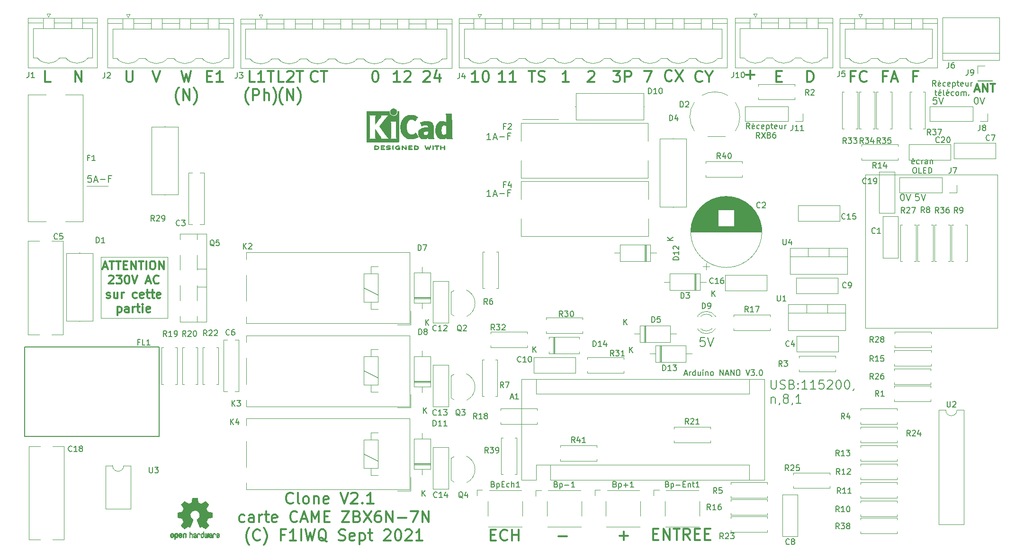
<source format=gbr>
%TF.GenerationSoftware,KiCad,Pcbnew,(5.1.10)-1*%
%TF.CreationDate,2022-06-24T21:10:21+02:00*%
%TF.ProjectId,portail_jc,706f7274-6169-46c5-9f6a-632e6b696361,rev?*%
%TF.SameCoordinates,Original*%
%TF.FileFunction,Legend,Top*%
%TF.FilePolarity,Positive*%
%FSLAX46Y46*%
G04 Gerber Fmt 4.6, Leading zero omitted, Abs format (unit mm)*
G04 Created by KiCad (PCBNEW (5.1.10)-1) date 2022-06-24 21:10:21*
%MOMM*%
%LPD*%
G01*
G04 APERTURE LIST*
%ADD10C,0.120000*%
%ADD11C,0.150000*%
%ADD12C,0.300000*%
%ADD13C,0.200000*%
%ADD14C,0.010000*%
G04 APERTURE END LIST*
D10*
X83500000Y-95000000D02*
X83500000Y-84000000D01*
X95500000Y-95000000D02*
X83500000Y-95000000D01*
X95500000Y-84000000D02*
X95500000Y-95000000D01*
X83500000Y-84000000D02*
X95500000Y-84000000D01*
D11*
X187841809Y-104941666D02*
X188318000Y-104941666D01*
X187746571Y-105227380D02*
X188079904Y-104227380D01*
X188413238Y-105227380D01*
X188746571Y-105227380D02*
X188746571Y-104560714D01*
X188746571Y-104751190D02*
X188794190Y-104655952D01*
X188841809Y-104608333D01*
X188937047Y-104560714D01*
X189032285Y-104560714D01*
X189794190Y-105227380D02*
X189794190Y-104227380D01*
X189794190Y-105179761D02*
X189698952Y-105227380D01*
X189508476Y-105227380D01*
X189413238Y-105179761D01*
X189365619Y-105132142D01*
X189318000Y-105036904D01*
X189318000Y-104751190D01*
X189365619Y-104655952D01*
X189413238Y-104608333D01*
X189508476Y-104560714D01*
X189698952Y-104560714D01*
X189794190Y-104608333D01*
X190698952Y-104560714D02*
X190698952Y-105227380D01*
X190270380Y-104560714D02*
X190270380Y-105084523D01*
X190318000Y-105179761D01*
X190413238Y-105227380D01*
X190556095Y-105227380D01*
X190651333Y-105179761D01*
X190698952Y-105132142D01*
X191175142Y-105227380D02*
X191175142Y-104560714D01*
X191175142Y-104227380D02*
X191127523Y-104275000D01*
X191175142Y-104322619D01*
X191222761Y-104275000D01*
X191175142Y-104227380D01*
X191175142Y-104322619D01*
X191651333Y-104560714D02*
X191651333Y-105227380D01*
X191651333Y-104655952D02*
X191698952Y-104608333D01*
X191794190Y-104560714D01*
X191937047Y-104560714D01*
X192032285Y-104608333D01*
X192079904Y-104703571D01*
X192079904Y-105227380D01*
X192698952Y-105227380D02*
X192603714Y-105179761D01*
X192556095Y-105132142D01*
X192508476Y-105036904D01*
X192508476Y-104751190D01*
X192556095Y-104655952D01*
X192603714Y-104608333D01*
X192698952Y-104560714D01*
X192841809Y-104560714D01*
X192937047Y-104608333D01*
X192984666Y-104655952D01*
X193032285Y-104751190D01*
X193032285Y-105036904D01*
X192984666Y-105132142D01*
X192937047Y-105179761D01*
X192841809Y-105227380D01*
X192698952Y-105227380D01*
X194222761Y-105227380D02*
X194222761Y-104227380D01*
X194794190Y-105227380D01*
X194794190Y-104227380D01*
X195222761Y-104941666D02*
X195698952Y-104941666D01*
X195127523Y-105227380D02*
X195460857Y-104227380D01*
X195794190Y-105227380D01*
X196127523Y-105227380D02*
X196127523Y-104227380D01*
X196698952Y-105227380D01*
X196698952Y-104227380D01*
X197365619Y-104227380D02*
X197556095Y-104227380D01*
X197651333Y-104275000D01*
X197746571Y-104370238D01*
X197794190Y-104560714D01*
X197794190Y-104894047D01*
X197746571Y-105084523D01*
X197651333Y-105179761D01*
X197556095Y-105227380D01*
X197365619Y-105227380D01*
X197270380Y-105179761D01*
X197175142Y-105084523D01*
X197127523Y-104894047D01*
X197127523Y-104560714D01*
X197175142Y-104370238D01*
X197270380Y-104275000D01*
X197365619Y-104227380D01*
X198841809Y-104227380D02*
X199175142Y-105227380D01*
X199508476Y-104227380D01*
X199746571Y-104227380D02*
X200365619Y-104227380D01*
X200032285Y-104608333D01*
X200175142Y-104608333D01*
X200270380Y-104655952D01*
X200318000Y-104703571D01*
X200365619Y-104798809D01*
X200365619Y-105036904D01*
X200318000Y-105132142D01*
X200270380Y-105179761D01*
X200175142Y-105227380D01*
X199889428Y-105227380D01*
X199794190Y-105179761D01*
X199746571Y-105132142D01*
X200794190Y-105132142D02*
X200841809Y-105179761D01*
X200794190Y-105227380D01*
X200746571Y-105179761D01*
X200794190Y-105132142D01*
X200794190Y-105227380D01*
X201460857Y-104227380D02*
X201556095Y-104227380D01*
X201651333Y-104275000D01*
X201698952Y-104322619D01*
X201746571Y-104417857D01*
X201794190Y-104608333D01*
X201794190Y-104846428D01*
X201746571Y-105036904D01*
X201698952Y-105132142D01*
X201651333Y-105179761D01*
X201556095Y-105227380D01*
X201460857Y-105227380D01*
X201365619Y-105179761D01*
X201318000Y-105132142D01*
X201270380Y-105036904D01*
X201222761Y-104846428D01*
X201222761Y-104608333D01*
X201270380Y-104417857D01*
X201318000Y-104322619D01*
X201365619Y-104275000D01*
X201460857Y-104227380D01*
X199533238Y-61095380D02*
X199199904Y-60619190D01*
X198961809Y-61095380D02*
X198961809Y-60095380D01*
X199342761Y-60095380D01*
X199438000Y-60143000D01*
X199485619Y-60190619D01*
X199533238Y-60285857D01*
X199533238Y-60428714D01*
X199485619Y-60523952D01*
X199438000Y-60571571D01*
X199342761Y-60619190D01*
X198961809Y-60619190D01*
X200342761Y-61047761D02*
X200247523Y-61095380D01*
X200057047Y-61095380D01*
X199961809Y-61047761D01*
X199914190Y-60952523D01*
X199914190Y-60571571D01*
X199961809Y-60476333D01*
X200057047Y-60428714D01*
X200247523Y-60428714D01*
X200342761Y-60476333D01*
X200390380Y-60571571D01*
X200390380Y-60666809D01*
X199914190Y-60762047D01*
X200247523Y-60047761D02*
X200104666Y-60190619D01*
X201247523Y-61047761D02*
X201152285Y-61095380D01*
X200961809Y-61095380D01*
X200866571Y-61047761D01*
X200818952Y-61000142D01*
X200771333Y-60904904D01*
X200771333Y-60619190D01*
X200818952Y-60523952D01*
X200866571Y-60476333D01*
X200961809Y-60428714D01*
X201152285Y-60428714D01*
X201247523Y-60476333D01*
X202057047Y-61047761D02*
X201961809Y-61095380D01*
X201771333Y-61095380D01*
X201676095Y-61047761D01*
X201628476Y-60952523D01*
X201628476Y-60571571D01*
X201676095Y-60476333D01*
X201771333Y-60428714D01*
X201961809Y-60428714D01*
X202057047Y-60476333D01*
X202104666Y-60571571D01*
X202104666Y-60666809D01*
X201628476Y-60762047D01*
X202533238Y-60428714D02*
X202533238Y-61428714D01*
X202533238Y-60476333D02*
X202628476Y-60428714D01*
X202818952Y-60428714D01*
X202914190Y-60476333D01*
X202961809Y-60523952D01*
X203009428Y-60619190D01*
X203009428Y-60904904D01*
X202961809Y-61000142D01*
X202914190Y-61047761D01*
X202818952Y-61095380D01*
X202628476Y-61095380D01*
X202533238Y-61047761D01*
X203295142Y-60428714D02*
X203676095Y-60428714D01*
X203438000Y-60095380D02*
X203438000Y-60952523D01*
X203485619Y-61047761D01*
X203580857Y-61095380D01*
X203676095Y-61095380D01*
X204390380Y-61047761D02*
X204295142Y-61095380D01*
X204104666Y-61095380D01*
X204009428Y-61047761D01*
X203961809Y-60952523D01*
X203961809Y-60571571D01*
X204009428Y-60476333D01*
X204104666Y-60428714D01*
X204295142Y-60428714D01*
X204390380Y-60476333D01*
X204438000Y-60571571D01*
X204438000Y-60666809D01*
X203961809Y-60762047D01*
X205295142Y-60428714D02*
X205295142Y-61095380D01*
X204866571Y-60428714D02*
X204866571Y-60952523D01*
X204914190Y-61047761D01*
X205009428Y-61095380D01*
X205152285Y-61095380D01*
X205247523Y-61047761D01*
X205295142Y-61000142D01*
X205771333Y-61095380D02*
X205771333Y-60428714D01*
X205771333Y-60619190D02*
X205818952Y-60523952D01*
X205866571Y-60476333D01*
X205961809Y-60428714D01*
X206057047Y-60428714D01*
X201295142Y-62745380D02*
X200961809Y-62269190D01*
X200723714Y-62745380D02*
X200723714Y-61745380D01*
X201104666Y-61745380D01*
X201199904Y-61793000D01*
X201247523Y-61840619D01*
X201295142Y-61935857D01*
X201295142Y-62078714D01*
X201247523Y-62173952D01*
X201199904Y-62221571D01*
X201104666Y-62269190D01*
X200723714Y-62269190D01*
X201628476Y-61745380D02*
X202295142Y-62745380D01*
X202295142Y-61745380D02*
X201628476Y-62745380D01*
X203009428Y-62221571D02*
X203152285Y-62269190D01*
X203199904Y-62316809D01*
X203247523Y-62412047D01*
X203247523Y-62554904D01*
X203199904Y-62650142D01*
X203152285Y-62697761D01*
X203057047Y-62745380D01*
X202676095Y-62745380D01*
X202676095Y-61745380D01*
X203009428Y-61745380D01*
X203104666Y-61793000D01*
X203152285Y-61840619D01*
X203199904Y-61935857D01*
X203199904Y-62031095D01*
X203152285Y-62126333D01*
X203104666Y-62173952D01*
X203009428Y-62221571D01*
X202676095Y-62221571D01*
X204104666Y-61745380D02*
X203914190Y-61745380D01*
X203818952Y-61793000D01*
X203771333Y-61840619D01*
X203676095Y-61983476D01*
X203628476Y-62173952D01*
X203628476Y-62554904D01*
X203676095Y-62650142D01*
X203723714Y-62697761D01*
X203818952Y-62745380D01*
X204009428Y-62745380D01*
X204104666Y-62697761D01*
X204152285Y-62650142D01*
X204199904Y-62554904D01*
X204199904Y-62316809D01*
X204152285Y-62221571D01*
X204104666Y-62173952D01*
X204009428Y-62126333D01*
X203818952Y-62126333D01*
X203723714Y-62173952D01*
X203676095Y-62221571D01*
X203628476Y-62316809D01*
X229768428Y-72748857D02*
X229197000Y-72748857D01*
X229139857Y-73320285D01*
X229197000Y-73263142D01*
X229311285Y-73206000D01*
X229597000Y-73206000D01*
X229711285Y-73263142D01*
X229768428Y-73320285D01*
X229825571Y-73434571D01*
X229825571Y-73720285D01*
X229768428Y-73834571D01*
X229711285Y-73891714D01*
X229597000Y-73948857D01*
X229311285Y-73948857D01*
X229197000Y-73891714D01*
X229139857Y-73834571D01*
X230168428Y-72748857D02*
X230568428Y-73948857D01*
X230968428Y-72748857D01*
X226758571Y-72748857D02*
X226872857Y-72748857D01*
X226987142Y-72806000D01*
X227044285Y-72863142D01*
X227101428Y-72977428D01*
X227158571Y-73206000D01*
X227158571Y-73491714D01*
X227101428Y-73720285D01*
X227044285Y-73834571D01*
X226987142Y-73891714D01*
X226872857Y-73948857D01*
X226758571Y-73948857D01*
X226644285Y-73891714D01*
X226587142Y-73834571D01*
X226530000Y-73720285D01*
X226472857Y-73491714D01*
X226472857Y-73206000D01*
X226530000Y-72977428D01*
X226587142Y-72863142D01*
X226644285Y-72806000D01*
X226758571Y-72748857D01*
X227501428Y-72748857D02*
X227901428Y-73948857D01*
X228301428Y-72748857D01*
X226758571Y-72748857D02*
X226872857Y-72748857D01*
X226987142Y-72806000D01*
X227044285Y-72863142D01*
X227101428Y-72977428D01*
X227158571Y-73206000D01*
X227158571Y-73491714D01*
X227101428Y-73720285D01*
X227044285Y-73834571D01*
X226987142Y-73891714D01*
X226872857Y-73948857D01*
X226758571Y-73948857D01*
X226644285Y-73891714D01*
X226587142Y-73834571D01*
X226530000Y-73720285D01*
X226472857Y-73491714D01*
X226472857Y-73206000D01*
X226530000Y-72977428D01*
X226587142Y-72863142D01*
X226644285Y-72806000D01*
X226758571Y-72748857D01*
X227501428Y-72748857D02*
X227901428Y-73948857D01*
X228301428Y-72748857D01*
X232943428Y-55476857D02*
X232372000Y-55476857D01*
X232314857Y-56048285D01*
X232372000Y-55991142D01*
X232486285Y-55934000D01*
X232772000Y-55934000D01*
X232886285Y-55991142D01*
X232943428Y-56048285D01*
X233000571Y-56162571D01*
X233000571Y-56448285D01*
X232943428Y-56562571D01*
X232886285Y-56619714D01*
X232772000Y-56676857D01*
X232486285Y-56676857D01*
X232372000Y-56619714D01*
X232314857Y-56562571D01*
X233343428Y-55476857D02*
X233743428Y-56676857D01*
X234143428Y-55476857D01*
X239966571Y-55476857D02*
X240080857Y-55476857D01*
X240195142Y-55534000D01*
X240252285Y-55591142D01*
X240309428Y-55705428D01*
X240366571Y-55934000D01*
X240366571Y-56219714D01*
X240309428Y-56448285D01*
X240252285Y-56562571D01*
X240195142Y-56619714D01*
X240080857Y-56676857D01*
X239966571Y-56676857D01*
X239852285Y-56619714D01*
X239795142Y-56562571D01*
X239738000Y-56448285D01*
X239680857Y-56219714D01*
X239680857Y-55934000D01*
X239738000Y-55705428D01*
X239795142Y-55591142D01*
X239852285Y-55534000D01*
X239966571Y-55476857D01*
X240709428Y-55476857D02*
X241109428Y-56676857D01*
X241509428Y-55476857D01*
D12*
X153225809Y-133715142D02*
X153892476Y-133715142D01*
X154178190Y-134762761D02*
X153225809Y-134762761D01*
X153225809Y-132762761D01*
X154178190Y-132762761D01*
X156178190Y-134572285D02*
X156082952Y-134667523D01*
X155797238Y-134762761D01*
X155606761Y-134762761D01*
X155321047Y-134667523D01*
X155130571Y-134477047D01*
X155035333Y-134286571D01*
X154940095Y-133905619D01*
X154940095Y-133619904D01*
X155035333Y-133238952D01*
X155130571Y-133048476D01*
X155321047Y-132858000D01*
X155606761Y-132762761D01*
X155797238Y-132762761D01*
X156082952Y-132858000D01*
X156178190Y-132953238D01*
X157035333Y-134762761D02*
X157035333Y-132762761D01*
X157035333Y-133715142D02*
X158178190Y-133715142D01*
X158178190Y-134762761D02*
X158178190Y-132762761D01*
D10*
X81026000Y-71374000D02*
X84836000Y-71374000D01*
X158877000Y-59436000D02*
X165354000Y-59436000D01*
D12*
X182277380Y-133588142D02*
X182944047Y-133588142D01*
X183229761Y-134635761D02*
X182277380Y-134635761D01*
X182277380Y-132635761D01*
X183229761Y-132635761D01*
X184086904Y-134635761D02*
X184086904Y-132635761D01*
X185229761Y-134635761D01*
X185229761Y-132635761D01*
X185896428Y-132635761D02*
X187039285Y-132635761D01*
X186467857Y-134635761D02*
X186467857Y-132635761D01*
X188848809Y-134635761D02*
X188182142Y-133683380D01*
X187705952Y-134635761D02*
X187705952Y-132635761D01*
X188467857Y-132635761D01*
X188658333Y-132731000D01*
X188753571Y-132826238D01*
X188848809Y-133016714D01*
X188848809Y-133302428D01*
X188753571Y-133492904D01*
X188658333Y-133588142D01*
X188467857Y-133683380D01*
X187705952Y-133683380D01*
X189705952Y-133588142D02*
X190372619Y-133588142D01*
X190658333Y-134635761D02*
X189705952Y-134635761D01*
X189705952Y-132635761D01*
X190658333Y-132635761D01*
X191515476Y-133588142D02*
X192182142Y-133588142D01*
X192467857Y-134635761D02*
X191515476Y-134635761D01*
X191515476Y-132635761D01*
X192467857Y-132635761D01*
X165354095Y-134000857D02*
X166877904Y-134000857D01*
X177799904Y-133873857D02*
X176276095Y-133873857D01*
X177038000Y-134635761D02*
X177038000Y-133111952D01*
D11*
X191465238Y-98437809D02*
X190703333Y-98437809D01*
X190627142Y-99199714D01*
X190703333Y-99123523D01*
X190855714Y-99047333D01*
X191236666Y-99047333D01*
X191389047Y-99123523D01*
X191465238Y-99199714D01*
X191541428Y-99352095D01*
X191541428Y-99733047D01*
X191465238Y-99885428D01*
X191389047Y-99961619D01*
X191236666Y-100037809D01*
X190855714Y-100037809D01*
X190703333Y-99961619D01*
X190627142Y-99885428D01*
X191998571Y-98437809D02*
X192531904Y-100037809D01*
X193065238Y-98437809D01*
D10*
X243800000Y-69342000D02*
X220200000Y-69342000D01*
X243800000Y-96774000D02*
X220200000Y-96774000D01*
X220200000Y-69400000D02*
X220200000Y-96774000D01*
X243800000Y-96774000D02*
X243800000Y-69400000D01*
D11*
X228925619Y-67329761D02*
X228830380Y-67377380D01*
X228639904Y-67377380D01*
X228544666Y-67329761D01*
X228497047Y-67234523D01*
X228497047Y-66853571D01*
X228544666Y-66758333D01*
X228639904Y-66710714D01*
X228830380Y-66710714D01*
X228925619Y-66758333D01*
X228973238Y-66853571D01*
X228973238Y-66948809D01*
X228497047Y-67044047D01*
X228830380Y-66329761D02*
X228687523Y-66472619D01*
X229830380Y-67329761D02*
X229735142Y-67377380D01*
X229544666Y-67377380D01*
X229449428Y-67329761D01*
X229401809Y-67282142D01*
X229354190Y-67186904D01*
X229354190Y-66901190D01*
X229401809Y-66805952D01*
X229449428Y-66758333D01*
X229544666Y-66710714D01*
X229735142Y-66710714D01*
X229830380Y-66758333D01*
X230258952Y-67377380D02*
X230258952Y-66710714D01*
X230258952Y-66901190D02*
X230306571Y-66805952D01*
X230354190Y-66758333D01*
X230449428Y-66710714D01*
X230544666Y-66710714D01*
X231306571Y-67377380D02*
X231306571Y-66853571D01*
X231258952Y-66758333D01*
X231163714Y-66710714D01*
X230973238Y-66710714D01*
X230878000Y-66758333D01*
X231306571Y-67329761D02*
X231211333Y-67377380D01*
X230973238Y-67377380D01*
X230878000Y-67329761D01*
X230830380Y-67234523D01*
X230830380Y-67139285D01*
X230878000Y-67044047D01*
X230973238Y-66996428D01*
X231211333Y-66996428D01*
X231306571Y-66948809D01*
X231782761Y-66710714D02*
X231782761Y-67377380D01*
X231782761Y-66805952D02*
X231830380Y-66758333D01*
X231925619Y-66710714D01*
X232068476Y-66710714D01*
X232163714Y-66758333D01*
X232211333Y-66853571D01*
X232211333Y-67377380D01*
X228925619Y-68027380D02*
X229116095Y-68027380D01*
X229211333Y-68075000D01*
X229306571Y-68170238D01*
X229354190Y-68360714D01*
X229354190Y-68694047D01*
X229306571Y-68884523D01*
X229211333Y-68979761D01*
X229116095Y-69027380D01*
X228925619Y-69027380D01*
X228830380Y-68979761D01*
X228735142Y-68884523D01*
X228687523Y-68694047D01*
X228687523Y-68360714D01*
X228735142Y-68170238D01*
X228830380Y-68075000D01*
X228925619Y-68027380D01*
X230258952Y-69027380D02*
X229782761Y-69027380D01*
X229782761Y-68027380D01*
X230592285Y-68503571D02*
X230925619Y-68503571D01*
X231068476Y-69027380D02*
X230592285Y-69027380D01*
X230592285Y-68027380D01*
X231068476Y-68027380D01*
X231497047Y-69027380D02*
X231497047Y-68027380D01*
X231735142Y-68027380D01*
X231878000Y-68075000D01*
X231973238Y-68170238D01*
X232020857Y-68265476D01*
X232068476Y-68455952D01*
X232068476Y-68598809D01*
X232020857Y-68789285D01*
X231973238Y-68884523D01*
X231878000Y-68979761D01*
X231735142Y-69027380D01*
X231497047Y-69027380D01*
X232807238Y-53475380D02*
X232473904Y-52999190D01*
X232235809Y-53475380D02*
X232235809Y-52475380D01*
X232616761Y-52475380D01*
X232712000Y-52523000D01*
X232759619Y-52570619D01*
X232807238Y-52665857D01*
X232807238Y-52808714D01*
X232759619Y-52903952D01*
X232712000Y-52951571D01*
X232616761Y-52999190D01*
X232235809Y-52999190D01*
X233616761Y-53427761D02*
X233521523Y-53475380D01*
X233331047Y-53475380D01*
X233235809Y-53427761D01*
X233188190Y-53332523D01*
X233188190Y-52951571D01*
X233235809Y-52856333D01*
X233331047Y-52808714D01*
X233521523Y-52808714D01*
X233616761Y-52856333D01*
X233664380Y-52951571D01*
X233664380Y-53046809D01*
X233188190Y-53142047D01*
X233521523Y-52427761D02*
X233378666Y-52570619D01*
X234521523Y-53427761D02*
X234426285Y-53475380D01*
X234235809Y-53475380D01*
X234140571Y-53427761D01*
X234092952Y-53380142D01*
X234045333Y-53284904D01*
X234045333Y-52999190D01*
X234092952Y-52903952D01*
X234140571Y-52856333D01*
X234235809Y-52808714D01*
X234426285Y-52808714D01*
X234521523Y-52856333D01*
X235331047Y-53427761D02*
X235235809Y-53475380D01*
X235045333Y-53475380D01*
X234950095Y-53427761D01*
X234902476Y-53332523D01*
X234902476Y-52951571D01*
X234950095Y-52856333D01*
X235045333Y-52808714D01*
X235235809Y-52808714D01*
X235331047Y-52856333D01*
X235378666Y-52951571D01*
X235378666Y-53046809D01*
X234902476Y-53142047D01*
X235807238Y-52808714D02*
X235807238Y-53808714D01*
X235807238Y-52856333D02*
X235902476Y-52808714D01*
X236092952Y-52808714D01*
X236188190Y-52856333D01*
X236235809Y-52903952D01*
X236283428Y-52999190D01*
X236283428Y-53284904D01*
X236235809Y-53380142D01*
X236188190Y-53427761D01*
X236092952Y-53475380D01*
X235902476Y-53475380D01*
X235807238Y-53427761D01*
X236569142Y-52808714D02*
X236950095Y-52808714D01*
X236712000Y-52475380D02*
X236712000Y-53332523D01*
X236759619Y-53427761D01*
X236854857Y-53475380D01*
X236950095Y-53475380D01*
X237664380Y-53427761D02*
X237569142Y-53475380D01*
X237378666Y-53475380D01*
X237283428Y-53427761D01*
X237235809Y-53332523D01*
X237235809Y-52951571D01*
X237283428Y-52856333D01*
X237378666Y-52808714D01*
X237569142Y-52808714D01*
X237664380Y-52856333D01*
X237712000Y-52951571D01*
X237712000Y-53046809D01*
X237235809Y-53142047D01*
X238569142Y-52808714D02*
X238569142Y-53475380D01*
X238140571Y-52808714D02*
X238140571Y-53332523D01*
X238188190Y-53427761D01*
X238283428Y-53475380D01*
X238426285Y-53475380D01*
X238521523Y-53427761D01*
X238569142Y-53380142D01*
X239045333Y-53475380D02*
X239045333Y-52808714D01*
X239045333Y-52999190D02*
X239092952Y-52903952D01*
X239140571Y-52856333D01*
X239235809Y-52808714D01*
X239331047Y-52808714D01*
X232616761Y-54458714D02*
X232997714Y-54458714D01*
X232759619Y-54125380D02*
X232759619Y-54982523D01*
X232807238Y-55077761D01*
X232902476Y-55125380D01*
X232997714Y-55125380D01*
X233712000Y-55077761D02*
X233616761Y-55125380D01*
X233426285Y-55125380D01*
X233331047Y-55077761D01*
X233283428Y-54982523D01*
X233283428Y-54601571D01*
X233331047Y-54506333D01*
X233426285Y-54458714D01*
X233616761Y-54458714D01*
X233712000Y-54506333D01*
X233759619Y-54601571D01*
X233759619Y-54696809D01*
X233283428Y-54792047D01*
X233616761Y-54077761D02*
X233473904Y-54220619D01*
X234331047Y-55125380D02*
X234235809Y-55077761D01*
X234188190Y-54982523D01*
X234188190Y-54125380D01*
X235092952Y-55077761D02*
X234997714Y-55125380D01*
X234807238Y-55125380D01*
X234712000Y-55077761D01*
X234664380Y-54982523D01*
X234664380Y-54601571D01*
X234712000Y-54506333D01*
X234807238Y-54458714D01*
X234997714Y-54458714D01*
X235092952Y-54506333D01*
X235140571Y-54601571D01*
X235140571Y-54696809D01*
X234664380Y-54792047D01*
X234997714Y-54077761D02*
X234854857Y-54220619D01*
X235997714Y-55077761D02*
X235902476Y-55125380D01*
X235712000Y-55125380D01*
X235616761Y-55077761D01*
X235569142Y-55030142D01*
X235521523Y-54934904D01*
X235521523Y-54649190D01*
X235569142Y-54553952D01*
X235616761Y-54506333D01*
X235712000Y-54458714D01*
X235902476Y-54458714D01*
X235997714Y-54506333D01*
X236569142Y-55125380D02*
X236473904Y-55077761D01*
X236426285Y-55030142D01*
X236378666Y-54934904D01*
X236378666Y-54649190D01*
X236426285Y-54553952D01*
X236473904Y-54506333D01*
X236569142Y-54458714D01*
X236712000Y-54458714D01*
X236807238Y-54506333D01*
X236854857Y-54553952D01*
X236902476Y-54649190D01*
X236902476Y-54934904D01*
X236854857Y-55030142D01*
X236807238Y-55077761D01*
X236712000Y-55125380D01*
X236569142Y-55125380D01*
X237331047Y-55125380D02*
X237331047Y-54458714D01*
X237331047Y-54553952D02*
X237378666Y-54506333D01*
X237473904Y-54458714D01*
X237616761Y-54458714D01*
X237712000Y-54506333D01*
X237759619Y-54601571D01*
X237759619Y-55125380D01*
X237759619Y-54601571D02*
X237807238Y-54506333D01*
X237902476Y-54458714D01*
X238045333Y-54458714D01*
X238140571Y-54506333D01*
X238188190Y-54601571D01*
X238188190Y-55125380D01*
X238664380Y-55030142D02*
X238712000Y-55077761D01*
X238664380Y-55125380D01*
X238616761Y-55077761D01*
X238664380Y-55030142D01*
X238664380Y-55125380D01*
D13*
X153257428Y-73186857D02*
X152571714Y-73186857D01*
X152914571Y-73186857D02*
X152914571Y-71986857D01*
X152800285Y-72158285D01*
X152686000Y-72272571D01*
X152571714Y-72329714D01*
X153714571Y-72844000D02*
X154286000Y-72844000D01*
X153600285Y-73186857D02*
X154000285Y-71986857D01*
X154400285Y-73186857D01*
X154800285Y-72729714D02*
X155714571Y-72729714D01*
X156686000Y-72558285D02*
X156286000Y-72558285D01*
X156286000Y-73186857D02*
X156286000Y-71986857D01*
X156857428Y-71986857D01*
X153257428Y-63026857D02*
X152571714Y-63026857D01*
X152914571Y-63026857D02*
X152914571Y-61826857D01*
X152800285Y-61998285D01*
X152686000Y-62112571D01*
X152571714Y-62169714D01*
X153714571Y-62684000D02*
X154286000Y-62684000D01*
X153600285Y-63026857D02*
X154000285Y-61826857D01*
X154400285Y-63026857D01*
X154800285Y-62569714D02*
X155714571Y-62569714D01*
X156686000Y-62398285D02*
X156286000Y-62398285D01*
X156286000Y-63026857D02*
X156286000Y-61826857D01*
X156857428Y-61826857D01*
X81826285Y-69446857D02*
X81254857Y-69446857D01*
X81197714Y-70018285D01*
X81254857Y-69961142D01*
X81369142Y-69904000D01*
X81654857Y-69904000D01*
X81769142Y-69961142D01*
X81826285Y-70018285D01*
X81883428Y-70132571D01*
X81883428Y-70418285D01*
X81826285Y-70532571D01*
X81769142Y-70589714D01*
X81654857Y-70646857D01*
X81369142Y-70646857D01*
X81254857Y-70589714D01*
X81197714Y-70532571D01*
X82340571Y-70304000D02*
X82912000Y-70304000D01*
X82226285Y-70646857D02*
X82626285Y-69446857D01*
X83026285Y-70646857D01*
X83426285Y-70189714D02*
X84340571Y-70189714D01*
X85312000Y-70018285D02*
X84912000Y-70018285D01*
X84912000Y-70646857D02*
X84912000Y-69446857D01*
X85483428Y-69446857D01*
D12*
X83943714Y-85833000D02*
X84658000Y-85833000D01*
X83800857Y-86261571D02*
X84300857Y-84761571D01*
X84800857Y-86261571D01*
X85086571Y-84761571D02*
X85943714Y-84761571D01*
X85515142Y-86261571D02*
X85515142Y-84761571D01*
X86229428Y-84761571D02*
X87086571Y-84761571D01*
X86658000Y-86261571D02*
X86658000Y-84761571D01*
X87586571Y-85475857D02*
X88086571Y-85475857D01*
X88300857Y-86261571D02*
X87586571Y-86261571D01*
X87586571Y-84761571D01*
X88300857Y-84761571D01*
X88943714Y-86261571D02*
X88943714Y-84761571D01*
X89800857Y-86261571D01*
X89800857Y-84761571D01*
X90300857Y-84761571D02*
X91158000Y-84761571D01*
X90729428Y-86261571D02*
X90729428Y-84761571D01*
X91658000Y-86261571D02*
X91658000Y-84761571D01*
X92658000Y-84761571D02*
X92943714Y-84761571D01*
X93086571Y-84833000D01*
X93229428Y-84975857D01*
X93300857Y-85261571D01*
X93300857Y-85761571D01*
X93229428Y-86047285D01*
X93086571Y-86190142D01*
X92943714Y-86261571D01*
X92658000Y-86261571D01*
X92515142Y-86190142D01*
X92372285Y-86047285D01*
X92300857Y-85761571D01*
X92300857Y-85261571D01*
X92372285Y-84975857D01*
X92515142Y-84833000D01*
X92658000Y-84761571D01*
X93943714Y-86261571D02*
X93943714Y-84761571D01*
X94800857Y-86261571D01*
X94800857Y-84761571D01*
X84943714Y-87454428D02*
X85015142Y-87383000D01*
X85158000Y-87311571D01*
X85515142Y-87311571D01*
X85658000Y-87383000D01*
X85729428Y-87454428D01*
X85800857Y-87597285D01*
X85800857Y-87740142D01*
X85729428Y-87954428D01*
X84872285Y-88811571D01*
X85800857Y-88811571D01*
X86300857Y-87311571D02*
X87229428Y-87311571D01*
X86729428Y-87883000D01*
X86943714Y-87883000D01*
X87086571Y-87954428D01*
X87158000Y-88025857D01*
X87229428Y-88168714D01*
X87229428Y-88525857D01*
X87158000Y-88668714D01*
X87086571Y-88740142D01*
X86943714Y-88811571D01*
X86515142Y-88811571D01*
X86372285Y-88740142D01*
X86300857Y-88668714D01*
X88158000Y-87311571D02*
X88300857Y-87311571D01*
X88443714Y-87383000D01*
X88515142Y-87454428D01*
X88586571Y-87597285D01*
X88658000Y-87883000D01*
X88658000Y-88240142D01*
X88586571Y-88525857D01*
X88515142Y-88668714D01*
X88443714Y-88740142D01*
X88300857Y-88811571D01*
X88158000Y-88811571D01*
X88015142Y-88740142D01*
X87943714Y-88668714D01*
X87872285Y-88525857D01*
X87800857Y-88240142D01*
X87800857Y-87883000D01*
X87872285Y-87597285D01*
X87943714Y-87454428D01*
X88015142Y-87383000D01*
X88158000Y-87311571D01*
X89086571Y-87311571D02*
X89586571Y-88811571D01*
X90086571Y-87311571D01*
X91658000Y-88383000D02*
X92372285Y-88383000D01*
X91515142Y-88811571D02*
X92015142Y-87311571D01*
X92515142Y-88811571D01*
X93872285Y-88668714D02*
X93800857Y-88740142D01*
X93586571Y-88811571D01*
X93443714Y-88811571D01*
X93229428Y-88740142D01*
X93086571Y-88597285D01*
X93015142Y-88454428D01*
X92943714Y-88168714D01*
X92943714Y-87954428D01*
X93015142Y-87668714D01*
X93086571Y-87525857D01*
X93229428Y-87383000D01*
X93443714Y-87311571D01*
X93586571Y-87311571D01*
X93800857Y-87383000D01*
X93872285Y-87454428D01*
X84586571Y-91290142D02*
X84729428Y-91361571D01*
X85015142Y-91361571D01*
X85158000Y-91290142D01*
X85229428Y-91147285D01*
X85229428Y-91075857D01*
X85158000Y-90933000D01*
X85015142Y-90861571D01*
X84800857Y-90861571D01*
X84658000Y-90790142D01*
X84586571Y-90647285D01*
X84586571Y-90575857D01*
X84658000Y-90433000D01*
X84800857Y-90361571D01*
X85015142Y-90361571D01*
X85158000Y-90433000D01*
X86515142Y-90361571D02*
X86515142Y-91361571D01*
X85872285Y-90361571D02*
X85872285Y-91147285D01*
X85943714Y-91290142D01*
X86086571Y-91361571D01*
X86300857Y-91361571D01*
X86443714Y-91290142D01*
X86515142Y-91218714D01*
X87229428Y-91361571D02*
X87229428Y-90361571D01*
X87229428Y-90647285D02*
X87300857Y-90504428D01*
X87372285Y-90433000D01*
X87515142Y-90361571D01*
X87658000Y-90361571D01*
X89943714Y-91290142D02*
X89800857Y-91361571D01*
X89515142Y-91361571D01*
X89372285Y-91290142D01*
X89300857Y-91218714D01*
X89229428Y-91075857D01*
X89229428Y-90647285D01*
X89300857Y-90504428D01*
X89372285Y-90433000D01*
X89515142Y-90361571D01*
X89800857Y-90361571D01*
X89943714Y-90433000D01*
X91158000Y-91290142D02*
X91015142Y-91361571D01*
X90729428Y-91361571D01*
X90586571Y-91290142D01*
X90515142Y-91147285D01*
X90515142Y-90575857D01*
X90586571Y-90433000D01*
X90729428Y-90361571D01*
X91015142Y-90361571D01*
X91158000Y-90433000D01*
X91229428Y-90575857D01*
X91229428Y-90718714D01*
X90515142Y-90861571D01*
X91658000Y-90361571D02*
X92229428Y-90361571D01*
X91872285Y-89861571D02*
X91872285Y-91147285D01*
X91943714Y-91290142D01*
X92086571Y-91361571D01*
X92229428Y-91361571D01*
X92515142Y-90361571D02*
X93086571Y-90361571D01*
X92729428Y-89861571D02*
X92729428Y-91147285D01*
X92800857Y-91290142D01*
X92943714Y-91361571D01*
X93086571Y-91361571D01*
X94158000Y-91290142D02*
X94015142Y-91361571D01*
X93729428Y-91361571D01*
X93586571Y-91290142D01*
X93515142Y-91147285D01*
X93515142Y-90575857D01*
X93586571Y-90433000D01*
X93729428Y-90361571D01*
X94015142Y-90361571D01*
X94158000Y-90433000D01*
X94229428Y-90575857D01*
X94229428Y-90718714D01*
X93515142Y-90861571D01*
X86515142Y-92911571D02*
X86515142Y-94411571D01*
X86515142Y-92983000D02*
X86658000Y-92911571D01*
X86943714Y-92911571D01*
X87086571Y-92983000D01*
X87158000Y-93054428D01*
X87229428Y-93197285D01*
X87229428Y-93625857D01*
X87158000Y-93768714D01*
X87086571Y-93840142D01*
X86943714Y-93911571D01*
X86658000Y-93911571D01*
X86515142Y-93840142D01*
X88515142Y-93911571D02*
X88515142Y-93125857D01*
X88443714Y-92983000D01*
X88300857Y-92911571D01*
X88015142Y-92911571D01*
X87872285Y-92983000D01*
X88515142Y-93840142D02*
X88372285Y-93911571D01*
X88015142Y-93911571D01*
X87872285Y-93840142D01*
X87800857Y-93697285D01*
X87800857Y-93554428D01*
X87872285Y-93411571D01*
X88015142Y-93340142D01*
X88372285Y-93340142D01*
X88515142Y-93268714D01*
X89229428Y-93911571D02*
X89229428Y-92911571D01*
X89229428Y-93197285D02*
X89300857Y-93054428D01*
X89372285Y-92983000D01*
X89515142Y-92911571D01*
X89658000Y-92911571D01*
X89943714Y-92911571D02*
X90515142Y-92911571D01*
X90158000Y-92411571D02*
X90158000Y-93697285D01*
X90229428Y-93840142D01*
X90372285Y-93911571D01*
X90515142Y-93911571D01*
X91015142Y-93911571D02*
X91015142Y-92911571D01*
X91015142Y-92411571D02*
X90943714Y-92483000D01*
X91015142Y-92554428D01*
X91086571Y-92483000D01*
X91015142Y-92411571D01*
X91015142Y-92554428D01*
X92300857Y-93840142D02*
X92158000Y-93911571D01*
X91872285Y-93911571D01*
X91729428Y-93840142D01*
X91658000Y-93697285D01*
X91658000Y-93125857D01*
X91729428Y-92983000D01*
X91872285Y-92911571D01*
X92158000Y-92911571D01*
X92300857Y-92983000D01*
X92372285Y-93125857D01*
X92372285Y-93268714D01*
X91658000Y-93411571D01*
X239839714Y-54098000D02*
X240554000Y-54098000D01*
X239696857Y-54526571D02*
X240196857Y-53026571D01*
X240696857Y-54526571D01*
X241196857Y-54526571D02*
X241196857Y-53026571D01*
X242054000Y-54526571D01*
X242054000Y-53026571D01*
X242554000Y-53026571D02*
X243411142Y-53026571D01*
X242982571Y-54526571D02*
X242982571Y-53026571D01*
X229393714Y-51673142D02*
X228727047Y-51673142D01*
X228727047Y-52720761D02*
X228727047Y-50720761D01*
X229679428Y-50720761D01*
X223964571Y-51673142D02*
X223297904Y-51673142D01*
X223297904Y-52720761D02*
X223297904Y-50720761D01*
X224250285Y-50720761D01*
X224916952Y-52149333D02*
X225869333Y-52149333D01*
X224726476Y-52720761D02*
X225393142Y-50720761D01*
X226059809Y-52720761D01*
X218233714Y-51673142D02*
X217567047Y-51673142D01*
X217567047Y-52720761D02*
X217567047Y-50720761D01*
X218519428Y-50720761D01*
X220424190Y-52530285D02*
X220328952Y-52625523D01*
X220043238Y-52720761D01*
X219852761Y-52720761D01*
X219567047Y-52625523D01*
X219376571Y-52435047D01*
X219281333Y-52244571D01*
X219186095Y-51863619D01*
X219186095Y-51577904D01*
X219281333Y-51196952D01*
X219376571Y-51006476D01*
X219567047Y-50816000D01*
X219852761Y-50720761D01*
X220043238Y-50720761D01*
X220328952Y-50816000D01*
X220424190Y-50911238D01*
X209788190Y-52720761D02*
X209788190Y-50720761D01*
X210264380Y-50720761D01*
X210550095Y-50816000D01*
X210740571Y-51006476D01*
X210835809Y-51196952D01*
X210931047Y-51577904D01*
X210931047Y-51863619D01*
X210835809Y-52244571D01*
X210740571Y-52435047D01*
X210550095Y-52625523D01*
X210264380Y-52720761D01*
X209788190Y-52720761D01*
X204295428Y-51673142D02*
X204962095Y-51673142D01*
X205247809Y-52720761D02*
X204295428Y-52720761D01*
X204295428Y-50720761D01*
X205247809Y-50720761D01*
X198882095Y-51450857D02*
X200405904Y-51450857D01*
X199644000Y-52212761D02*
X199644000Y-50688952D01*
X191023904Y-52530285D02*
X190928666Y-52625523D01*
X190642952Y-52720761D01*
X190452476Y-52720761D01*
X190166761Y-52625523D01*
X189976285Y-52435047D01*
X189881047Y-52244571D01*
X189785809Y-51863619D01*
X189785809Y-51577904D01*
X189881047Y-51196952D01*
X189976285Y-51006476D01*
X190166761Y-50816000D01*
X190452476Y-50720761D01*
X190642952Y-50720761D01*
X190928666Y-50816000D01*
X191023904Y-50911238D01*
X192262000Y-51768380D02*
X192262000Y-52720761D01*
X191595333Y-50720761D02*
X192262000Y-51768380D01*
X192928666Y-50720761D01*
X185594666Y-52403285D02*
X185499428Y-52498523D01*
X185213714Y-52593761D01*
X185023238Y-52593761D01*
X184737523Y-52498523D01*
X184547047Y-52308047D01*
X184451809Y-52117571D01*
X184356571Y-51736619D01*
X184356571Y-51450904D01*
X184451809Y-51069952D01*
X184547047Y-50879476D01*
X184737523Y-50689000D01*
X185023238Y-50593761D01*
X185213714Y-50593761D01*
X185499428Y-50689000D01*
X185594666Y-50784238D01*
X186261333Y-50593761D02*
X187594666Y-52593761D01*
X187594666Y-50593761D02*
X186261333Y-52593761D01*
X180689333Y-50720761D02*
X182022666Y-50720761D01*
X181165523Y-52720761D01*
X175117333Y-50720761D02*
X176355428Y-50720761D01*
X175688761Y-51482666D01*
X175974476Y-51482666D01*
X176164952Y-51577904D01*
X176260190Y-51673142D01*
X176355428Y-51863619D01*
X176355428Y-52339809D01*
X176260190Y-52530285D01*
X176164952Y-52625523D01*
X175974476Y-52720761D01*
X175403047Y-52720761D01*
X175212571Y-52625523D01*
X175117333Y-52530285D01*
X177212571Y-52720761D02*
X177212571Y-50720761D01*
X177974476Y-50720761D01*
X178164952Y-50816000D01*
X178260190Y-50911238D01*
X178355428Y-51101714D01*
X178355428Y-51387428D01*
X178260190Y-51577904D01*
X178164952Y-51673142D01*
X177974476Y-51768380D01*
X177212571Y-51768380D01*
X170624571Y-50911238D02*
X170719809Y-50816000D01*
X170910285Y-50720761D01*
X171386476Y-50720761D01*
X171576952Y-50816000D01*
X171672190Y-50911238D01*
X171767428Y-51101714D01*
X171767428Y-51292190D01*
X171672190Y-51577904D01*
X170529333Y-52720761D01*
X171767428Y-52720761D01*
X167195428Y-52720761D02*
X166052571Y-52720761D01*
X166624000Y-52720761D02*
X166624000Y-50720761D01*
X166433523Y-51006476D01*
X166243047Y-51196952D01*
X166052571Y-51292190D01*
X160020190Y-50720761D02*
X161163047Y-50720761D01*
X160591619Y-52720761D02*
X160591619Y-50720761D01*
X161734476Y-52625523D02*
X162020190Y-52720761D01*
X162496380Y-52720761D01*
X162686857Y-52625523D01*
X162782095Y-52530285D01*
X162877333Y-52339809D01*
X162877333Y-52149333D01*
X162782095Y-51958857D01*
X162686857Y-51863619D01*
X162496380Y-51768380D01*
X162115428Y-51673142D01*
X161924952Y-51577904D01*
X161829714Y-51482666D01*
X161734476Y-51292190D01*
X161734476Y-51101714D01*
X161829714Y-50911238D01*
X161924952Y-50816000D01*
X162115428Y-50720761D01*
X162591619Y-50720761D01*
X162877333Y-50816000D01*
X155829047Y-52720761D02*
X154686190Y-52720761D01*
X155257619Y-52720761D02*
X155257619Y-50720761D01*
X155067142Y-51006476D01*
X154876666Y-51196952D01*
X154686190Y-51292190D01*
X157733809Y-52720761D02*
X156590952Y-52720761D01*
X157162380Y-52720761D02*
X157162380Y-50720761D01*
X156971904Y-51006476D01*
X156781428Y-51196952D01*
X156590952Y-51292190D01*
X151003047Y-52720761D02*
X149860190Y-52720761D01*
X150431619Y-52720761D02*
X150431619Y-50720761D01*
X150241142Y-51006476D01*
X150050666Y-51196952D01*
X149860190Y-51292190D01*
X152241142Y-50720761D02*
X152431619Y-50720761D01*
X152622095Y-50816000D01*
X152717333Y-50911238D01*
X152812571Y-51101714D01*
X152907809Y-51482666D01*
X152907809Y-51958857D01*
X152812571Y-52339809D01*
X152717333Y-52530285D01*
X152622095Y-52625523D01*
X152431619Y-52720761D01*
X152241142Y-52720761D01*
X152050666Y-52625523D01*
X151955428Y-52530285D01*
X151860190Y-52339809D01*
X151764952Y-51958857D01*
X151764952Y-51482666D01*
X151860190Y-51101714D01*
X151955428Y-50911238D01*
X152050666Y-50816000D01*
X152241142Y-50720761D01*
X141224190Y-50911238D02*
X141319428Y-50816000D01*
X141509904Y-50720761D01*
X141986095Y-50720761D01*
X142176571Y-50816000D01*
X142271809Y-50911238D01*
X142367047Y-51101714D01*
X142367047Y-51292190D01*
X142271809Y-51577904D01*
X141128952Y-52720761D01*
X142367047Y-52720761D01*
X144081333Y-51387428D02*
X144081333Y-52720761D01*
X143605142Y-50625523D02*
X143128952Y-52054095D01*
X144367047Y-52054095D01*
X137033047Y-52720761D02*
X135890190Y-52720761D01*
X136461619Y-52720761D02*
X136461619Y-50720761D01*
X136271142Y-51006476D01*
X136080666Y-51196952D01*
X135890190Y-51292190D01*
X137794952Y-50911238D02*
X137890190Y-50816000D01*
X138080666Y-50720761D01*
X138556857Y-50720761D01*
X138747333Y-50816000D01*
X138842571Y-50911238D01*
X138937809Y-51101714D01*
X138937809Y-51292190D01*
X138842571Y-51577904D01*
X137699714Y-52720761D01*
X138937809Y-52720761D01*
X102505047Y-51673142D02*
X103171714Y-51673142D01*
X103457428Y-52720761D02*
X102505047Y-52720761D01*
X102505047Y-50720761D01*
X103457428Y-50720761D01*
X105362190Y-52720761D02*
X104219333Y-52720761D01*
X104790761Y-52720761D02*
X104790761Y-50720761D01*
X104600285Y-51006476D01*
X104409809Y-51196952D01*
X104219333Y-51292190D01*
X88074571Y-50720761D02*
X88074571Y-52339809D01*
X88169809Y-52530285D01*
X88265047Y-52625523D01*
X88455523Y-52720761D01*
X88836476Y-52720761D01*
X89026952Y-52625523D01*
X89122190Y-52530285D01*
X89217428Y-52339809D01*
X89217428Y-50720761D01*
X97948857Y-50721761D02*
X98425047Y-52721761D01*
X98806000Y-51293190D01*
X99186952Y-52721761D01*
X99663142Y-50721761D01*
X97472666Y-56783666D02*
X97377428Y-56688428D01*
X97186952Y-56402714D01*
X97091714Y-56212238D01*
X96996476Y-55926523D01*
X96901238Y-55450333D01*
X96901238Y-55069380D01*
X96996476Y-54593190D01*
X97091714Y-54307476D01*
X97186952Y-54117000D01*
X97377428Y-53831285D01*
X97472666Y-53736047D01*
X98234571Y-56021761D02*
X98234571Y-54021761D01*
X99377428Y-56021761D01*
X99377428Y-54021761D01*
X100139333Y-56783666D02*
X100234571Y-56688428D01*
X100425047Y-56402714D01*
X100520285Y-56212238D01*
X100615523Y-55926523D01*
X100710761Y-55450333D01*
X100710761Y-55069380D01*
X100615523Y-54593190D01*
X100520285Y-54307476D01*
X100425047Y-54117000D01*
X100234571Y-53831285D01*
X100139333Y-53736047D01*
X92805333Y-50720761D02*
X93472000Y-52720761D01*
X94138666Y-50720761D01*
X111045761Y-52721761D02*
X110093380Y-52721761D01*
X110093380Y-50721761D01*
X112760047Y-52721761D02*
X111617190Y-52721761D01*
X112188619Y-52721761D02*
X112188619Y-50721761D01*
X111998142Y-51007476D01*
X111807666Y-51197952D01*
X111617190Y-51293190D01*
X113331476Y-50721761D02*
X114474333Y-50721761D01*
X113902904Y-52721761D02*
X113902904Y-50721761D01*
X109950523Y-56783666D02*
X109855285Y-56688428D01*
X109664809Y-56402714D01*
X109569571Y-56212238D01*
X109474333Y-55926523D01*
X109379095Y-55450333D01*
X109379095Y-55069380D01*
X109474333Y-54593190D01*
X109569571Y-54307476D01*
X109664809Y-54117000D01*
X109855285Y-53831285D01*
X109950523Y-53736047D01*
X110712428Y-56021761D02*
X110712428Y-54021761D01*
X111474333Y-54021761D01*
X111664809Y-54117000D01*
X111760047Y-54212238D01*
X111855285Y-54402714D01*
X111855285Y-54688428D01*
X111760047Y-54878904D01*
X111664809Y-54974142D01*
X111474333Y-55069380D01*
X110712428Y-55069380D01*
X112712428Y-56021761D02*
X112712428Y-54021761D01*
X113569571Y-56021761D02*
X113569571Y-54974142D01*
X113474333Y-54783666D01*
X113283857Y-54688428D01*
X112998142Y-54688428D01*
X112807666Y-54783666D01*
X112712428Y-54878904D01*
X114331476Y-56783666D02*
X114426714Y-56688428D01*
X114617190Y-56402714D01*
X114712428Y-56212238D01*
X114807666Y-55926523D01*
X114902904Y-55450333D01*
X114902904Y-55069380D01*
X114807666Y-54593190D01*
X114712428Y-54307476D01*
X114617190Y-54117000D01*
X114426714Y-53831285D01*
X114331476Y-53736047D01*
X116252761Y-52721761D02*
X115300380Y-52721761D01*
X115300380Y-50721761D01*
X116824190Y-50912238D02*
X116919428Y-50817000D01*
X117109904Y-50721761D01*
X117586095Y-50721761D01*
X117776571Y-50817000D01*
X117871809Y-50912238D01*
X117967047Y-51102714D01*
X117967047Y-51293190D01*
X117871809Y-51578904D01*
X116728952Y-52721761D01*
X117967047Y-52721761D01*
X118538476Y-50721761D02*
X119681333Y-50721761D01*
X119109904Y-52721761D02*
X119109904Y-50721761D01*
X116014666Y-56783666D02*
X115919428Y-56688428D01*
X115728952Y-56402714D01*
X115633714Y-56212238D01*
X115538476Y-55926523D01*
X115443238Y-55450333D01*
X115443238Y-55069380D01*
X115538476Y-54593190D01*
X115633714Y-54307476D01*
X115728952Y-54117000D01*
X115919428Y-53831285D01*
X116014666Y-53736047D01*
X116776571Y-56021761D02*
X116776571Y-54021761D01*
X117919428Y-56021761D01*
X117919428Y-54021761D01*
X118681333Y-56783666D02*
X118776571Y-56688428D01*
X118967047Y-56402714D01*
X119062285Y-56212238D01*
X119157523Y-55926523D01*
X119252761Y-55450333D01*
X119252761Y-55069380D01*
X119157523Y-54593190D01*
X119062285Y-54307476D01*
X118967047Y-54117000D01*
X118776571Y-53831285D01*
X118681333Y-53736047D01*
X132492761Y-50720761D02*
X132683238Y-50720761D01*
X132873714Y-50816000D01*
X132968952Y-50911238D01*
X133064190Y-51101714D01*
X133159428Y-51482666D01*
X133159428Y-51958857D01*
X133064190Y-52339809D01*
X132968952Y-52530285D01*
X132873714Y-52625523D01*
X132683238Y-52720761D01*
X132492761Y-52720761D01*
X132302285Y-52625523D01*
X132207047Y-52530285D01*
X132111809Y-52339809D01*
X132016571Y-51958857D01*
X132016571Y-51482666D01*
X132111809Y-51101714D01*
X132207047Y-50911238D01*
X132302285Y-50816000D01*
X132492761Y-50720761D01*
X122285142Y-52530285D02*
X122189904Y-52625523D01*
X121904190Y-52720761D01*
X121713714Y-52720761D01*
X121428000Y-52625523D01*
X121237523Y-52435047D01*
X121142285Y-52244571D01*
X121047047Y-51863619D01*
X121047047Y-51577904D01*
X121142285Y-51196952D01*
X121237523Y-51006476D01*
X121428000Y-50816000D01*
X121713714Y-50720761D01*
X121904190Y-50720761D01*
X122189904Y-50816000D01*
X122285142Y-50911238D01*
X122856571Y-50720761D02*
X123999428Y-50720761D01*
X123428000Y-52720761D02*
X123428000Y-50720761D01*
X78930571Y-52720761D02*
X78930571Y-50720761D01*
X80073428Y-52720761D01*
X80073428Y-50720761D01*
X74533047Y-52720761D02*
X73580666Y-52720761D01*
X73580666Y-50720761D01*
X117888666Y-127970285D02*
X117793428Y-128065523D01*
X117507714Y-128160761D01*
X117317238Y-128160761D01*
X117031523Y-128065523D01*
X116841047Y-127875047D01*
X116745809Y-127684571D01*
X116650571Y-127303619D01*
X116650571Y-127017904D01*
X116745809Y-126636952D01*
X116841047Y-126446476D01*
X117031523Y-126256000D01*
X117317238Y-126160761D01*
X117507714Y-126160761D01*
X117793428Y-126256000D01*
X117888666Y-126351238D01*
X119031523Y-128160761D02*
X118841047Y-128065523D01*
X118745809Y-127875047D01*
X118745809Y-126160761D01*
X120079142Y-128160761D02*
X119888666Y-128065523D01*
X119793428Y-127970285D01*
X119698190Y-127779809D01*
X119698190Y-127208380D01*
X119793428Y-127017904D01*
X119888666Y-126922666D01*
X120079142Y-126827428D01*
X120364857Y-126827428D01*
X120555333Y-126922666D01*
X120650571Y-127017904D01*
X120745809Y-127208380D01*
X120745809Y-127779809D01*
X120650571Y-127970285D01*
X120555333Y-128065523D01*
X120364857Y-128160761D01*
X120079142Y-128160761D01*
X121602952Y-126827428D02*
X121602952Y-128160761D01*
X121602952Y-127017904D02*
X121698190Y-126922666D01*
X121888666Y-126827428D01*
X122174380Y-126827428D01*
X122364857Y-126922666D01*
X122460095Y-127113142D01*
X122460095Y-128160761D01*
X124174380Y-128065523D02*
X123983904Y-128160761D01*
X123602952Y-128160761D01*
X123412476Y-128065523D01*
X123317238Y-127875047D01*
X123317238Y-127113142D01*
X123412476Y-126922666D01*
X123602952Y-126827428D01*
X123983904Y-126827428D01*
X124174380Y-126922666D01*
X124269619Y-127113142D01*
X124269619Y-127303619D01*
X123317238Y-127494095D01*
X126364857Y-126160761D02*
X127031523Y-128160761D01*
X127698190Y-126160761D01*
X128269619Y-126351238D02*
X128364857Y-126256000D01*
X128555333Y-126160761D01*
X129031523Y-126160761D01*
X129222000Y-126256000D01*
X129317238Y-126351238D01*
X129412476Y-126541714D01*
X129412476Y-126732190D01*
X129317238Y-127017904D01*
X128174380Y-128160761D01*
X129412476Y-128160761D01*
X130269619Y-127970285D02*
X130364857Y-128065523D01*
X130269619Y-128160761D01*
X130174380Y-128065523D01*
X130269619Y-127970285D01*
X130269619Y-128160761D01*
X132269619Y-128160761D02*
X131126761Y-128160761D01*
X131698190Y-128160761D02*
X131698190Y-126160761D01*
X131507714Y-126446476D01*
X131317238Y-126636952D01*
X131126761Y-126732190D01*
X109174380Y-131365523D02*
X108983904Y-131460761D01*
X108602952Y-131460761D01*
X108412476Y-131365523D01*
X108317238Y-131270285D01*
X108222000Y-131079809D01*
X108222000Y-130508380D01*
X108317238Y-130317904D01*
X108412476Y-130222666D01*
X108602952Y-130127428D01*
X108983904Y-130127428D01*
X109174380Y-130222666D01*
X110888666Y-131460761D02*
X110888666Y-130413142D01*
X110793428Y-130222666D01*
X110602952Y-130127428D01*
X110222000Y-130127428D01*
X110031523Y-130222666D01*
X110888666Y-131365523D02*
X110698190Y-131460761D01*
X110222000Y-131460761D01*
X110031523Y-131365523D01*
X109936285Y-131175047D01*
X109936285Y-130984571D01*
X110031523Y-130794095D01*
X110222000Y-130698857D01*
X110698190Y-130698857D01*
X110888666Y-130603619D01*
X111841047Y-131460761D02*
X111841047Y-130127428D01*
X111841047Y-130508380D02*
X111936285Y-130317904D01*
X112031523Y-130222666D01*
X112222000Y-130127428D01*
X112412476Y-130127428D01*
X112793428Y-130127428D02*
X113555333Y-130127428D01*
X113079142Y-129460761D02*
X113079142Y-131175047D01*
X113174380Y-131365523D01*
X113364857Y-131460761D01*
X113555333Y-131460761D01*
X114983904Y-131365523D02*
X114793428Y-131460761D01*
X114412476Y-131460761D01*
X114221999Y-131365523D01*
X114126761Y-131175047D01*
X114126761Y-130413142D01*
X114221999Y-130222666D01*
X114412476Y-130127428D01*
X114793428Y-130127428D01*
X114983904Y-130222666D01*
X115079142Y-130413142D01*
X115079142Y-130603619D01*
X114126761Y-130794095D01*
X118602952Y-131270285D02*
X118507714Y-131365523D01*
X118222000Y-131460761D01*
X118031523Y-131460761D01*
X117745809Y-131365523D01*
X117555333Y-131175047D01*
X117460095Y-130984571D01*
X117364857Y-130603619D01*
X117364857Y-130317904D01*
X117460095Y-129936952D01*
X117555333Y-129746476D01*
X117745809Y-129556000D01*
X118031523Y-129460761D01*
X118222000Y-129460761D01*
X118507714Y-129556000D01*
X118602952Y-129651238D01*
X119364857Y-130889333D02*
X120317238Y-130889333D01*
X119174380Y-131460761D02*
X119841047Y-129460761D01*
X120507714Y-131460761D01*
X121174380Y-131460761D02*
X121174380Y-129460761D01*
X121841047Y-130889333D01*
X122507714Y-129460761D01*
X122507714Y-131460761D01*
X123460095Y-130413142D02*
X124126761Y-130413142D01*
X124412476Y-131460761D02*
X123460095Y-131460761D01*
X123460095Y-129460761D01*
X124412476Y-129460761D01*
X126602952Y-129460761D02*
X127936285Y-129460761D01*
X126602952Y-131460761D01*
X127936285Y-131460761D01*
X129364857Y-130413142D02*
X129650571Y-130508380D01*
X129745809Y-130603619D01*
X129841047Y-130794095D01*
X129841047Y-131079809D01*
X129745809Y-131270285D01*
X129650571Y-131365523D01*
X129460095Y-131460761D01*
X128698190Y-131460761D01*
X128698190Y-129460761D01*
X129364857Y-129460761D01*
X129555333Y-129556000D01*
X129650571Y-129651238D01*
X129745809Y-129841714D01*
X129745809Y-130032190D01*
X129650571Y-130222666D01*
X129555333Y-130317904D01*
X129364857Y-130413142D01*
X128698190Y-130413142D01*
X130507714Y-129460761D02*
X131841047Y-131460761D01*
X131841047Y-129460761D02*
X130507714Y-131460761D01*
X133460095Y-129460761D02*
X133079142Y-129460761D01*
X132888666Y-129556000D01*
X132793428Y-129651238D01*
X132602952Y-129936952D01*
X132507714Y-130317904D01*
X132507714Y-131079809D01*
X132602952Y-131270285D01*
X132698190Y-131365523D01*
X132888666Y-131460761D01*
X133269619Y-131460761D01*
X133460095Y-131365523D01*
X133555333Y-131270285D01*
X133650571Y-131079809D01*
X133650571Y-130603619D01*
X133555333Y-130413142D01*
X133460095Y-130317904D01*
X133269619Y-130222666D01*
X132888666Y-130222666D01*
X132698190Y-130317904D01*
X132602952Y-130413142D01*
X132507714Y-130603619D01*
X134507714Y-131460761D02*
X134507714Y-129460761D01*
X135650571Y-131460761D01*
X135650571Y-129460761D01*
X136602952Y-130698857D02*
X138126761Y-130698857D01*
X138888666Y-129460761D02*
X140222000Y-129460761D01*
X139364857Y-131460761D01*
X140983904Y-131460761D02*
X140983904Y-129460761D01*
X142126761Y-131460761D01*
X142126761Y-129460761D01*
X110079142Y-135522666D02*
X109983904Y-135427428D01*
X109793428Y-135141714D01*
X109698190Y-134951238D01*
X109602952Y-134665523D01*
X109507714Y-134189333D01*
X109507714Y-133808380D01*
X109602952Y-133332190D01*
X109698190Y-133046476D01*
X109793428Y-132856000D01*
X109983904Y-132570285D01*
X110079142Y-132475047D01*
X111983904Y-134570285D02*
X111888666Y-134665523D01*
X111602952Y-134760761D01*
X111412476Y-134760761D01*
X111126761Y-134665523D01*
X110936285Y-134475047D01*
X110841047Y-134284571D01*
X110745809Y-133903619D01*
X110745809Y-133617904D01*
X110841047Y-133236952D01*
X110936285Y-133046476D01*
X111126761Y-132856000D01*
X111412476Y-132760761D01*
X111602952Y-132760761D01*
X111888666Y-132856000D01*
X111983904Y-132951238D01*
X112650571Y-135522666D02*
X112745809Y-135427428D01*
X112936285Y-135141714D01*
X113031523Y-134951238D01*
X113126761Y-134665523D01*
X113222000Y-134189333D01*
X113222000Y-133808380D01*
X113126761Y-133332190D01*
X113031523Y-133046476D01*
X112936285Y-132856000D01*
X112745809Y-132570285D01*
X112650571Y-132475047D01*
X116364857Y-133713142D02*
X115698190Y-133713142D01*
X115698190Y-134760761D02*
X115698190Y-132760761D01*
X116650571Y-132760761D01*
X118460095Y-134760761D02*
X117317238Y-134760761D01*
X117888666Y-134760761D02*
X117888666Y-132760761D01*
X117698190Y-133046476D01*
X117507714Y-133236952D01*
X117317238Y-133332190D01*
X119317238Y-134760761D02*
X119317238Y-132760761D01*
X120079142Y-132760761D02*
X120555333Y-134760761D01*
X120936285Y-133332190D01*
X121317238Y-134760761D01*
X121793428Y-132760761D01*
X123888666Y-134951238D02*
X123698190Y-134856000D01*
X123507714Y-134665523D01*
X123222000Y-134379809D01*
X123031523Y-134284571D01*
X122841047Y-134284571D01*
X122936285Y-134760761D02*
X122745809Y-134665523D01*
X122555333Y-134475047D01*
X122460095Y-134094095D01*
X122460095Y-133427428D01*
X122555333Y-133046476D01*
X122745809Y-132856000D01*
X122936285Y-132760761D01*
X123317238Y-132760761D01*
X123507714Y-132856000D01*
X123698190Y-133046476D01*
X123793428Y-133427428D01*
X123793428Y-134094095D01*
X123698190Y-134475047D01*
X123507714Y-134665523D01*
X123317238Y-134760761D01*
X122936285Y-134760761D01*
X126079142Y-134665523D02*
X126364857Y-134760761D01*
X126841047Y-134760761D01*
X127031523Y-134665523D01*
X127126761Y-134570285D01*
X127222000Y-134379809D01*
X127222000Y-134189333D01*
X127126761Y-133998857D01*
X127031523Y-133903619D01*
X126841047Y-133808380D01*
X126460095Y-133713142D01*
X126269619Y-133617904D01*
X126174380Y-133522666D01*
X126079142Y-133332190D01*
X126079142Y-133141714D01*
X126174380Y-132951238D01*
X126269619Y-132856000D01*
X126460095Y-132760761D01*
X126936285Y-132760761D01*
X127222000Y-132856000D01*
X128841047Y-134665523D02*
X128650571Y-134760761D01*
X128269619Y-134760761D01*
X128079142Y-134665523D01*
X127983904Y-134475047D01*
X127983904Y-133713142D01*
X128079142Y-133522666D01*
X128269619Y-133427428D01*
X128650571Y-133427428D01*
X128841047Y-133522666D01*
X128936285Y-133713142D01*
X128936285Y-133903619D01*
X127983904Y-134094095D01*
X129793428Y-133427428D02*
X129793428Y-135427428D01*
X129793428Y-133522666D02*
X129983904Y-133427428D01*
X130364857Y-133427428D01*
X130555333Y-133522666D01*
X130650571Y-133617904D01*
X130745809Y-133808380D01*
X130745809Y-134379809D01*
X130650571Y-134570285D01*
X130555333Y-134665523D01*
X130364857Y-134760761D01*
X129983904Y-134760761D01*
X129793428Y-134665523D01*
X131317238Y-133427428D02*
X132079142Y-133427428D01*
X131602952Y-132760761D02*
X131602952Y-134475047D01*
X131698190Y-134665523D01*
X131888666Y-134760761D01*
X132079142Y-134760761D01*
X134174380Y-132951238D02*
X134269619Y-132856000D01*
X134460095Y-132760761D01*
X134936285Y-132760761D01*
X135126761Y-132856000D01*
X135222000Y-132951238D01*
X135317238Y-133141714D01*
X135317238Y-133332190D01*
X135222000Y-133617904D01*
X134079142Y-134760761D01*
X135317238Y-134760761D01*
X136555333Y-132760761D02*
X136745809Y-132760761D01*
X136936285Y-132856000D01*
X137031523Y-132951238D01*
X137126761Y-133141714D01*
X137222000Y-133522666D01*
X137222000Y-133998857D01*
X137126761Y-134379809D01*
X137031523Y-134570285D01*
X136936285Y-134665523D01*
X136745809Y-134760761D01*
X136555333Y-134760761D01*
X136364857Y-134665523D01*
X136269619Y-134570285D01*
X136174380Y-134379809D01*
X136079142Y-133998857D01*
X136079142Y-133522666D01*
X136174380Y-133141714D01*
X136269619Y-132951238D01*
X136364857Y-132856000D01*
X136555333Y-132760761D01*
X137983904Y-132951238D02*
X138079142Y-132856000D01*
X138269619Y-132760761D01*
X138745809Y-132760761D01*
X138936285Y-132856000D01*
X139031523Y-132951238D01*
X139126761Y-133141714D01*
X139126761Y-133332190D01*
X139031523Y-133617904D01*
X137888666Y-134760761D01*
X139126761Y-134760761D01*
X141031523Y-134760761D02*
X139888666Y-134760761D01*
X140460095Y-134760761D02*
X140460095Y-132760761D01*
X140269619Y-133046476D01*
X140079142Y-133236952D01*
X139888666Y-133332190D01*
D11*
X203378452Y-106052809D02*
X203378452Y-107348047D01*
X203454642Y-107500428D01*
X203530833Y-107576619D01*
X203683214Y-107652809D01*
X203987976Y-107652809D01*
X204140357Y-107576619D01*
X204216547Y-107500428D01*
X204292738Y-107348047D01*
X204292738Y-106052809D01*
X204978452Y-107576619D02*
X205207023Y-107652809D01*
X205587976Y-107652809D01*
X205740357Y-107576619D01*
X205816547Y-107500428D01*
X205892738Y-107348047D01*
X205892738Y-107195666D01*
X205816547Y-107043285D01*
X205740357Y-106967095D01*
X205587976Y-106890904D01*
X205283214Y-106814714D01*
X205130833Y-106738523D01*
X205054642Y-106662333D01*
X204978452Y-106509952D01*
X204978452Y-106357571D01*
X205054642Y-106205190D01*
X205130833Y-106129000D01*
X205283214Y-106052809D01*
X205664166Y-106052809D01*
X205892738Y-106129000D01*
X207111785Y-106814714D02*
X207340357Y-106890904D01*
X207416547Y-106967095D01*
X207492738Y-107119476D01*
X207492738Y-107348047D01*
X207416547Y-107500428D01*
X207340357Y-107576619D01*
X207187976Y-107652809D01*
X206578452Y-107652809D01*
X206578452Y-106052809D01*
X207111785Y-106052809D01*
X207264166Y-106129000D01*
X207340357Y-106205190D01*
X207416547Y-106357571D01*
X207416547Y-106509952D01*
X207340357Y-106662333D01*
X207264166Y-106738523D01*
X207111785Y-106814714D01*
X206578452Y-106814714D01*
X208178452Y-107500428D02*
X208254642Y-107576619D01*
X208178452Y-107652809D01*
X208102261Y-107576619D01*
X208178452Y-107500428D01*
X208178452Y-107652809D01*
X208178452Y-106662333D02*
X208254642Y-106738523D01*
X208178452Y-106814714D01*
X208102261Y-106738523D01*
X208178452Y-106662333D01*
X208178452Y-106814714D01*
X209778452Y-107652809D02*
X208864166Y-107652809D01*
X209321309Y-107652809D02*
X209321309Y-106052809D01*
X209168928Y-106281380D01*
X209016547Y-106433761D01*
X208864166Y-106509952D01*
X211302261Y-107652809D02*
X210387976Y-107652809D01*
X210845119Y-107652809D02*
X210845119Y-106052809D01*
X210692738Y-106281380D01*
X210540357Y-106433761D01*
X210387976Y-106509952D01*
X212749880Y-106052809D02*
X211987976Y-106052809D01*
X211911785Y-106814714D01*
X211987976Y-106738523D01*
X212140357Y-106662333D01*
X212521309Y-106662333D01*
X212673690Y-106738523D01*
X212749880Y-106814714D01*
X212826071Y-106967095D01*
X212826071Y-107348047D01*
X212749880Y-107500428D01*
X212673690Y-107576619D01*
X212521309Y-107652809D01*
X212140357Y-107652809D01*
X211987976Y-107576619D01*
X211911785Y-107500428D01*
X213435595Y-106205190D02*
X213511785Y-106129000D01*
X213664166Y-106052809D01*
X214045119Y-106052809D01*
X214197500Y-106129000D01*
X214273690Y-106205190D01*
X214349880Y-106357571D01*
X214349880Y-106509952D01*
X214273690Y-106738523D01*
X213359404Y-107652809D01*
X214349880Y-107652809D01*
X215340357Y-106052809D02*
X215492738Y-106052809D01*
X215645119Y-106129000D01*
X215721309Y-106205190D01*
X215797500Y-106357571D01*
X215873690Y-106662333D01*
X215873690Y-107043285D01*
X215797500Y-107348047D01*
X215721309Y-107500428D01*
X215645119Y-107576619D01*
X215492738Y-107652809D01*
X215340357Y-107652809D01*
X215187976Y-107576619D01*
X215111785Y-107500428D01*
X215035595Y-107348047D01*
X214959404Y-107043285D01*
X214959404Y-106662333D01*
X215035595Y-106357571D01*
X215111785Y-106205190D01*
X215187976Y-106129000D01*
X215340357Y-106052809D01*
X216864166Y-106052809D02*
X217016547Y-106052809D01*
X217168928Y-106129000D01*
X217245119Y-106205190D01*
X217321309Y-106357571D01*
X217397500Y-106662333D01*
X217397500Y-107043285D01*
X217321309Y-107348047D01*
X217245119Y-107500428D01*
X217168928Y-107576619D01*
X217016547Y-107652809D01*
X216864166Y-107652809D01*
X216711785Y-107576619D01*
X216635595Y-107500428D01*
X216559404Y-107348047D01*
X216483214Y-107043285D01*
X216483214Y-106662333D01*
X216559404Y-106357571D01*
X216635595Y-106205190D01*
X216711785Y-106129000D01*
X216864166Y-106052809D01*
X218159404Y-107576619D02*
X218159404Y-107652809D01*
X218083214Y-107805190D01*
X218007023Y-107881380D01*
X203378452Y-109136142D02*
X203378452Y-110202809D01*
X203378452Y-109288523D02*
X203454642Y-109212333D01*
X203607023Y-109136142D01*
X203835595Y-109136142D01*
X203987976Y-109212333D01*
X204064166Y-109364714D01*
X204064166Y-110202809D01*
X204902261Y-110126619D02*
X204902261Y-110202809D01*
X204826071Y-110355190D01*
X204749880Y-110431380D01*
X205816547Y-109288523D02*
X205664166Y-109212333D01*
X205587976Y-109136142D01*
X205511785Y-108983761D01*
X205511785Y-108907571D01*
X205587976Y-108755190D01*
X205664166Y-108679000D01*
X205816547Y-108602809D01*
X206121309Y-108602809D01*
X206273690Y-108679000D01*
X206349880Y-108755190D01*
X206426071Y-108907571D01*
X206426071Y-108983761D01*
X206349880Y-109136142D01*
X206273690Y-109212333D01*
X206121309Y-109288523D01*
X205816547Y-109288523D01*
X205664166Y-109364714D01*
X205587976Y-109440904D01*
X205511785Y-109593285D01*
X205511785Y-109898047D01*
X205587976Y-110050428D01*
X205664166Y-110126619D01*
X205816547Y-110202809D01*
X206121309Y-110202809D01*
X206273690Y-110126619D01*
X206349880Y-110050428D01*
X206426071Y-109898047D01*
X206426071Y-109593285D01*
X206349880Y-109440904D01*
X206273690Y-109364714D01*
X206121309Y-109288523D01*
X207187976Y-110126619D02*
X207187976Y-110202809D01*
X207111785Y-110355190D01*
X207035595Y-110431380D01*
X208711785Y-110202809D02*
X207797500Y-110202809D01*
X208254642Y-110202809D02*
X208254642Y-108602809D01*
X208102261Y-108831380D01*
X207949880Y-108983761D01*
X207797500Y-109059952D01*
D14*
%TO.C,FID2*%
G36*
X100469878Y-127097776D02*
G01*
X100575612Y-127098355D01*
X100652132Y-127099922D01*
X100704372Y-127102972D01*
X100737263Y-127107996D01*
X100755737Y-127115489D01*
X100764727Y-127125944D01*
X100769163Y-127139853D01*
X100769594Y-127141654D01*
X100776333Y-127174145D01*
X100788808Y-127238252D01*
X100805719Y-127327151D01*
X100825771Y-127434019D01*
X100847664Y-127552033D01*
X100848429Y-127556178D01*
X100870359Y-127671831D01*
X100890877Y-127774014D01*
X100908659Y-127856598D01*
X100922381Y-127913456D01*
X100930718Y-127938458D01*
X100931116Y-127938901D01*
X100955677Y-127951110D01*
X101006315Y-127971456D01*
X101072095Y-127995545D01*
X101072461Y-127995674D01*
X101155317Y-128026818D01*
X101253000Y-128066491D01*
X101345077Y-128106381D01*
X101349434Y-128108353D01*
X101499407Y-128176420D01*
X101831498Y-127949639D01*
X101933374Y-127880504D01*
X102025657Y-127818697D01*
X102103003Y-127767733D01*
X102160064Y-127731127D01*
X102191495Y-127712394D01*
X102194479Y-127711004D01*
X102217321Y-127717190D01*
X102259982Y-127747035D01*
X102324128Y-127801947D01*
X102411421Y-127883334D01*
X102500535Y-127969922D01*
X102586441Y-128055247D01*
X102663327Y-128133108D01*
X102726564Y-128198697D01*
X102771523Y-128247205D01*
X102793576Y-128273825D01*
X102794396Y-128275195D01*
X102796834Y-128293463D01*
X102787650Y-128323295D01*
X102764574Y-128368721D01*
X102725337Y-128433770D01*
X102667670Y-128522470D01*
X102590795Y-128636657D01*
X102522570Y-128737162D01*
X102461582Y-128827303D01*
X102411356Y-128901849D01*
X102375416Y-128955565D01*
X102357287Y-128983218D01*
X102356146Y-128985095D01*
X102358359Y-129011590D01*
X102375138Y-129063086D01*
X102403142Y-129129851D01*
X102413122Y-129151172D01*
X102456672Y-129246159D01*
X102503134Y-129353937D01*
X102540877Y-129447192D01*
X102568073Y-129516406D01*
X102589675Y-129569006D01*
X102602158Y-129596497D01*
X102603709Y-129598616D01*
X102626668Y-129602124D01*
X102680786Y-129611738D01*
X102758868Y-129626089D01*
X102853719Y-129643807D01*
X102958143Y-129663525D01*
X103064944Y-129683874D01*
X103166926Y-129703486D01*
X103256894Y-129720991D01*
X103327653Y-129735022D01*
X103372006Y-129744209D01*
X103382885Y-129746807D01*
X103394122Y-129753218D01*
X103402605Y-129767697D01*
X103408714Y-129795133D01*
X103412832Y-129840411D01*
X103415341Y-129908420D01*
X103416621Y-130004047D01*
X103417054Y-130132180D01*
X103417077Y-130184701D01*
X103417077Y-130611845D01*
X103314500Y-130632091D01*
X103257431Y-130643070D01*
X103172269Y-130659095D01*
X103069372Y-130678233D01*
X102959096Y-130698551D01*
X102928615Y-130704132D01*
X102826855Y-130723917D01*
X102738205Y-130743373D01*
X102670108Y-130760697D01*
X102630004Y-130774088D01*
X102623323Y-130778079D01*
X102606919Y-130806342D01*
X102583399Y-130861109D01*
X102557316Y-130931588D01*
X102552142Y-130946769D01*
X102517956Y-131040896D01*
X102475523Y-131147101D01*
X102433997Y-131242473D01*
X102433792Y-131242916D01*
X102364640Y-131392525D01*
X102819512Y-132061617D01*
X102527500Y-132354116D01*
X102439180Y-132441170D01*
X102358625Y-132517909D01*
X102290360Y-132580237D01*
X102238908Y-132624056D01*
X102208794Y-132645270D01*
X102204474Y-132646616D01*
X102179111Y-132636016D01*
X102127358Y-132606547D01*
X102054868Y-132561705D01*
X101967294Y-132504984D01*
X101872612Y-132441462D01*
X101776516Y-132376668D01*
X101690837Y-132320287D01*
X101621016Y-132275788D01*
X101572494Y-132246639D01*
X101550782Y-132236308D01*
X101524293Y-132245050D01*
X101474062Y-132268087D01*
X101410451Y-132300631D01*
X101403708Y-132304249D01*
X101318046Y-132347210D01*
X101259306Y-132368279D01*
X101222772Y-132368503D01*
X101203731Y-132348928D01*
X101203620Y-132348654D01*
X101194102Y-132325472D01*
X101171403Y-132270441D01*
X101137282Y-132187822D01*
X101093500Y-132081872D01*
X101041816Y-131956852D01*
X100983992Y-131817020D01*
X100927991Y-131681637D01*
X100866447Y-131532234D01*
X100809939Y-131393832D01*
X100760161Y-131270673D01*
X100718806Y-131167002D01*
X100687568Y-131087059D01*
X100668141Y-131035088D01*
X100662154Y-131015692D01*
X100677168Y-130993443D01*
X100716439Y-130957982D01*
X100768807Y-130918887D01*
X100917941Y-130795245D01*
X101034511Y-130653522D01*
X101117118Y-130496704D01*
X101164366Y-130327775D01*
X101174857Y-130149722D01*
X101167231Y-130067539D01*
X101125682Y-129897031D01*
X101054123Y-129746459D01*
X100956995Y-129617309D01*
X100838734Y-129511064D01*
X100703780Y-129429210D01*
X100556571Y-129373232D01*
X100401544Y-129344615D01*
X100243139Y-129344844D01*
X100085794Y-129375405D01*
X99933946Y-129437782D01*
X99792035Y-129533460D01*
X99732803Y-129587572D01*
X99619203Y-129726520D01*
X99540106Y-129878361D01*
X99494986Y-130038667D01*
X99483316Y-130203012D01*
X99504569Y-130366971D01*
X99558220Y-130526118D01*
X99643740Y-130676025D01*
X99760605Y-130812267D01*
X99891193Y-130918887D01*
X99945588Y-130959642D01*
X99984014Y-130994718D01*
X99997846Y-131015726D01*
X99990603Y-131038635D01*
X99970005Y-131093365D01*
X99937746Y-131175672D01*
X99895521Y-131281315D01*
X99845023Y-131406050D01*
X99787948Y-131545636D01*
X99731854Y-131681670D01*
X99669967Y-131831201D01*
X99612644Y-131969767D01*
X99561644Y-132093107D01*
X99518727Y-132196964D01*
X99485653Y-132277080D01*
X99464181Y-132329195D01*
X99456225Y-132348654D01*
X99437429Y-132368423D01*
X99401074Y-132368365D01*
X99342479Y-132347441D01*
X99256968Y-132304613D01*
X99256292Y-132304249D01*
X99191907Y-132271012D01*
X99139861Y-132246802D01*
X99110512Y-132236404D01*
X99109217Y-132236308D01*
X99087124Y-132246855D01*
X99038348Y-132276184D01*
X98968331Y-132320827D01*
X98882514Y-132377314D01*
X98787388Y-132441462D01*
X98690540Y-132506411D01*
X98603253Y-132562896D01*
X98531181Y-132607421D01*
X98479977Y-132636490D01*
X98455526Y-132646616D01*
X98433010Y-132633307D01*
X98387742Y-132596112D01*
X98324244Y-132539128D01*
X98247039Y-132466449D01*
X98160651Y-132382171D01*
X98132399Y-132354016D01*
X97840287Y-132061416D01*
X98062631Y-131735104D01*
X98130202Y-131634897D01*
X98189507Y-131544963D01*
X98237217Y-131470510D01*
X98270007Y-131416751D01*
X98284548Y-131388894D01*
X98284974Y-131386912D01*
X98277308Y-131360655D01*
X98256689Y-131307837D01*
X98226685Y-131237310D01*
X98205625Y-131190093D01*
X98166248Y-131099694D01*
X98129165Y-131008366D01*
X98100415Y-130931200D01*
X98092605Y-130907692D01*
X98070417Y-130844916D01*
X98048727Y-130796411D01*
X98036813Y-130778079D01*
X98010523Y-130766859D01*
X97953142Y-130750954D01*
X97872118Y-130732167D01*
X97774895Y-130712299D01*
X97731385Y-130704132D01*
X97620896Y-130683829D01*
X97514916Y-130664170D01*
X97423801Y-130647088D01*
X97357908Y-130634518D01*
X97345500Y-130632091D01*
X97242923Y-130611845D01*
X97242923Y-130184701D01*
X97243153Y-130044246D01*
X97244099Y-129937979D01*
X97246141Y-129861013D01*
X97249662Y-129808460D01*
X97255043Y-129775433D01*
X97262666Y-129757045D01*
X97272912Y-129748408D01*
X97277115Y-129746807D01*
X97302470Y-129741127D01*
X97358484Y-129729795D01*
X97437964Y-129714179D01*
X97533712Y-129695647D01*
X97638533Y-129675569D01*
X97745232Y-129655312D01*
X97846613Y-129636246D01*
X97935479Y-129619739D01*
X98004637Y-129607159D01*
X98046889Y-129599875D01*
X98056290Y-129598616D01*
X98064807Y-129581763D01*
X98083660Y-129536870D01*
X98109324Y-129472430D01*
X98119123Y-129447192D01*
X98158648Y-129349686D01*
X98205192Y-129241959D01*
X98246877Y-129151172D01*
X98277550Y-129081753D01*
X98297956Y-129024710D01*
X98304768Y-128989777D01*
X98303682Y-128985095D01*
X98289285Y-128962991D01*
X98256412Y-128913831D01*
X98208590Y-128842848D01*
X98149348Y-128755278D01*
X98082215Y-128656357D01*
X98068941Y-128636830D01*
X97991046Y-128521140D01*
X97933787Y-128433044D01*
X97894881Y-128368486D01*
X97872044Y-128323411D01*
X97862994Y-128293763D01*
X97865448Y-128275485D01*
X97865511Y-128275369D01*
X97884827Y-128251361D01*
X97927551Y-128204947D01*
X97989051Y-128140937D01*
X98064698Y-128064145D01*
X98149861Y-127979382D01*
X98159465Y-127969922D01*
X98266790Y-127865989D01*
X98349615Y-127789675D01*
X98409605Y-127739571D01*
X98448423Y-127714270D01*
X98465520Y-127711004D01*
X98490473Y-127725250D01*
X98542255Y-127758156D01*
X98615520Y-127806208D01*
X98704920Y-127865890D01*
X98805111Y-127933688D01*
X98828501Y-127949639D01*
X99160593Y-128176420D01*
X99310565Y-128108353D01*
X99401770Y-128068685D01*
X99499669Y-128028791D01*
X99583831Y-127996983D01*
X99587538Y-127995674D01*
X99653369Y-127971576D01*
X99704116Y-127951200D01*
X99728842Y-127938936D01*
X99728884Y-127938901D01*
X99736729Y-127916734D01*
X99750066Y-127862217D01*
X99767570Y-127781480D01*
X99787917Y-127680650D01*
X99809782Y-127565856D01*
X99811571Y-127556178D01*
X99833504Y-127437904D01*
X99853640Y-127330542D01*
X99870680Y-127240917D01*
X99883328Y-127175851D01*
X99890284Y-127142168D01*
X99890406Y-127141654D01*
X99894639Y-127127325D01*
X99902871Y-127116507D01*
X99920033Y-127108706D01*
X99951058Y-127103429D01*
X100000878Y-127100182D01*
X100074424Y-127098472D01*
X100176629Y-127097807D01*
X100312425Y-127097693D01*
X100330000Y-127097692D01*
X100469878Y-127097776D01*
G37*
X100469878Y-127097776D02*
X100575612Y-127098355D01*
X100652132Y-127099922D01*
X100704372Y-127102972D01*
X100737263Y-127107996D01*
X100755737Y-127115489D01*
X100764727Y-127125944D01*
X100769163Y-127139853D01*
X100769594Y-127141654D01*
X100776333Y-127174145D01*
X100788808Y-127238252D01*
X100805719Y-127327151D01*
X100825771Y-127434019D01*
X100847664Y-127552033D01*
X100848429Y-127556178D01*
X100870359Y-127671831D01*
X100890877Y-127774014D01*
X100908659Y-127856598D01*
X100922381Y-127913456D01*
X100930718Y-127938458D01*
X100931116Y-127938901D01*
X100955677Y-127951110D01*
X101006315Y-127971456D01*
X101072095Y-127995545D01*
X101072461Y-127995674D01*
X101155317Y-128026818D01*
X101253000Y-128066491D01*
X101345077Y-128106381D01*
X101349434Y-128108353D01*
X101499407Y-128176420D01*
X101831498Y-127949639D01*
X101933374Y-127880504D01*
X102025657Y-127818697D01*
X102103003Y-127767733D01*
X102160064Y-127731127D01*
X102191495Y-127712394D01*
X102194479Y-127711004D01*
X102217321Y-127717190D01*
X102259982Y-127747035D01*
X102324128Y-127801947D01*
X102411421Y-127883334D01*
X102500535Y-127969922D01*
X102586441Y-128055247D01*
X102663327Y-128133108D01*
X102726564Y-128198697D01*
X102771523Y-128247205D01*
X102793576Y-128273825D01*
X102794396Y-128275195D01*
X102796834Y-128293463D01*
X102787650Y-128323295D01*
X102764574Y-128368721D01*
X102725337Y-128433770D01*
X102667670Y-128522470D01*
X102590795Y-128636657D01*
X102522570Y-128737162D01*
X102461582Y-128827303D01*
X102411356Y-128901849D01*
X102375416Y-128955565D01*
X102357287Y-128983218D01*
X102356146Y-128985095D01*
X102358359Y-129011590D01*
X102375138Y-129063086D01*
X102403142Y-129129851D01*
X102413122Y-129151172D01*
X102456672Y-129246159D01*
X102503134Y-129353937D01*
X102540877Y-129447192D01*
X102568073Y-129516406D01*
X102589675Y-129569006D01*
X102602158Y-129596497D01*
X102603709Y-129598616D01*
X102626668Y-129602124D01*
X102680786Y-129611738D01*
X102758868Y-129626089D01*
X102853719Y-129643807D01*
X102958143Y-129663525D01*
X103064944Y-129683874D01*
X103166926Y-129703486D01*
X103256894Y-129720991D01*
X103327653Y-129735022D01*
X103372006Y-129744209D01*
X103382885Y-129746807D01*
X103394122Y-129753218D01*
X103402605Y-129767697D01*
X103408714Y-129795133D01*
X103412832Y-129840411D01*
X103415341Y-129908420D01*
X103416621Y-130004047D01*
X103417054Y-130132180D01*
X103417077Y-130184701D01*
X103417077Y-130611845D01*
X103314500Y-130632091D01*
X103257431Y-130643070D01*
X103172269Y-130659095D01*
X103069372Y-130678233D01*
X102959096Y-130698551D01*
X102928615Y-130704132D01*
X102826855Y-130723917D01*
X102738205Y-130743373D01*
X102670108Y-130760697D01*
X102630004Y-130774088D01*
X102623323Y-130778079D01*
X102606919Y-130806342D01*
X102583399Y-130861109D01*
X102557316Y-130931588D01*
X102552142Y-130946769D01*
X102517956Y-131040896D01*
X102475523Y-131147101D01*
X102433997Y-131242473D01*
X102433792Y-131242916D01*
X102364640Y-131392525D01*
X102819512Y-132061617D01*
X102527500Y-132354116D01*
X102439180Y-132441170D01*
X102358625Y-132517909D01*
X102290360Y-132580237D01*
X102238908Y-132624056D01*
X102208794Y-132645270D01*
X102204474Y-132646616D01*
X102179111Y-132636016D01*
X102127358Y-132606547D01*
X102054868Y-132561705D01*
X101967294Y-132504984D01*
X101872612Y-132441462D01*
X101776516Y-132376668D01*
X101690837Y-132320287D01*
X101621016Y-132275788D01*
X101572494Y-132246639D01*
X101550782Y-132236308D01*
X101524293Y-132245050D01*
X101474062Y-132268087D01*
X101410451Y-132300631D01*
X101403708Y-132304249D01*
X101318046Y-132347210D01*
X101259306Y-132368279D01*
X101222772Y-132368503D01*
X101203731Y-132348928D01*
X101203620Y-132348654D01*
X101194102Y-132325472D01*
X101171403Y-132270441D01*
X101137282Y-132187822D01*
X101093500Y-132081872D01*
X101041816Y-131956852D01*
X100983992Y-131817020D01*
X100927991Y-131681637D01*
X100866447Y-131532234D01*
X100809939Y-131393832D01*
X100760161Y-131270673D01*
X100718806Y-131167002D01*
X100687568Y-131087059D01*
X100668141Y-131035088D01*
X100662154Y-131015692D01*
X100677168Y-130993443D01*
X100716439Y-130957982D01*
X100768807Y-130918887D01*
X100917941Y-130795245D01*
X101034511Y-130653522D01*
X101117118Y-130496704D01*
X101164366Y-130327775D01*
X101174857Y-130149722D01*
X101167231Y-130067539D01*
X101125682Y-129897031D01*
X101054123Y-129746459D01*
X100956995Y-129617309D01*
X100838734Y-129511064D01*
X100703780Y-129429210D01*
X100556571Y-129373232D01*
X100401544Y-129344615D01*
X100243139Y-129344844D01*
X100085794Y-129375405D01*
X99933946Y-129437782D01*
X99792035Y-129533460D01*
X99732803Y-129587572D01*
X99619203Y-129726520D01*
X99540106Y-129878361D01*
X99494986Y-130038667D01*
X99483316Y-130203012D01*
X99504569Y-130366971D01*
X99558220Y-130526118D01*
X99643740Y-130676025D01*
X99760605Y-130812267D01*
X99891193Y-130918887D01*
X99945588Y-130959642D01*
X99984014Y-130994718D01*
X99997846Y-131015726D01*
X99990603Y-131038635D01*
X99970005Y-131093365D01*
X99937746Y-131175672D01*
X99895521Y-131281315D01*
X99845023Y-131406050D01*
X99787948Y-131545636D01*
X99731854Y-131681670D01*
X99669967Y-131831201D01*
X99612644Y-131969767D01*
X99561644Y-132093107D01*
X99518727Y-132196964D01*
X99485653Y-132277080D01*
X99464181Y-132329195D01*
X99456225Y-132348654D01*
X99437429Y-132368423D01*
X99401074Y-132368365D01*
X99342479Y-132347441D01*
X99256968Y-132304613D01*
X99256292Y-132304249D01*
X99191907Y-132271012D01*
X99139861Y-132246802D01*
X99110512Y-132236404D01*
X99109217Y-132236308D01*
X99087124Y-132246855D01*
X99038348Y-132276184D01*
X98968331Y-132320827D01*
X98882514Y-132377314D01*
X98787388Y-132441462D01*
X98690540Y-132506411D01*
X98603253Y-132562896D01*
X98531181Y-132607421D01*
X98479977Y-132636490D01*
X98455526Y-132646616D01*
X98433010Y-132633307D01*
X98387742Y-132596112D01*
X98324244Y-132539128D01*
X98247039Y-132466449D01*
X98160651Y-132382171D01*
X98132399Y-132354016D01*
X97840287Y-132061416D01*
X98062631Y-131735104D01*
X98130202Y-131634897D01*
X98189507Y-131544963D01*
X98237217Y-131470510D01*
X98270007Y-131416751D01*
X98284548Y-131388894D01*
X98284974Y-131386912D01*
X98277308Y-131360655D01*
X98256689Y-131307837D01*
X98226685Y-131237310D01*
X98205625Y-131190093D01*
X98166248Y-131099694D01*
X98129165Y-131008366D01*
X98100415Y-130931200D01*
X98092605Y-130907692D01*
X98070417Y-130844916D01*
X98048727Y-130796411D01*
X98036813Y-130778079D01*
X98010523Y-130766859D01*
X97953142Y-130750954D01*
X97872118Y-130732167D01*
X97774895Y-130712299D01*
X97731385Y-130704132D01*
X97620896Y-130683829D01*
X97514916Y-130664170D01*
X97423801Y-130647088D01*
X97357908Y-130634518D01*
X97345500Y-130632091D01*
X97242923Y-130611845D01*
X97242923Y-130184701D01*
X97243153Y-130044246D01*
X97244099Y-129937979D01*
X97246141Y-129861013D01*
X97249662Y-129808460D01*
X97255043Y-129775433D01*
X97262666Y-129757045D01*
X97272912Y-129748408D01*
X97277115Y-129746807D01*
X97302470Y-129741127D01*
X97358484Y-129729795D01*
X97437964Y-129714179D01*
X97533712Y-129695647D01*
X97638533Y-129675569D01*
X97745232Y-129655312D01*
X97846613Y-129636246D01*
X97935479Y-129619739D01*
X98004637Y-129607159D01*
X98046889Y-129599875D01*
X98056290Y-129598616D01*
X98064807Y-129581763D01*
X98083660Y-129536870D01*
X98109324Y-129472430D01*
X98119123Y-129447192D01*
X98158648Y-129349686D01*
X98205192Y-129241959D01*
X98246877Y-129151172D01*
X98277550Y-129081753D01*
X98297956Y-129024710D01*
X98304768Y-128989777D01*
X98303682Y-128985095D01*
X98289285Y-128962991D01*
X98256412Y-128913831D01*
X98208590Y-128842848D01*
X98149348Y-128755278D01*
X98082215Y-128656357D01*
X98068941Y-128636830D01*
X97991046Y-128521140D01*
X97933787Y-128433044D01*
X97894881Y-128368486D01*
X97872044Y-128323411D01*
X97862994Y-128293763D01*
X97865448Y-128275485D01*
X97865511Y-128275369D01*
X97884827Y-128251361D01*
X97927551Y-128204947D01*
X97989051Y-128140937D01*
X98064698Y-128064145D01*
X98149861Y-127979382D01*
X98159465Y-127969922D01*
X98266790Y-127865989D01*
X98349615Y-127789675D01*
X98409605Y-127739571D01*
X98448423Y-127714270D01*
X98465520Y-127711004D01*
X98490473Y-127725250D01*
X98542255Y-127758156D01*
X98615520Y-127806208D01*
X98704920Y-127865890D01*
X98805111Y-127933688D01*
X98828501Y-127949639D01*
X99160593Y-128176420D01*
X99310565Y-128108353D01*
X99401770Y-128068685D01*
X99499669Y-128028791D01*
X99583831Y-127996983D01*
X99587538Y-127995674D01*
X99653369Y-127971576D01*
X99704116Y-127951200D01*
X99728842Y-127938936D01*
X99728884Y-127938901D01*
X99736729Y-127916734D01*
X99750066Y-127862217D01*
X99767570Y-127781480D01*
X99787917Y-127680650D01*
X99809782Y-127565856D01*
X99811571Y-127556178D01*
X99833504Y-127437904D01*
X99853640Y-127330542D01*
X99870680Y-127240917D01*
X99883328Y-127175851D01*
X99890284Y-127142168D01*
X99890406Y-127141654D01*
X99894639Y-127127325D01*
X99902871Y-127116507D01*
X99920033Y-127108706D01*
X99951058Y-127103429D01*
X100000878Y-127100182D01*
X100074424Y-127098472D01*
X100176629Y-127097807D01*
X100312425Y-127097693D01*
X100330000Y-127097692D01*
X100469878Y-127097776D01*
G36*
X104575224Y-133457838D02*
G01*
X104652528Y-133508361D01*
X104689814Y-133553590D01*
X104719353Y-133635663D01*
X104721699Y-133700607D01*
X104716385Y-133787445D01*
X104516115Y-133875103D01*
X104418739Y-133919887D01*
X104355113Y-133955913D01*
X104322029Y-133987117D01*
X104316280Y-134017436D01*
X104334658Y-134050805D01*
X104354923Y-134072923D01*
X104413889Y-134108393D01*
X104478024Y-134110879D01*
X104536926Y-134083235D01*
X104580197Y-134028320D01*
X104587936Y-134008928D01*
X104625006Y-133948364D01*
X104667654Y-133922552D01*
X104726154Y-133900471D01*
X104726154Y-133984184D01*
X104720982Y-134041150D01*
X104700723Y-134089189D01*
X104658262Y-134144346D01*
X104651951Y-134151514D01*
X104604720Y-134200585D01*
X104564121Y-134226920D01*
X104513328Y-134239035D01*
X104471220Y-134243003D01*
X104395902Y-134243991D01*
X104342286Y-134231466D01*
X104308838Y-134212869D01*
X104256268Y-134171975D01*
X104219879Y-134127748D01*
X104196850Y-134072126D01*
X104184359Y-133997047D01*
X104179587Y-133894449D01*
X104179206Y-133842376D01*
X104180501Y-133779948D01*
X104298471Y-133779948D01*
X104299839Y-133813438D01*
X104303249Y-133818923D01*
X104325753Y-133811472D01*
X104374182Y-133791753D01*
X104438908Y-133763718D01*
X104452443Y-133757692D01*
X104534244Y-133716096D01*
X104579312Y-133679538D01*
X104589217Y-133645296D01*
X104565526Y-133610648D01*
X104545960Y-133595339D01*
X104475360Y-133564721D01*
X104409280Y-133569780D01*
X104353959Y-133607151D01*
X104315636Y-133673473D01*
X104303349Y-133726116D01*
X104298471Y-133779948D01*
X104180501Y-133779948D01*
X104181730Y-133720720D01*
X104191032Y-133630710D01*
X104209460Y-133565167D01*
X104239360Y-133516912D01*
X104283080Y-133478767D01*
X104302141Y-133466440D01*
X104388726Y-133434336D01*
X104483522Y-133432316D01*
X104575224Y-133457838D01*
G37*
X104575224Y-133457838D02*
X104652528Y-133508361D01*
X104689814Y-133553590D01*
X104719353Y-133635663D01*
X104721699Y-133700607D01*
X104716385Y-133787445D01*
X104516115Y-133875103D01*
X104418739Y-133919887D01*
X104355113Y-133955913D01*
X104322029Y-133987117D01*
X104316280Y-134017436D01*
X104334658Y-134050805D01*
X104354923Y-134072923D01*
X104413889Y-134108393D01*
X104478024Y-134110879D01*
X104536926Y-134083235D01*
X104580197Y-134028320D01*
X104587936Y-134008928D01*
X104625006Y-133948364D01*
X104667654Y-133922552D01*
X104726154Y-133900471D01*
X104726154Y-133984184D01*
X104720982Y-134041150D01*
X104700723Y-134089189D01*
X104658262Y-134144346D01*
X104651951Y-134151514D01*
X104604720Y-134200585D01*
X104564121Y-134226920D01*
X104513328Y-134239035D01*
X104471220Y-134243003D01*
X104395902Y-134243991D01*
X104342286Y-134231466D01*
X104308838Y-134212869D01*
X104256268Y-134171975D01*
X104219879Y-134127748D01*
X104196850Y-134072126D01*
X104184359Y-133997047D01*
X104179587Y-133894449D01*
X104179206Y-133842376D01*
X104180501Y-133779948D01*
X104298471Y-133779948D01*
X104299839Y-133813438D01*
X104303249Y-133818923D01*
X104325753Y-133811472D01*
X104374182Y-133791753D01*
X104438908Y-133763718D01*
X104452443Y-133757692D01*
X104534244Y-133716096D01*
X104579312Y-133679538D01*
X104589217Y-133645296D01*
X104565526Y-133610648D01*
X104545960Y-133595339D01*
X104475360Y-133564721D01*
X104409280Y-133569780D01*
X104353959Y-133607151D01*
X104315636Y-133673473D01*
X104303349Y-133726116D01*
X104298471Y-133779948D01*
X104180501Y-133779948D01*
X104181730Y-133720720D01*
X104191032Y-133630710D01*
X104209460Y-133565167D01*
X104239360Y-133516912D01*
X104283080Y-133478767D01*
X104302141Y-133466440D01*
X104388726Y-133434336D01*
X104483522Y-133432316D01*
X104575224Y-133457838D01*
G36*
X103900807Y-133446782D02*
G01*
X103924161Y-133456988D01*
X103979902Y-133501134D01*
X104027569Y-133564967D01*
X104057048Y-133633087D01*
X104061846Y-133666670D01*
X104045760Y-133713556D01*
X104010475Y-133738365D01*
X103972644Y-133753387D01*
X103955321Y-133756155D01*
X103946886Y-133736066D01*
X103930230Y-133692351D01*
X103922923Y-133672598D01*
X103881948Y-133604271D01*
X103822622Y-133570191D01*
X103746552Y-133571239D01*
X103740918Y-133572581D01*
X103700305Y-133591836D01*
X103670448Y-133629375D01*
X103650055Y-133689809D01*
X103637836Y-133777751D01*
X103632500Y-133897813D01*
X103632000Y-133961698D01*
X103631752Y-134062403D01*
X103630126Y-134131054D01*
X103625801Y-134174673D01*
X103617454Y-134200282D01*
X103603765Y-134214903D01*
X103583411Y-134225558D01*
X103582234Y-134226095D01*
X103543038Y-134242667D01*
X103523619Y-134248769D01*
X103520635Y-134230319D01*
X103518081Y-134179323D01*
X103516140Y-134102308D01*
X103514997Y-134005805D01*
X103514769Y-133935184D01*
X103515932Y-133798525D01*
X103520479Y-133694851D01*
X103529999Y-133618108D01*
X103546081Y-133562246D01*
X103570313Y-133521212D01*
X103604286Y-133488954D01*
X103637833Y-133466440D01*
X103718499Y-133436476D01*
X103812381Y-133429718D01*
X103900807Y-133446782D01*
G37*
X103900807Y-133446782D02*
X103924161Y-133456988D01*
X103979902Y-133501134D01*
X104027569Y-133564967D01*
X104057048Y-133633087D01*
X104061846Y-133666670D01*
X104045760Y-133713556D01*
X104010475Y-133738365D01*
X103972644Y-133753387D01*
X103955321Y-133756155D01*
X103946886Y-133736066D01*
X103930230Y-133692351D01*
X103922923Y-133672598D01*
X103881948Y-133604271D01*
X103822622Y-133570191D01*
X103746552Y-133571239D01*
X103740918Y-133572581D01*
X103700305Y-133591836D01*
X103670448Y-133629375D01*
X103650055Y-133689809D01*
X103637836Y-133777751D01*
X103632500Y-133897813D01*
X103632000Y-133961698D01*
X103631752Y-134062403D01*
X103630126Y-134131054D01*
X103625801Y-134174673D01*
X103617454Y-134200282D01*
X103603765Y-134214903D01*
X103583411Y-134225558D01*
X103582234Y-134226095D01*
X103543038Y-134242667D01*
X103523619Y-134248769D01*
X103520635Y-134230319D01*
X103518081Y-134179323D01*
X103516140Y-134102308D01*
X103514997Y-134005805D01*
X103514769Y-133935184D01*
X103515932Y-133798525D01*
X103520479Y-133694851D01*
X103529999Y-133618108D01*
X103546081Y-133562246D01*
X103570313Y-133521212D01*
X103604286Y-133488954D01*
X103637833Y-133466440D01*
X103718499Y-133436476D01*
X103812381Y-133429718D01*
X103900807Y-133446782D01*
G36*
X103217333Y-133443528D02*
G01*
X103273590Y-133469117D01*
X103317747Y-133500124D01*
X103350101Y-133534795D01*
X103372438Y-133579520D01*
X103386546Y-133640692D01*
X103394211Y-133724701D01*
X103397220Y-133837940D01*
X103397538Y-133912509D01*
X103397538Y-134203420D01*
X103347773Y-134226095D01*
X103308576Y-134242667D01*
X103289157Y-134248769D01*
X103285442Y-134230610D01*
X103282495Y-134181648D01*
X103280691Y-134110153D01*
X103280308Y-134053385D01*
X103278661Y-133971371D01*
X103274222Y-133906309D01*
X103267740Y-133866467D01*
X103262590Y-133858000D01*
X103227977Y-133866646D01*
X103173640Y-133888823D01*
X103110722Y-133918886D01*
X103050368Y-133951192D01*
X103003721Y-133980098D01*
X102981926Y-133999961D01*
X102981839Y-134000175D01*
X102983714Y-134036935D01*
X103000525Y-134072026D01*
X103030039Y-134100528D01*
X103073116Y-134110061D01*
X103109932Y-134108950D01*
X103162074Y-134108133D01*
X103189444Y-134120349D01*
X103205882Y-134152624D01*
X103207955Y-134158710D01*
X103215081Y-134204739D01*
X103196024Y-134232687D01*
X103146353Y-134246007D01*
X103092697Y-134248470D01*
X102996142Y-134230210D01*
X102946159Y-134204131D01*
X102884429Y-134142868D01*
X102851690Y-134067670D01*
X102848753Y-133988211D01*
X102876424Y-133914167D01*
X102918047Y-133867769D01*
X102959604Y-133841793D01*
X103024922Y-133808907D01*
X103101038Y-133775557D01*
X103113726Y-133770461D01*
X103197333Y-133733565D01*
X103245530Y-133701046D01*
X103261030Y-133668718D01*
X103246550Y-133632394D01*
X103221692Y-133604000D01*
X103162939Y-133569039D01*
X103098293Y-133566417D01*
X103039008Y-133593358D01*
X102996339Y-133647088D01*
X102990739Y-133660950D01*
X102958133Y-133711936D01*
X102910530Y-133749787D01*
X102850461Y-133780850D01*
X102850461Y-133692768D01*
X102853997Y-133638951D01*
X102869156Y-133596534D01*
X102902768Y-133551279D01*
X102935035Y-133516420D01*
X102985209Y-133467062D01*
X103024193Y-133440547D01*
X103066064Y-133429911D01*
X103113460Y-133428154D01*
X103217333Y-133443528D01*
G37*
X103217333Y-133443528D02*
X103273590Y-133469117D01*
X103317747Y-133500124D01*
X103350101Y-133534795D01*
X103372438Y-133579520D01*
X103386546Y-133640692D01*
X103394211Y-133724701D01*
X103397220Y-133837940D01*
X103397538Y-133912509D01*
X103397538Y-134203420D01*
X103347773Y-134226095D01*
X103308576Y-134242667D01*
X103289157Y-134248769D01*
X103285442Y-134230610D01*
X103282495Y-134181648D01*
X103280691Y-134110153D01*
X103280308Y-134053385D01*
X103278661Y-133971371D01*
X103274222Y-133906309D01*
X103267740Y-133866467D01*
X103262590Y-133858000D01*
X103227977Y-133866646D01*
X103173640Y-133888823D01*
X103110722Y-133918886D01*
X103050368Y-133951192D01*
X103003721Y-133980098D01*
X102981926Y-133999961D01*
X102981839Y-134000175D01*
X102983714Y-134036935D01*
X103000525Y-134072026D01*
X103030039Y-134100528D01*
X103073116Y-134110061D01*
X103109932Y-134108950D01*
X103162074Y-134108133D01*
X103189444Y-134120349D01*
X103205882Y-134152624D01*
X103207955Y-134158710D01*
X103215081Y-134204739D01*
X103196024Y-134232687D01*
X103146353Y-134246007D01*
X103092697Y-134248470D01*
X102996142Y-134230210D01*
X102946159Y-134204131D01*
X102884429Y-134142868D01*
X102851690Y-134067670D01*
X102848753Y-133988211D01*
X102876424Y-133914167D01*
X102918047Y-133867769D01*
X102959604Y-133841793D01*
X103024922Y-133808907D01*
X103101038Y-133775557D01*
X103113726Y-133770461D01*
X103197333Y-133733565D01*
X103245530Y-133701046D01*
X103261030Y-133668718D01*
X103246550Y-133632394D01*
X103221692Y-133604000D01*
X103162939Y-133569039D01*
X103098293Y-133566417D01*
X103039008Y-133593358D01*
X102996339Y-133647088D01*
X102990739Y-133660950D01*
X102958133Y-133711936D01*
X102910530Y-133749787D01*
X102850461Y-133780850D01*
X102850461Y-133692768D01*
X102853997Y-133638951D01*
X102869156Y-133596534D01*
X102902768Y-133551279D01*
X102935035Y-133516420D01*
X102985209Y-133467062D01*
X103024193Y-133440547D01*
X103066064Y-133429911D01*
X103113460Y-133428154D01*
X103217333Y-133443528D01*
G36*
X102725929Y-133446662D02*
G01*
X102728911Y-133498068D01*
X102731247Y-133576192D01*
X102732749Y-133674857D01*
X102733231Y-133778343D01*
X102733231Y-134128533D01*
X102671401Y-134190363D01*
X102628793Y-134228462D01*
X102591390Y-134243895D01*
X102540270Y-134242918D01*
X102519978Y-134240433D01*
X102456554Y-134233200D01*
X102404095Y-134229055D01*
X102391308Y-134228672D01*
X102348199Y-134231176D01*
X102286544Y-134237462D01*
X102262638Y-134240433D01*
X102203922Y-134245028D01*
X102164464Y-134235046D01*
X102125338Y-134204228D01*
X102111215Y-134190363D01*
X102049385Y-134128533D01*
X102049385Y-133473503D01*
X102099150Y-133450829D01*
X102142002Y-133434034D01*
X102167073Y-133428154D01*
X102173501Y-133446736D01*
X102179509Y-133498655D01*
X102184697Y-133578172D01*
X102188664Y-133679546D01*
X102190577Y-133765192D01*
X102195923Y-134102231D01*
X102242560Y-134108825D01*
X102284976Y-134104214D01*
X102305760Y-134089287D01*
X102311570Y-134061377D01*
X102316530Y-134001925D01*
X102320246Y-133918466D01*
X102322324Y-133818532D01*
X102322624Y-133767104D01*
X102322923Y-133471054D01*
X102384454Y-133449604D01*
X102428004Y-133435020D01*
X102451694Y-133428219D01*
X102452377Y-133428154D01*
X102454754Y-133446642D01*
X102457366Y-133497906D01*
X102459995Y-133575649D01*
X102462421Y-133673574D01*
X102464115Y-133765192D01*
X102469461Y-134102231D01*
X102586692Y-134102231D01*
X102592072Y-133794746D01*
X102597451Y-133487261D01*
X102654601Y-133457707D01*
X102696797Y-133437413D01*
X102721770Y-133428204D01*
X102722491Y-133428154D01*
X102725929Y-133446662D01*
G37*
X102725929Y-133446662D02*
X102728911Y-133498068D01*
X102731247Y-133576192D01*
X102732749Y-133674857D01*
X102733231Y-133778343D01*
X102733231Y-134128533D01*
X102671401Y-134190363D01*
X102628793Y-134228462D01*
X102591390Y-134243895D01*
X102540270Y-134242918D01*
X102519978Y-134240433D01*
X102456554Y-134233200D01*
X102404095Y-134229055D01*
X102391308Y-134228672D01*
X102348199Y-134231176D01*
X102286544Y-134237462D01*
X102262638Y-134240433D01*
X102203922Y-134245028D01*
X102164464Y-134235046D01*
X102125338Y-134204228D01*
X102111215Y-134190363D01*
X102049385Y-134128533D01*
X102049385Y-133473503D01*
X102099150Y-133450829D01*
X102142002Y-133434034D01*
X102167073Y-133428154D01*
X102173501Y-133446736D01*
X102179509Y-133498655D01*
X102184697Y-133578172D01*
X102188664Y-133679546D01*
X102190577Y-133765192D01*
X102195923Y-134102231D01*
X102242560Y-134108825D01*
X102284976Y-134104214D01*
X102305760Y-134089287D01*
X102311570Y-134061377D01*
X102316530Y-134001925D01*
X102320246Y-133918466D01*
X102322324Y-133818532D01*
X102322624Y-133767104D01*
X102322923Y-133471054D01*
X102384454Y-133449604D01*
X102428004Y-133435020D01*
X102451694Y-133428219D01*
X102452377Y-133428154D01*
X102454754Y-133446642D01*
X102457366Y-133497906D01*
X102459995Y-133575649D01*
X102462421Y-133673574D01*
X102464115Y-133765192D01*
X102469461Y-134102231D01*
X102586692Y-134102231D01*
X102592072Y-133794746D01*
X102597451Y-133487261D01*
X102654601Y-133457707D01*
X102696797Y-133437413D01*
X102721770Y-133428204D01*
X102722491Y-133428154D01*
X102725929Y-133446662D01*
G36*
X101932081Y-133590289D02*
G01*
X101931833Y-133736320D01*
X101930872Y-133848655D01*
X101928794Y-133932678D01*
X101925193Y-133993769D01*
X101919665Y-134037309D01*
X101911804Y-134068679D01*
X101901207Y-134093262D01*
X101893182Y-134107294D01*
X101826728Y-134183388D01*
X101742470Y-134231084D01*
X101649249Y-134248199D01*
X101555900Y-134232546D01*
X101500312Y-134204418D01*
X101441957Y-134155760D01*
X101402186Y-134096333D01*
X101378190Y-134018507D01*
X101367161Y-133914652D01*
X101365599Y-133838462D01*
X101365809Y-133832986D01*
X101502308Y-133832986D01*
X101503141Y-133920355D01*
X101506961Y-133978192D01*
X101515746Y-134016029D01*
X101531474Y-134043398D01*
X101550266Y-134064042D01*
X101613375Y-134103890D01*
X101681137Y-134107295D01*
X101745179Y-134074025D01*
X101750164Y-134069517D01*
X101771439Y-134046067D01*
X101784779Y-134018166D01*
X101792001Y-133976641D01*
X101794923Y-133912316D01*
X101795385Y-133841200D01*
X101794383Y-133751858D01*
X101790238Y-133692258D01*
X101781236Y-133653089D01*
X101765667Y-133625040D01*
X101752902Y-133610144D01*
X101693600Y-133572575D01*
X101625301Y-133568057D01*
X101560110Y-133596753D01*
X101547528Y-133607406D01*
X101526111Y-133631063D01*
X101512744Y-133659251D01*
X101505566Y-133701245D01*
X101502719Y-133766319D01*
X101502308Y-133832986D01*
X101365809Y-133832986D01*
X101370322Y-133715765D01*
X101386362Y-133623577D01*
X101416528Y-133554269D01*
X101463629Y-133500211D01*
X101500312Y-133472505D01*
X101566990Y-133442572D01*
X101644272Y-133428678D01*
X101716110Y-133432397D01*
X101756308Y-133447400D01*
X101772082Y-133451670D01*
X101782550Y-133435750D01*
X101789856Y-133393089D01*
X101795385Y-133328106D01*
X101801437Y-133255732D01*
X101809844Y-133212187D01*
X101825141Y-133187287D01*
X101851864Y-133170845D01*
X101868654Y-133163564D01*
X101932154Y-133136963D01*
X101932081Y-133590289D01*
G37*
X101932081Y-133590289D02*
X101931833Y-133736320D01*
X101930872Y-133848655D01*
X101928794Y-133932678D01*
X101925193Y-133993769D01*
X101919665Y-134037309D01*
X101911804Y-134068679D01*
X101901207Y-134093262D01*
X101893182Y-134107294D01*
X101826728Y-134183388D01*
X101742470Y-134231084D01*
X101649249Y-134248199D01*
X101555900Y-134232546D01*
X101500312Y-134204418D01*
X101441957Y-134155760D01*
X101402186Y-134096333D01*
X101378190Y-134018507D01*
X101367161Y-133914652D01*
X101365599Y-133838462D01*
X101365809Y-133832986D01*
X101502308Y-133832986D01*
X101503141Y-133920355D01*
X101506961Y-133978192D01*
X101515746Y-134016029D01*
X101531474Y-134043398D01*
X101550266Y-134064042D01*
X101613375Y-134103890D01*
X101681137Y-134107295D01*
X101745179Y-134074025D01*
X101750164Y-134069517D01*
X101771439Y-134046067D01*
X101784779Y-134018166D01*
X101792001Y-133976641D01*
X101794923Y-133912316D01*
X101795385Y-133841200D01*
X101794383Y-133751858D01*
X101790238Y-133692258D01*
X101781236Y-133653089D01*
X101765667Y-133625040D01*
X101752902Y-133610144D01*
X101693600Y-133572575D01*
X101625301Y-133568057D01*
X101560110Y-133596753D01*
X101547528Y-133607406D01*
X101526111Y-133631063D01*
X101512744Y-133659251D01*
X101505566Y-133701245D01*
X101502719Y-133766319D01*
X101502308Y-133832986D01*
X101365809Y-133832986D01*
X101370322Y-133715765D01*
X101386362Y-133623577D01*
X101416528Y-133554269D01*
X101463629Y-133500211D01*
X101500312Y-133472505D01*
X101566990Y-133442572D01*
X101644272Y-133428678D01*
X101716110Y-133432397D01*
X101756308Y-133447400D01*
X101772082Y-133451670D01*
X101782550Y-133435750D01*
X101789856Y-133393089D01*
X101795385Y-133328106D01*
X101801437Y-133255732D01*
X101809844Y-133212187D01*
X101825141Y-133187287D01*
X101851864Y-133170845D01*
X101868654Y-133163564D01*
X101932154Y-133136963D01*
X101932081Y-133590289D01*
G36*
X101043362Y-133434670D02*
G01*
X101132117Y-133467421D01*
X101204022Y-133525350D01*
X101232144Y-133566128D01*
X101262802Y-133640954D01*
X101262165Y-133695058D01*
X101229987Y-133731446D01*
X101218081Y-133737633D01*
X101166675Y-133756925D01*
X101140422Y-133751982D01*
X101131530Y-133719587D01*
X101131077Y-133701692D01*
X101114797Y-133635859D01*
X101072365Y-133589807D01*
X101013388Y-133567564D01*
X100947475Y-133573161D01*
X100893895Y-133602229D01*
X100875798Y-133618810D01*
X100862971Y-133638925D01*
X100854306Y-133669332D01*
X100848696Y-133716788D01*
X100845035Y-133788050D01*
X100842215Y-133889875D01*
X100841484Y-133922115D01*
X100838820Y-134032410D01*
X100835792Y-134110036D01*
X100831250Y-134161396D01*
X100824046Y-134192890D01*
X100813033Y-134210920D01*
X100797060Y-134221888D01*
X100786834Y-134226733D01*
X100743406Y-134243301D01*
X100717842Y-134248769D01*
X100709395Y-134230507D01*
X100704239Y-134175296D01*
X100702346Y-134082499D01*
X100703689Y-133951478D01*
X100704107Y-133931269D01*
X100707058Y-133811733D01*
X100710548Y-133724449D01*
X100715514Y-133662591D01*
X100722893Y-133619336D01*
X100733624Y-133587860D01*
X100748645Y-133561339D01*
X100756502Y-133549975D01*
X100801553Y-133499692D01*
X100851940Y-133460581D01*
X100858108Y-133457167D01*
X100948458Y-133430212D01*
X101043362Y-133434670D01*
G37*
X101043362Y-133434670D02*
X101132117Y-133467421D01*
X101204022Y-133525350D01*
X101232144Y-133566128D01*
X101262802Y-133640954D01*
X101262165Y-133695058D01*
X101229987Y-133731446D01*
X101218081Y-133737633D01*
X101166675Y-133756925D01*
X101140422Y-133751982D01*
X101131530Y-133719587D01*
X101131077Y-133701692D01*
X101114797Y-133635859D01*
X101072365Y-133589807D01*
X101013388Y-133567564D01*
X100947475Y-133573161D01*
X100893895Y-133602229D01*
X100875798Y-133618810D01*
X100862971Y-133638925D01*
X100854306Y-133669332D01*
X100848696Y-133716788D01*
X100845035Y-133788050D01*
X100842215Y-133889875D01*
X100841484Y-133922115D01*
X100838820Y-134032410D01*
X100835792Y-134110036D01*
X100831250Y-134161396D01*
X100824046Y-134192890D01*
X100813033Y-134210920D01*
X100797060Y-134221888D01*
X100786834Y-134226733D01*
X100743406Y-134243301D01*
X100717842Y-134248769D01*
X100709395Y-134230507D01*
X100704239Y-134175296D01*
X100702346Y-134082499D01*
X100703689Y-133951478D01*
X100704107Y-133931269D01*
X100707058Y-133811733D01*
X100710548Y-133724449D01*
X100715514Y-133662591D01*
X100722893Y-133619336D01*
X100733624Y-133587860D01*
X100748645Y-133561339D01*
X100756502Y-133549975D01*
X100801553Y-133499692D01*
X100851940Y-133460581D01*
X100858108Y-133457167D01*
X100948458Y-133430212D01*
X101043362Y-133434670D01*
G36*
X100383501Y-133436303D02*
G01*
X100460060Y-133464733D01*
X100460936Y-133465279D01*
X100508285Y-133500127D01*
X100543241Y-133540852D01*
X100567825Y-133593925D01*
X100584062Y-133665814D01*
X100593975Y-133762992D01*
X100599586Y-133891928D01*
X100600077Y-133910298D01*
X100607141Y-134187287D01*
X100547695Y-134218028D01*
X100504681Y-134238802D01*
X100478710Y-134248646D01*
X100477509Y-134248769D01*
X100473014Y-134230606D01*
X100469444Y-134181612D01*
X100467248Y-134110031D01*
X100466769Y-134052068D01*
X100466758Y-133958170D01*
X100462466Y-133899203D01*
X100447503Y-133871079D01*
X100415482Y-133869706D01*
X100360014Y-133890998D01*
X100276269Y-133930136D01*
X100214689Y-133962643D01*
X100183017Y-133990845D01*
X100173706Y-134021582D01*
X100173692Y-134023104D01*
X100189057Y-134076054D01*
X100234547Y-134104660D01*
X100304166Y-134108803D01*
X100354313Y-134108084D01*
X100380754Y-134122527D01*
X100397243Y-134157218D01*
X100406733Y-134201416D01*
X100393057Y-134226493D01*
X100387907Y-134230082D01*
X100339425Y-134244496D01*
X100271531Y-134246537D01*
X100201612Y-134236983D01*
X100152068Y-134219522D01*
X100083570Y-134161364D01*
X100044634Y-134080408D01*
X100036923Y-134017160D01*
X100042807Y-133960111D01*
X100064101Y-133913542D01*
X100106265Y-133872181D01*
X100174759Y-133830755D01*
X100275044Y-133783993D01*
X100281154Y-133781350D01*
X100371490Y-133739617D01*
X100427235Y-133705391D01*
X100451129Y-133674635D01*
X100445913Y-133643311D01*
X100414328Y-133607383D01*
X100404883Y-133599116D01*
X100341617Y-133567058D01*
X100276064Y-133568407D01*
X100218972Y-133599838D01*
X100181093Y-133658024D01*
X100177574Y-133669446D01*
X100143300Y-133724837D01*
X100099809Y-133751518D01*
X100036923Y-133777960D01*
X100036923Y-133709548D01*
X100056052Y-133610110D01*
X100112831Y-133518902D01*
X100142378Y-133488389D01*
X100209542Y-133449228D01*
X100294956Y-133431500D01*
X100383501Y-133436303D01*
G37*
X100383501Y-133436303D02*
X100460060Y-133464733D01*
X100460936Y-133465279D01*
X100508285Y-133500127D01*
X100543241Y-133540852D01*
X100567825Y-133593925D01*
X100584062Y-133665814D01*
X100593975Y-133762992D01*
X100599586Y-133891928D01*
X100600077Y-133910298D01*
X100607141Y-134187287D01*
X100547695Y-134218028D01*
X100504681Y-134238802D01*
X100478710Y-134248646D01*
X100477509Y-134248769D01*
X100473014Y-134230606D01*
X100469444Y-134181612D01*
X100467248Y-134110031D01*
X100466769Y-134052068D01*
X100466758Y-133958170D01*
X100462466Y-133899203D01*
X100447503Y-133871079D01*
X100415482Y-133869706D01*
X100360014Y-133890998D01*
X100276269Y-133930136D01*
X100214689Y-133962643D01*
X100183017Y-133990845D01*
X100173706Y-134021582D01*
X100173692Y-134023104D01*
X100189057Y-134076054D01*
X100234547Y-134104660D01*
X100304166Y-134108803D01*
X100354313Y-134108084D01*
X100380754Y-134122527D01*
X100397243Y-134157218D01*
X100406733Y-134201416D01*
X100393057Y-134226493D01*
X100387907Y-134230082D01*
X100339425Y-134244496D01*
X100271531Y-134246537D01*
X100201612Y-134236983D01*
X100152068Y-134219522D01*
X100083570Y-134161364D01*
X100044634Y-134080408D01*
X100036923Y-134017160D01*
X100042807Y-133960111D01*
X100064101Y-133913542D01*
X100106265Y-133872181D01*
X100174759Y-133830755D01*
X100275044Y-133783993D01*
X100281154Y-133781350D01*
X100371490Y-133739617D01*
X100427235Y-133705391D01*
X100451129Y-133674635D01*
X100445913Y-133643311D01*
X100414328Y-133607383D01*
X100404883Y-133599116D01*
X100341617Y-133567058D01*
X100276064Y-133568407D01*
X100218972Y-133599838D01*
X100181093Y-133658024D01*
X100177574Y-133669446D01*
X100143300Y-133724837D01*
X100099809Y-133751518D01*
X100036923Y-133777960D01*
X100036923Y-133709548D01*
X100056052Y-133610110D01*
X100112831Y-133518902D01*
X100142378Y-133488389D01*
X100209542Y-133449228D01*
X100294956Y-133431500D01*
X100383501Y-133436303D01*
G36*
X99489846Y-133302120D02*
G01*
X99495572Y-133381980D01*
X99502149Y-133429039D01*
X99511262Y-133449566D01*
X99524598Y-133449829D01*
X99528923Y-133447378D01*
X99586444Y-133429636D01*
X99661268Y-133430672D01*
X99737339Y-133448910D01*
X99784918Y-133472505D01*
X99833702Y-133510198D01*
X99869364Y-133552855D01*
X99893845Y-133607057D01*
X99909087Y-133679384D01*
X99917030Y-133776419D01*
X99919616Y-133904742D01*
X99919662Y-133929358D01*
X99919692Y-134205870D01*
X99858161Y-134227320D01*
X99814459Y-134241912D01*
X99790482Y-134248706D01*
X99789777Y-134248769D01*
X99787415Y-134230345D01*
X99785406Y-134179526D01*
X99783901Y-134102993D01*
X99783053Y-134007430D01*
X99782923Y-133949329D01*
X99782651Y-133834771D01*
X99781252Y-133752667D01*
X99777849Y-133696393D01*
X99771567Y-133659326D01*
X99761529Y-133634844D01*
X99746861Y-133616325D01*
X99737702Y-133607406D01*
X99674789Y-133571466D01*
X99606136Y-133568775D01*
X99543848Y-133599170D01*
X99532329Y-133610144D01*
X99515433Y-133630779D01*
X99503714Y-133655256D01*
X99496233Y-133690647D01*
X99492054Y-133744026D01*
X99490237Y-133822466D01*
X99489846Y-133930617D01*
X99489846Y-134205870D01*
X99428315Y-134227320D01*
X99384613Y-134241912D01*
X99360636Y-134248706D01*
X99359930Y-134248769D01*
X99358126Y-134230069D01*
X99356500Y-134177322D01*
X99355117Y-134095557D01*
X99354042Y-133989805D01*
X99353340Y-133865094D01*
X99353077Y-133726455D01*
X99353077Y-133191806D01*
X99480077Y-133138236D01*
X99489846Y-133302120D01*
G37*
X99489846Y-133302120D02*
X99495572Y-133381980D01*
X99502149Y-133429039D01*
X99511262Y-133449566D01*
X99524598Y-133449829D01*
X99528923Y-133447378D01*
X99586444Y-133429636D01*
X99661268Y-133430672D01*
X99737339Y-133448910D01*
X99784918Y-133472505D01*
X99833702Y-133510198D01*
X99869364Y-133552855D01*
X99893845Y-133607057D01*
X99909087Y-133679384D01*
X99917030Y-133776419D01*
X99919616Y-133904742D01*
X99919662Y-133929358D01*
X99919692Y-134205870D01*
X99858161Y-134227320D01*
X99814459Y-134241912D01*
X99790482Y-134248706D01*
X99789777Y-134248769D01*
X99787415Y-134230345D01*
X99785406Y-134179526D01*
X99783901Y-134102993D01*
X99783053Y-134007430D01*
X99782923Y-133949329D01*
X99782651Y-133834771D01*
X99781252Y-133752667D01*
X99777849Y-133696393D01*
X99771567Y-133659326D01*
X99761529Y-133634844D01*
X99746861Y-133616325D01*
X99737702Y-133607406D01*
X99674789Y-133571466D01*
X99606136Y-133568775D01*
X99543848Y-133599170D01*
X99532329Y-133610144D01*
X99515433Y-133630779D01*
X99503714Y-133655256D01*
X99496233Y-133690647D01*
X99492054Y-133744026D01*
X99490237Y-133822466D01*
X99489846Y-133930617D01*
X99489846Y-134205870D01*
X99428315Y-134227320D01*
X99384613Y-134241912D01*
X99360636Y-134248706D01*
X99359930Y-134248769D01*
X99358126Y-134230069D01*
X99356500Y-134177322D01*
X99355117Y-134095557D01*
X99354042Y-133989805D01*
X99353340Y-133865094D01*
X99353077Y-133726455D01*
X99353077Y-133191806D01*
X99480077Y-133138236D01*
X99489846Y-133302120D01*
G36*
X97864254Y-133409745D02*
G01*
X97941286Y-133461567D01*
X98000816Y-133536412D01*
X98036378Y-133631654D01*
X98043571Y-133701756D01*
X98042754Y-133731009D01*
X98035914Y-133753407D01*
X98017112Y-133773474D01*
X97980408Y-133795733D01*
X97919862Y-133824709D01*
X97829534Y-133864927D01*
X97829077Y-133865129D01*
X97745933Y-133903210D01*
X97677753Y-133937025D01*
X97631505Y-133962933D01*
X97614158Y-133977295D01*
X97614154Y-133977411D01*
X97629443Y-134008685D01*
X97665196Y-134043157D01*
X97706242Y-134067990D01*
X97727037Y-134072923D01*
X97783770Y-134055862D01*
X97832627Y-134013133D01*
X97856465Y-133966155D01*
X97879397Y-133931522D01*
X97924318Y-133892081D01*
X97977123Y-133858009D01*
X98023710Y-133839480D01*
X98033452Y-133838462D01*
X98044418Y-133855215D01*
X98045079Y-133898039D01*
X98037020Y-133955781D01*
X98021827Y-134017289D01*
X98001086Y-134071409D01*
X98000038Y-134073510D01*
X97937621Y-134160660D01*
X97856726Y-134219939D01*
X97764856Y-134249034D01*
X97669513Y-134245634D01*
X97578198Y-134207428D01*
X97574138Y-134204741D01*
X97502306Y-134139642D01*
X97455073Y-134054705D01*
X97428934Y-133943021D01*
X97425426Y-133911643D01*
X97419213Y-133763536D01*
X97426661Y-133694468D01*
X97614154Y-133694468D01*
X97616590Y-133737552D01*
X97629914Y-133750126D01*
X97663132Y-133740719D01*
X97715494Y-133718483D01*
X97774024Y-133690610D01*
X97775479Y-133689872D01*
X97825089Y-133663777D01*
X97845000Y-133646363D01*
X97840090Y-133628107D01*
X97819416Y-133604120D01*
X97766819Y-133569406D01*
X97710177Y-133566856D01*
X97659369Y-133592119D01*
X97624276Y-133640847D01*
X97614154Y-133694468D01*
X97426661Y-133694468D01*
X97431992Y-133645036D01*
X97464778Y-133551055D01*
X97510421Y-133485215D01*
X97592802Y-133418681D01*
X97683546Y-133385676D01*
X97776185Y-133383573D01*
X97864254Y-133409745D01*
G37*
X97864254Y-133409745D02*
X97941286Y-133461567D01*
X98000816Y-133536412D01*
X98036378Y-133631654D01*
X98043571Y-133701756D01*
X98042754Y-133731009D01*
X98035914Y-133753407D01*
X98017112Y-133773474D01*
X97980408Y-133795733D01*
X97919862Y-133824709D01*
X97829534Y-133864927D01*
X97829077Y-133865129D01*
X97745933Y-133903210D01*
X97677753Y-133937025D01*
X97631505Y-133962933D01*
X97614158Y-133977295D01*
X97614154Y-133977411D01*
X97629443Y-134008685D01*
X97665196Y-134043157D01*
X97706242Y-134067990D01*
X97727037Y-134072923D01*
X97783770Y-134055862D01*
X97832627Y-134013133D01*
X97856465Y-133966155D01*
X97879397Y-133931522D01*
X97924318Y-133892081D01*
X97977123Y-133858009D01*
X98023710Y-133839480D01*
X98033452Y-133838462D01*
X98044418Y-133855215D01*
X98045079Y-133898039D01*
X98037020Y-133955781D01*
X98021827Y-134017289D01*
X98001086Y-134071409D01*
X98000038Y-134073510D01*
X97937621Y-134160660D01*
X97856726Y-134219939D01*
X97764856Y-134249034D01*
X97669513Y-134245634D01*
X97578198Y-134207428D01*
X97574138Y-134204741D01*
X97502306Y-134139642D01*
X97455073Y-134054705D01*
X97428934Y-133943021D01*
X97425426Y-133911643D01*
X97419213Y-133763536D01*
X97426661Y-133694468D01*
X97614154Y-133694468D01*
X97616590Y-133737552D01*
X97629914Y-133750126D01*
X97663132Y-133740719D01*
X97715494Y-133718483D01*
X97774024Y-133690610D01*
X97775479Y-133689872D01*
X97825089Y-133663777D01*
X97845000Y-133646363D01*
X97840090Y-133628107D01*
X97819416Y-133604120D01*
X97766819Y-133569406D01*
X97710177Y-133566856D01*
X97659369Y-133592119D01*
X97624276Y-133640847D01*
X97614154Y-133694468D01*
X97426661Y-133694468D01*
X97431992Y-133645036D01*
X97464778Y-133551055D01*
X97510421Y-133485215D01*
X97592802Y-133418681D01*
X97683546Y-133385676D01*
X97776185Y-133383573D01*
X97864254Y-133409745D01*
G36*
X96346886Y-133397256D02*
G01*
X96438464Y-133445409D01*
X96506049Y-133522905D01*
X96530057Y-133572727D01*
X96548738Y-133647533D01*
X96558301Y-133742052D01*
X96559208Y-133845210D01*
X96551921Y-133945935D01*
X96536903Y-134033153D01*
X96514615Y-134095791D01*
X96507765Y-134106579D01*
X96426632Y-134187105D01*
X96330266Y-134235336D01*
X96225701Y-134249450D01*
X96119968Y-134227629D01*
X96090543Y-134214547D01*
X96033241Y-134174231D01*
X95982950Y-134120775D01*
X95978197Y-134113995D01*
X95958878Y-134081321D01*
X95946108Y-134046394D01*
X95938564Y-134000414D01*
X95934924Y-133934584D01*
X95933865Y-133840105D01*
X95933846Y-133818923D01*
X95933894Y-133812182D01*
X96129231Y-133812182D01*
X96130368Y-133901349D01*
X96134841Y-133960520D01*
X96144246Y-133998741D01*
X96160176Y-134025053D01*
X96168308Y-134033846D01*
X96215058Y-134067261D01*
X96260447Y-134065737D01*
X96306340Y-134036752D01*
X96333712Y-134005809D01*
X96349923Y-133960643D01*
X96359026Y-133889420D01*
X96359651Y-133881114D01*
X96361204Y-133752037D01*
X96344965Y-133656172D01*
X96311152Y-133594107D01*
X96259984Y-133566432D01*
X96241720Y-133564923D01*
X96193760Y-133572513D01*
X96160953Y-133598808D01*
X96140895Y-133649095D01*
X96131178Y-133728664D01*
X96129231Y-133812182D01*
X95933894Y-133812182D01*
X95934574Y-133718249D01*
X95937629Y-133647906D01*
X95944322Y-133599163D01*
X95955960Y-133563288D01*
X95973853Y-133531548D01*
X95977808Y-133525648D01*
X96044267Y-133446104D01*
X96116685Y-133399929D01*
X96204849Y-133381599D01*
X96234787Y-133380703D01*
X96346886Y-133397256D01*
G37*
X96346886Y-133397256D02*
X96438464Y-133445409D01*
X96506049Y-133522905D01*
X96530057Y-133572727D01*
X96548738Y-133647533D01*
X96558301Y-133742052D01*
X96559208Y-133845210D01*
X96551921Y-133945935D01*
X96536903Y-134033153D01*
X96514615Y-134095791D01*
X96507765Y-134106579D01*
X96426632Y-134187105D01*
X96330266Y-134235336D01*
X96225701Y-134249450D01*
X96119968Y-134227629D01*
X96090543Y-134214547D01*
X96033241Y-134174231D01*
X95982950Y-134120775D01*
X95978197Y-134113995D01*
X95958878Y-134081321D01*
X95946108Y-134046394D01*
X95938564Y-134000414D01*
X95934924Y-133934584D01*
X95933865Y-133840105D01*
X95933846Y-133818923D01*
X95933894Y-133812182D01*
X96129231Y-133812182D01*
X96130368Y-133901349D01*
X96134841Y-133960520D01*
X96144246Y-133998741D01*
X96160176Y-134025053D01*
X96168308Y-134033846D01*
X96215058Y-134067261D01*
X96260447Y-134065737D01*
X96306340Y-134036752D01*
X96333712Y-134005809D01*
X96349923Y-133960643D01*
X96359026Y-133889420D01*
X96359651Y-133881114D01*
X96361204Y-133752037D01*
X96344965Y-133656172D01*
X96311152Y-133594107D01*
X96259984Y-133566432D01*
X96241720Y-133564923D01*
X96193760Y-133572513D01*
X96160953Y-133598808D01*
X96140895Y-133649095D01*
X96131178Y-133728664D01*
X96129231Y-133812182D01*
X95933894Y-133812182D01*
X95934574Y-133718249D01*
X95937629Y-133647906D01*
X95944322Y-133599163D01*
X95955960Y-133563288D01*
X95973853Y-133531548D01*
X95977808Y-133525648D01*
X96044267Y-133446104D01*
X96116685Y-133399929D01*
X96204849Y-133381599D01*
X96234787Y-133380703D01*
X96346886Y-133397256D01*
G36*
X98601664Y-133405089D02*
G01*
X98664367Y-133441358D01*
X98707961Y-133477358D01*
X98739845Y-133515075D01*
X98761810Y-133561199D01*
X98775649Y-133622421D01*
X98783153Y-133705431D01*
X98786117Y-133816919D01*
X98786461Y-133897062D01*
X98786461Y-134192065D01*
X98620385Y-134266515D01*
X98610615Y-133943402D01*
X98606579Y-133822729D01*
X98602344Y-133735141D01*
X98597097Y-133674650D01*
X98590025Y-133635268D01*
X98580311Y-133611007D01*
X98567144Y-133595880D01*
X98562919Y-133592606D01*
X98498909Y-133567034D01*
X98434208Y-133577153D01*
X98395692Y-133604000D01*
X98380025Y-133623024D01*
X98369180Y-133647988D01*
X98362288Y-133685834D01*
X98358479Y-133743502D01*
X98356883Y-133827935D01*
X98356615Y-133915928D01*
X98356563Y-134026323D01*
X98354672Y-134104463D01*
X98348345Y-134157165D01*
X98334983Y-134191242D01*
X98311985Y-134213511D01*
X98276754Y-134230787D01*
X98229697Y-134248738D01*
X98178303Y-134268278D01*
X98184421Y-133921485D01*
X98186884Y-133796468D01*
X98189767Y-133704082D01*
X98193898Y-133637881D01*
X98200107Y-133591420D01*
X98209226Y-133558256D01*
X98222083Y-133531944D01*
X98237584Y-133508729D01*
X98312371Y-133434569D01*
X98403628Y-133391684D01*
X98502883Y-133381412D01*
X98601664Y-133405089D01*
G37*
X98601664Y-133405089D02*
X98664367Y-133441358D01*
X98707961Y-133477358D01*
X98739845Y-133515075D01*
X98761810Y-133561199D01*
X98775649Y-133622421D01*
X98783153Y-133705431D01*
X98786117Y-133816919D01*
X98786461Y-133897062D01*
X98786461Y-134192065D01*
X98620385Y-134266515D01*
X98610615Y-133943402D01*
X98606579Y-133822729D01*
X98602344Y-133735141D01*
X98597097Y-133674650D01*
X98590025Y-133635268D01*
X98580311Y-133611007D01*
X98567144Y-133595880D01*
X98562919Y-133592606D01*
X98498909Y-133567034D01*
X98434208Y-133577153D01*
X98395692Y-133604000D01*
X98380025Y-133623024D01*
X98369180Y-133647988D01*
X98362288Y-133685834D01*
X98358479Y-133743502D01*
X98356883Y-133827935D01*
X98356615Y-133915928D01*
X98356563Y-134026323D01*
X98354672Y-134104463D01*
X98348345Y-134157165D01*
X98334983Y-134191242D01*
X98311985Y-134213511D01*
X98276754Y-134230787D01*
X98229697Y-134248738D01*
X98178303Y-134268278D01*
X98184421Y-133921485D01*
X98186884Y-133796468D01*
X98189767Y-133704082D01*
X98193898Y-133637881D01*
X98200107Y-133591420D01*
X98209226Y-133558256D01*
X98222083Y-133531944D01*
X98237584Y-133508729D01*
X98312371Y-133434569D01*
X98403628Y-133391684D01*
X98502883Y-133381412D01*
X98601664Y-133405089D01*
G36*
X97098886Y-133394505D02*
G01*
X97173539Y-133431727D01*
X97239431Y-133500261D01*
X97257577Y-133525648D01*
X97277345Y-133558866D01*
X97290172Y-133594945D01*
X97297510Y-133643098D01*
X97300813Y-133712536D01*
X97301538Y-133804206D01*
X97298263Y-133929830D01*
X97286877Y-134024154D01*
X97265041Y-134094523D01*
X97230419Y-134148286D01*
X97180670Y-134192788D01*
X97177014Y-134195423D01*
X97127985Y-134222377D01*
X97068945Y-134235712D01*
X96993859Y-134239000D01*
X96871795Y-134239000D01*
X96871744Y-134357497D01*
X96870608Y-134423492D01*
X96863686Y-134462202D01*
X96845598Y-134485419D01*
X96810962Y-134504933D01*
X96802645Y-134508920D01*
X96763720Y-134527603D01*
X96733583Y-134539403D01*
X96711174Y-134540422D01*
X96695433Y-134526761D01*
X96685302Y-134494522D01*
X96679723Y-134439804D01*
X96677635Y-134358711D01*
X96677981Y-134247344D01*
X96679700Y-134101802D01*
X96680237Y-134058269D01*
X96682172Y-133908205D01*
X96683904Y-133810042D01*
X96871692Y-133810042D01*
X96872748Y-133893364D01*
X96877438Y-133947880D01*
X96888051Y-133983837D01*
X96906872Y-134011482D01*
X96919650Y-134024965D01*
X96971890Y-134064417D01*
X97018142Y-134067628D01*
X97065867Y-134035049D01*
X97067077Y-134033846D01*
X97086494Y-134008668D01*
X97098307Y-133974447D01*
X97104265Y-133921748D01*
X97106120Y-133841131D01*
X97106154Y-133823271D01*
X97101670Y-133712175D01*
X97087074Y-133635161D01*
X97060650Y-133588147D01*
X97020683Y-133567050D01*
X96997584Y-133564923D01*
X96942762Y-133574900D01*
X96905158Y-133607752D01*
X96882523Y-133667857D01*
X96872606Y-133759598D01*
X96871692Y-133810042D01*
X96683904Y-133810042D01*
X96684222Y-133792060D01*
X96686873Y-133704679D01*
X96690606Y-133640905D01*
X96695907Y-133595582D01*
X96703258Y-133563555D01*
X96713143Y-133539668D01*
X96726046Y-133518764D01*
X96731579Y-133510898D01*
X96804969Y-133436595D01*
X96897760Y-133394467D01*
X97005096Y-133382722D01*
X97098886Y-133394505D01*
G37*
X97098886Y-133394505D02*
X97173539Y-133431727D01*
X97239431Y-133500261D01*
X97257577Y-133525648D01*
X97277345Y-133558866D01*
X97290172Y-133594945D01*
X97297510Y-133643098D01*
X97300813Y-133712536D01*
X97301538Y-133804206D01*
X97298263Y-133929830D01*
X97286877Y-134024154D01*
X97265041Y-134094523D01*
X97230419Y-134148286D01*
X97180670Y-134192788D01*
X97177014Y-134195423D01*
X97127985Y-134222377D01*
X97068945Y-134235712D01*
X96993859Y-134239000D01*
X96871795Y-134239000D01*
X96871744Y-134357497D01*
X96870608Y-134423492D01*
X96863686Y-134462202D01*
X96845598Y-134485419D01*
X96810962Y-134504933D01*
X96802645Y-134508920D01*
X96763720Y-134527603D01*
X96733583Y-134539403D01*
X96711174Y-134540422D01*
X96695433Y-134526761D01*
X96685302Y-134494522D01*
X96679723Y-134439804D01*
X96677635Y-134358711D01*
X96677981Y-134247344D01*
X96679700Y-134101802D01*
X96680237Y-134058269D01*
X96682172Y-133908205D01*
X96683904Y-133810042D01*
X96871692Y-133810042D01*
X96872748Y-133893364D01*
X96877438Y-133947880D01*
X96888051Y-133983837D01*
X96906872Y-134011482D01*
X96919650Y-134024965D01*
X96971890Y-134064417D01*
X97018142Y-134067628D01*
X97065867Y-134035049D01*
X97067077Y-134033846D01*
X97086494Y-134008668D01*
X97098307Y-133974447D01*
X97104265Y-133921748D01*
X97106120Y-133841131D01*
X97106154Y-133823271D01*
X97101670Y-133712175D01*
X97087074Y-133635161D01*
X97060650Y-133588147D01*
X97020683Y-133567050D01*
X96997584Y-133564923D01*
X96942762Y-133574900D01*
X96905158Y-133607752D01*
X96882523Y-133667857D01*
X96872606Y-133759598D01*
X96871692Y-133810042D01*
X96683904Y-133810042D01*
X96684222Y-133792060D01*
X96686873Y-133704679D01*
X96690606Y-133640905D01*
X96695907Y-133595582D01*
X96703258Y-133563555D01*
X96713143Y-133539668D01*
X96726046Y-133518764D01*
X96731579Y-133510898D01*
X96804969Y-133436595D01*
X96897760Y-133394467D01*
X97005096Y-133382722D01*
X97098886Y-133394505D01*
%TO.C,FID1*%
G36*
X132574337Y-64087258D02*
G01*
X132613819Y-64087659D01*
X132729508Y-64090451D01*
X132826397Y-64098742D01*
X132907789Y-64113424D01*
X132976985Y-64135385D01*
X133037288Y-64165514D01*
X133092000Y-64204702D01*
X133111541Y-64221724D01*
X133143958Y-64261555D01*
X133173188Y-64315605D01*
X133195717Y-64375515D01*
X133208029Y-64432931D01*
X133209308Y-64454148D01*
X133201291Y-64512961D01*
X133179809Y-64577205D01*
X133148709Y-64638013D01*
X133111842Y-64686522D01*
X133105854Y-64692374D01*
X133055129Y-64733513D01*
X132999583Y-64765627D01*
X132936012Y-64789557D01*
X132861214Y-64806145D01*
X132771986Y-64816233D01*
X132665126Y-64820661D01*
X132616180Y-64821037D01*
X132553946Y-64820737D01*
X132510180Y-64819484D01*
X132480777Y-64816746D01*
X132461629Y-64811993D01*
X132448631Y-64804693D01*
X132441663Y-64798459D01*
X132435082Y-64790886D01*
X132429920Y-64781116D01*
X132426005Y-64766532D01*
X132423165Y-64744518D01*
X132421228Y-64712456D01*
X132420024Y-64667728D01*
X132419380Y-64607718D01*
X132419125Y-64529809D01*
X132419086Y-64454148D01*
X132418838Y-64353233D01*
X132418891Y-64272619D01*
X132419851Y-64234014D01*
X132565841Y-64234014D01*
X132565841Y-64674281D01*
X132658974Y-64674196D01*
X132715015Y-64672588D01*
X132773709Y-64668448D01*
X132822680Y-64662656D01*
X132824170Y-64662418D01*
X132903316Y-64643282D01*
X132964706Y-64613479D01*
X133011403Y-64571070D01*
X133041073Y-64525153D01*
X133059355Y-64474218D01*
X133057937Y-64426392D01*
X133036720Y-64375125D01*
X132995219Y-64322091D01*
X132937710Y-64282792D01*
X132862958Y-64256523D01*
X132813000Y-64247227D01*
X132756292Y-64240699D01*
X132696189Y-64235974D01*
X132645069Y-64234009D01*
X132642041Y-64234000D01*
X132565841Y-64234014D01*
X132419851Y-64234014D01*
X132420448Y-64210043D01*
X132424710Y-64163247D01*
X132432878Y-64129970D01*
X132446152Y-64107951D01*
X132465734Y-64094931D01*
X132492825Y-64088649D01*
X132528626Y-64086845D01*
X132574337Y-64087258D01*
G37*
X132574337Y-64087258D02*
X132613819Y-64087659D01*
X132729508Y-64090451D01*
X132826397Y-64098742D01*
X132907789Y-64113424D01*
X132976985Y-64135385D01*
X133037288Y-64165514D01*
X133092000Y-64204702D01*
X133111541Y-64221724D01*
X133143958Y-64261555D01*
X133173188Y-64315605D01*
X133195717Y-64375515D01*
X133208029Y-64432931D01*
X133209308Y-64454148D01*
X133201291Y-64512961D01*
X133179809Y-64577205D01*
X133148709Y-64638013D01*
X133111842Y-64686522D01*
X133105854Y-64692374D01*
X133055129Y-64733513D01*
X132999583Y-64765627D01*
X132936012Y-64789557D01*
X132861214Y-64806145D01*
X132771986Y-64816233D01*
X132665126Y-64820661D01*
X132616180Y-64821037D01*
X132553946Y-64820737D01*
X132510180Y-64819484D01*
X132480777Y-64816746D01*
X132461629Y-64811993D01*
X132448631Y-64804693D01*
X132441663Y-64798459D01*
X132435082Y-64790886D01*
X132429920Y-64781116D01*
X132426005Y-64766532D01*
X132423165Y-64744518D01*
X132421228Y-64712456D01*
X132420024Y-64667728D01*
X132419380Y-64607718D01*
X132419125Y-64529809D01*
X132419086Y-64454148D01*
X132418838Y-64353233D01*
X132418891Y-64272619D01*
X132419851Y-64234014D01*
X132565841Y-64234014D01*
X132565841Y-64674281D01*
X132658974Y-64674196D01*
X132715015Y-64672588D01*
X132773709Y-64668448D01*
X132822680Y-64662656D01*
X132824170Y-64662418D01*
X132903316Y-64643282D01*
X132964706Y-64613479D01*
X133011403Y-64571070D01*
X133041073Y-64525153D01*
X133059355Y-64474218D01*
X133057937Y-64426392D01*
X133036720Y-64375125D01*
X132995219Y-64322091D01*
X132937710Y-64282792D01*
X132862958Y-64256523D01*
X132813000Y-64247227D01*
X132756292Y-64240699D01*
X132696189Y-64235974D01*
X132645069Y-64234009D01*
X132642041Y-64234000D01*
X132565841Y-64234014D01*
X132419851Y-64234014D01*
X132420448Y-64210043D01*
X132424710Y-64163247D01*
X132432878Y-64129970D01*
X132446152Y-64107951D01*
X132465734Y-64094931D01*
X132492825Y-64088649D01*
X132528626Y-64086845D01*
X132574337Y-64087258D01*
G36*
X133982914Y-64087338D02*
G01*
X134052322Y-64087710D01*
X134104711Y-64088577D01*
X134142861Y-64090138D01*
X134169549Y-64092595D01*
X134187555Y-64096149D01*
X134199659Y-64101002D01*
X134208639Y-64107353D01*
X134211890Y-64110276D01*
X134231665Y-64141334D01*
X134235226Y-64177020D01*
X134222217Y-64208702D01*
X134216202Y-64215105D01*
X134206473Y-64221313D01*
X134190807Y-64226102D01*
X134166300Y-64229706D01*
X134130047Y-64232356D01*
X134079143Y-64234287D01*
X134010682Y-64235731D01*
X133948091Y-64236610D01*
X133700374Y-64239659D01*
X133696989Y-64304570D01*
X133693603Y-64369481D01*
X133861750Y-64369481D01*
X133934749Y-64370111D01*
X133988191Y-64372745D01*
X134025080Y-64378501D01*
X134048420Y-64388496D01*
X134061214Y-64403848D01*
X134066466Y-64425674D01*
X134067263Y-64445930D01*
X134064785Y-64470784D01*
X134055431Y-64489098D01*
X134036325Y-64501829D01*
X134004590Y-64509933D01*
X133957349Y-64514368D01*
X133891725Y-64516091D01*
X133855907Y-64516237D01*
X133694730Y-64516237D01*
X133694730Y-64674281D01*
X133943086Y-64674281D01*
X134024495Y-64674394D01*
X134086366Y-64674904D01*
X134131740Y-64676062D01*
X134163654Y-64678122D01*
X134185149Y-64681338D01*
X134199265Y-64685964D01*
X134209040Y-64692251D01*
X134214019Y-64696859D01*
X134231098Y-64723752D01*
X134236597Y-64747659D01*
X134228745Y-64776859D01*
X134214019Y-64798459D01*
X134206162Y-64805258D01*
X134196020Y-64810538D01*
X134180864Y-64814490D01*
X134157967Y-64817305D01*
X134124599Y-64819174D01*
X134078033Y-64820290D01*
X134015541Y-64820843D01*
X133934394Y-64821025D01*
X133892286Y-64821037D01*
X133802110Y-64820957D01*
X133731784Y-64820590D01*
X133678579Y-64819744D01*
X133639768Y-64818228D01*
X133612621Y-64815851D01*
X133594410Y-64812421D01*
X133582408Y-64807746D01*
X133573886Y-64801636D01*
X133570552Y-64798459D01*
X133563953Y-64790862D01*
X133558781Y-64781062D01*
X133554862Y-64766431D01*
X133552024Y-64744344D01*
X133550093Y-64712174D01*
X133548896Y-64667295D01*
X133548260Y-64607081D01*
X133548011Y-64528905D01*
X133547974Y-64456115D01*
X133548008Y-64362899D01*
X133548243Y-64289623D01*
X133548878Y-64233650D01*
X133550114Y-64192343D01*
X133552152Y-64163064D01*
X133555191Y-64143176D01*
X133559431Y-64130042D01*
X133565073Y-64121024D01*
X133572317Y-64113485D01*
X133574102Y-64111804D01*
X133582763Y-64104364D01*
X133592826Y-64098601D01*
X133607083Y-64094304D01*
X133628325Y-64091256D01*
X133659344Y-64089243D01*
X133702931Y-64088052D01*
X133761877Y-64087467D01*
X133838974Y-64087275D01*
X133893707Y-64087259D01*
X133982914Y-64087338D01*
G37*
X133982914Y-64087338D02*
X134052322Y-64087710D01*
X134104711Y-64088577D01*
X134142861Y-64090138D01*
X134169549Y-64092595D01*
X134187555Y-64096149D01*
X134199659Y-64101002D01*
X134208639Y-64107353D01*
X134211890Y-64110276D01*
X134231665Y-64141334D01*
X134235226Y-64177020D01*
X134222217Y-64208702D01*
X134216202Y-64215105D01*
X134206473Y-64221313D01*
X134190807Y-64226102D01*
X134166300Y-64229706D01*
X134130047Y-64232356D01*
X134079143Y-64234287D01*
X134010682Y-64235731D01*
X133948091Y-64236610D01*
X133700374Y-64239659D01*
X133696989Y-64304570D01*
X133693603Y-64369481D01*
X133861750Y-64369481D01*
X133934749Y-64370111D01*
X133988191Y-64372745D01*
X134025080Y-64378501D01*
X134048420Y-64388496D01*
X134061214Y-64403848D01*
X134066466Y-64425674D01*
X134067263Y-64445930D01*
X134064785Y-64470784D01*
X134055431Y-64489098D01*
X134036325Y-64501829D01*
X134004590Y-64509933D01*
X133957349Y-64514368D01*
X133891725Y-64516091D01*
X133855907Y-64516237D01*
X133694730Y-64516237D01*
X133694730Y-64674281D01*
X133943086Y-64674281D01*
X134024495Y-64674394D01*
X134086366Y-64674904D01*
X134131740Y-64676062D01*
X134163654Y-64678122D01*
X134185149Y-64681338D01*
X134199265Y-64685964D01*
X134209040Y-64692251D01*
X134214019Y-64696859D01*
X134231098Y-64723752D01*
X134236597Y-64747659D01*
X134228745Y-64776859D01*
X134214019Y-64798459D01*
X134206162Y-64805258D01*
X134196020Y-64810538D01*
X134180864Y-64814490D01*
X134157967Y-64817305D01*
X134124599Y-64819174D01*
X134078033Y-64820290D01*
X134015541Y-64820843D01*
X133934394Y-64821025D01*
X133892286Y-64821037D01*
X133802110Y-64820957D01*
X133731784Y-64820590D01*
X133678579Y-64819744D01*
X133639768Y-64818228D01*
X133612621Y-64815851D01*
X133594410Y-64812421D01*
X133582408Y-64807746D01*
X133573886Y-64801636D01*
X133570552Y-64798459D01*
X133563953Y-64790862D01*
X133558781Y-64781062D01*
X133554862Y-64766431D01*
X133552024Y-64744344D01*
X133550093Y-64712174D01*
X133548896Y-64667295D01*
X133548260Y-64607081D01*
X133548011Y-64528905D01*
X133547974Y-64456115D01*
X133548008Y-64362899D01*
X133548243Y-64289623D01*
X133548878Y-64233650D01*
X133550114Y-64192343D01*
X133552152Y-64163064D01*
X133555191Y-64143176D01*
X133559431Y-64130042D01*
X133565073Y-64121024D01*
X133572317Y-64113485D01*
X133574102Y-64111804D01*
X133582763Y-64104364D01*
X133592826Y-64098601D01*
X133607083Y-64094304D01*
X133628325Y-64091256D01*
X133659344Y-64089243D01*
X133702931Y-64088052D01*
X133761877Y-64087467D01*
X133838974Y-64087275D01*
X133893707Y-64087259D01*
X133982914Y-64087338D01*
G36*
X135004005Y-64088543D02*
G01*
X135078820Y-64093773D01*
X135148402Y-64101942D01*
X135208706Y-64112742D01*
X135255688Y-64125865D01*
X135285302Y-64141005D01*
X135289848Y-64145461D01*
X135305654Y-64180042D01*
X135300861Y-64215543D01*
X135276344Y-64245917D01*
X135275174Y-64246788D01*
X135260754Y-64256146D01*
X135245700Y-64261068D01*
X135224703Y-64261665D01*
X135192451Y-64258053D01*
X135143635Y-64250346D01*
X135139708Y-64249697D01*
X135066969Y-64240761D01*
X134988491Y-64236353D01*
X134909781Y-64236311D01*
X134836347Y-64240471D01*
X134773697Y-64248671D01*
X134727338Y-64260749D01*
X134724292Y-64261963D01*
X134690660Y-64280807D01*
X134678844Y-64299877D01*
X134688094Y-64318631D01*
X134717661Y-64336529D01*
X134766797Y-64353029D01*
X134834751Y-64367588D01*
X134880063Y-64374598D01*
X134974252Y-64388081D01*
X135049164Y-64400406D01*
X135107991Y-64412641D01*
X135153923Y-64425853D01*
X135190153Y-64441109D01*
X135219870Y-64459477D01*
X135246266Y-64482023D01*
X135267478Y-64504163D01*
X135292643Y-64535011D01*
X135305027Y-64561537D01*
X135308900Y-64594218D01*
X135309041Y-64606187D01*
X135306132Y-64645904D01*
X135294506Y-64675451D01*
X135274385Y-64701678D01*
X135233492Y-64741768D01*
X135187891Y-64772341D01*
X135134195Y-64794395D01*
X135069016Y-64808927D01*
X134988964Y-64816933D01*
X134890651Y-64819410D01*
X134874419Y-64819369D01*
X134808859Y-64818010D01*
X134743842Y-64814922D01*
X134686456Y-64810548D01*
X134643786Y-64805332D01*
X134640336Y-64804733D01*
X134597912Y-64794683D01*
X134561928Y-64781988D01*
X134541558Y-64770382D01*
X134522601Y-64739764D01*
X134521281Y-64704110D01*
X134537623Y-64672336D01*
X134541279Y-64668743D01*
X134556393Y-64658068D01*
X134575293Y-64653468D01*
X134604546Y-64654251D01*
X134640057Y-64658319D01*
X134679738Y-64661954D01*
X134735363Y-64665020D01*
X134800302Y-64667245D01*
X134867923Y-64668356D01*
X134885708Y-64668429D01*
X134953580Y-64668156D01*
X135003254Y-64666838D01*
X135039098Y-64664019D01*
X135065484Y-64659242D01*
X135086782Y-64652049D01*
X135099582Y-64646059D01*
X135127708Y-64629425D01*
X135145640Y-64614360D01*
X135148261Y-64610089D01*
X135142732Y-64592455D01*
X135116448Y-64575384D01*
X135071230Y-64559650D01*
X135008900Y-64546030D01*
X134990537Y-64542996D01*
X134894618Y-64527930D01*
X134818067Y-64515338D01*
X134757928Y-64504303D01*
X134711248Y-64493912D01*
X134675071Y-64483248D01*
X134646443Y-64471397D01*
X134622410Y-64457443D01*
X134600016Y-64440473D01*
X134576306Y-64419570D01*
X134568328Y-64412241D01*
X134540355Y-64384891D01*
X134525548Y-64363221D01*
X134519756Y-64338424D01*
X134518819Y-64307175D01*
X134529133Y-64245897D01*
X134559956Y-64193832D01*
X134611113Y-64151150D01*
X134682425Y-64118017D01*
X134733308Y-64103156D01*
X134788608Y-64093558D01*
X134854855Y-64088128D01*
X134928002Y-64086559D01*
X135004005Y-64088543D01*
G37*
X135004005Y-64088543D02*
X135078820Y-64093773D01*
X135148402Y-64101942D01*
X135208706Y-64112742D01*
X135255688Y-64125865D01*
X135285302Y-64141005D01*
X135289848Y-64145461D01*
X135305654Y-64180042D01*
X135300861Y-64215543D01*
X135276344Y-64245917D01*
X135275174Y-64246788D01*
X135260754Y-64256146D01*
X135245700Y-64261068D01*
X135224703Y-64261665D01*
X135192451Y-64258053D01*
X135143635Y-64250346D01*
X135139708Y-64249697D01*
X135066969Y-64240761D01*
X134988491Y-64236353D01*
X134909781Y-64236311D01*
X134836347Y-64240471D01*
X134773697Y-64248671D01*
X134727338Y-64260749D01*
X134724292Y-64261963D01*
X134690660Y-64280807D01*
X134678844Y-64299877D01*
X134688094Y-64318631D01*
X134717661Y-64336529D01*
X134766797Y-64353029D01*
X134834751Y-64367588D01*
X134880063Y-64374598D01*
X134974252Y-64388081D01*
X135049164Y-64400406D01*
X135107991Y-64412641D01*
X135153923Y-64425853D01*
X135190153Y-64441109D01*
X135219870Y-64459477D01*
X135246266Y-64482023D01*
X135267478Y-64504163D01*
X135292643Y-64535011D01*
X135305027Y-64561537D01*
X135308900Y-64594218D01*
X135309041Y-64606187D01*
X135306132Y-64645904D01*
X135294506Y-64675451D01*
X135274385Y-64701678D01*
X135233492Y-64741768D01*
X135187891Y-64772341D01*
X135134195Y-64794395D01*
X135069016Y-64808927D01*
X134988964Y-64816933D01*
X134890651Y-64819410D01*
X134874419Y-64819369D01*
X134808859Y-64818010D01*
X134743842Y-64814922D01*
X134686456Y-64810548D01*
X134643786Y-64805332D01*
X134640336Y-64804733D01*
X134597912Y-64794683D01*
X134561928Y-64781988D01*
X134541558Y-64770382D01*
X134522601Y-64739764D01*
X134521281Y-64704110D01*
X134537623Y-64672336D01*
X134541279Y-64668743D01*
X134556393Y-64658068D01*
X134575293Y-64653468D01*
X134604546Y-64654251D01*
X134640057Y-64658319D01*
X134679738Y-64661954D01*
X134735363Y-64665020D01*
X134800302Y-64667245D01*
X134867923Y-64668356D01*
X134885708Y-64668429D01*
X134953580Y-64668156D01*
X135003254Y-64666838D01*
X135039098Y-64664019D01*
X135065484Y-64659242D01*
X135086782Y-64652049D01*
X135099582Y-64646059D01*
X135127708Y-64629425D01*
X135145640Y-64614360D01*
X135148261Y-64610089D01*
X135142732Y-64592455D01*
X135116448Y-64575384D01*
X135071230Y-64559650D01*
X135008900Y-64546030D01*
X134990537Y-64542996D01*
X134894618Y-64527930D01*
X134818067Y-64515338D01*
X134757928Y-64504303D01*
X134711248Y-64493912D01*
X134675071Y-64483248D01*
X134646443Y-64471397D01*
X134622410Y-64457443D01*
X134600016Y-64440473D01*
X134576306Y-64419570D01*
X134568328Y-64412241D01*
X134540355Y-64384891D01*
X134525548Y-64363221D01*
X134519756Y-64338424D01*
X134518819Y-64307175D01*
X134529133Y-64245897D01*
X134559956Y-64193832D01*
X134611113Y-64151150D01*
X134682425Y-64118017D01*
X134733308Y-64103156D01*
X134788608Y-64093558D01*
X134854855Y-64088128D01*
X134928002Y-64086559D01*
X135004005Y-64088543D01*
G36*
X135771886Y-64109837D02*
G01*
X135778466Y-64117410D01*
X135783629Y-64127179D01*
X135787544Y-64141763D01*
X135790384Y-64163777D01*
X135792321Y-64195840D01*
X135793525Y-64240567D01*
X135794169Y-64300577D01*
X135794424Y-64378486D01*
X135794463Y-64454148D01*
X135794394Y-64547994D01*
X135794070Y-64621881D01*
X135793322Y-64678424D01*
X135791976Y-64720241D01*
X135789862Y-64749949D01*
X135786808Y-64770165D01*
X135782642Y-64783506D01*
X135777192Y-64792590D01*
X135771886Y-64798459D01*
X135738882Y-64818139D01*
X135703717Y-64816373D01*
X135672253Y-64794909D01*
X135665024Y-64786529D01*
X135659374Y-64776806D01*
X135655109Y-64763053D01*
X135652035Y-64742581D01*
X135649956Y-64712704D01*
X135648678Y-64670733D01*
X135648007Y-64613981D01*
X135647749Y-64539759D01*
X135647708Y-64455729D01*
X135647708Y-64142677D01*
X135675417Y-64114968D01*
X135709571Y-64091655D01*
X135742702Y-64090815D01*
X135771886Y-64109837D01*
G37*
X135771886Y-64109837D02*
X135778466Y-64117410D01*
X135783629Y-64127179D01*
X135787544Y-64141763D01*
X135790384Y-64163777D01*
X135792321Y-64195840D01*
X135793525Y-64240567D01*
X135794169Y-64300577D01*
X135794424Y-64378486D01*
X135794463Y-64454148D01*
X135794394Y-64547994D01*
X135794070Y-64621881D01*
X135793322Y-64678424D01*
X135791976Y-64720241D01*
X135789862Y-64749949D01*
X135786808Y-64770165D01*
X135782642Y-64783506D01*
X135777192Y-64792590D01*
X135771886Y-64798459D01*
X135738882Y-64818139D01*
X135703717Y-64816373D01*
X135672253Y-64794909D01*
X135665024Y-64786529D01*
X135659374Y-64776806D01*
X135655109Y-64763053D01*
X135652035Y-64742581D01*
X135649956Y-64712704D01*
X135648678Y-64670733D01*
X135648007Y-64613981D01*
X135647749Y-64539759D01*
X135647708Y-64455729D01*
X135647708Y-64142677D01*
X135675417Y-64114968D01*
X135709571Y-64091655D01*
X135742702Y-64090815D01*
X135771886Y-64109837D01*
G36*
X136745627Y-64092791D02*
G01*
X136814143Y-64104287D01*
X136866765Y-64122159D01*
X136901000Y-64145691D01*
X136910329Y-64159116D01*
X136919815Y-64190340D01*
X136913431Y-64218587D01*
X136893278Y-64245374D01*
X136861963Y-64257905D01*
X136816525Y-64256888D01*
X136781382Y-64250098D01*
X136703289Y-64237163D01*
X136623482Y-64235934D01*
X136534153Y-64246433D01*
X136509479Y-64250882D01*
X136426417Y-64274300D01*
X136361435Y-64309137D01*
X136315247Y-64354796D01*
X136288563Y-64410686D01*
X136283045Y-64439580D01*
X136286657Y-64498204D01*
X136309979Y-64550071D01*
X136350884Y-64594170D01*
X136407249Y-64629491D01*
X136476948Y-64655021D01*
X136557856Y-64669751D01*
X136647848Y-64672670D01*
X136744798Y-64662767D01*
X136750272Y-64661833D01*
X136788833Y-64654651D01*
X136810214Y-64647713D01*
X136819481Y-64637419D01*
X136821702Y-64620168D01*
X136821752Y-64611033D01*
X136821752Y-64572681D01*
X136753277Y-64572681D01*
X136692808Y-64568539D01*
X136651543Y-64555339D01*
X136627533Y-64531922D01*
X136618831Y-64497128D01*
X136618725Y-64492586D01*
X136623816Y-64462846D01*
X136641275Y-64441611D01*
X136673769Y-64427558D01*
X136723965Y-64419365D01*
X136772585Y-64416353D01*
X136843252Y-64414625D01*
X136894510Y-64417262D01*
X136929469Y-64426992D01*
X136951238Y-64446545D01*
X136962928Y-64478648D01*
X136967648Y-64526030D01*
X136968508Y-64588263D01*
X136967099Y-64657727D01*
X136962860Y-64704978D01*
X136955772Y-64730204D01*
X136954397Y-64732180D01*
X136915480Y-64763700D01*
X136858422Y-64788662D01*
X136786839Y-64806532D01*
X136704350Y-64816778D01*
X136614569Y-64818865D01*
X136521116Y-64812260D01*
X136466152Y-64804148D01*
X136379942Y-64779746D01*
X136299816Y-64739854D01*
X136232731Y-64688079D01*
X136222535Y-64677731D01*
X136189406Y-64634227D01*
X136159514Y-64580310D01*
X136136351Y-64523784D01*
X136123410Y-64472451D01*
X136121850Y-64452736D01*
X136128490Y-64411611D01*
X136146140Y-64360444D01*
X136171411Y-64306586D01*
X136200919Y-64257387D01*
X136226989Y-64224526D01*
X136287943Y-64175644D01*
X136366739Y-64136737D01*
X136460551Y-64108686D01*
X136566558Y-64092371D01*
X136663708Y-64088384D01*
X136745627Y-64092791D01*
G37*
X136745627Y-64092791D02*
X136814143Y-64104287D01*
X136866765Y-64122159D01*
X136901000Y-64145691D01*
X136910329Y-64159116D01*
X136919815Y-64190340D01*
X136913431Y-64218587D01*
X136893278Y-64245374D01*
X136861963Y-64257905D01*
X136816525Y-64256888D01*
X136781382Y-64250098D01*
X136703289Y-64237163D01*
X136623482Y-64235934D01*
X136534153Y-64246433D01*
X136509479Y-64250882D01*
X136426417Y-64274300D01*
X136361435Y-64309137D01*
X136315247Y-64354796D01*
X136288563Y-64410686D01*
X136283045Y-64439580D01*
X136286657Y-64498204D01*
X136309979Y-64550071D01*
X136350884Y-64594170D01*
X136407249Y-64629491D01*
X136476948Y-64655021D01*
X136557856Y-64669751D01*
X136647848Y-64672670D01*
X136744798Y-64662767D01*
X136750272Y-64661833D01*
X136788833Y-64654651D01*
X136810214Y-64647713D01*
X136819481Y-64637419D01*
X136821702Y-64620168D01*
X136821752Y-64611033D01*
X136821752Y-64572681D01*
X136753277Y-64572681D01*
X136692808Y-64568539D01*
X136651543Y-64555339D01*
X136627533Y-64531922D01*
X136618831Y-64497128D01*
X136618725Y-64492586D01*
X136623816Y-64462846D01*
X136641275Y-64441611D01*
X136673769Y-64427558D01*
X136723965Y-64419365D01*
X136772585Y-64416353D01*
X136843252Y-64414625D01*
X136894510Y-64417262D01*
X136929469Y-64426992D01*
X136951238Y-64446545D01*
X136962928Y-64478648D01*
X136967648Y-64526030D01*
X136968508Y-64588263D01*
X136967099Y-64657727D01*
X136962860Y-64704978D01*
X136955772Y-64730204D01*
X136954397Y-64732180D01*
X136915480Y-64763700D01*
X136858422Y-64788662D01*
X136786839Y-64806532D01*
X136704350Y-64816778D01*
X136614569Y-64818865D01*
X136521116Y-64812260D01*
X136466152Y-64804148D01*
X136379942Y-64779746D01*
X136299816Y-64739854D01*
X136232731Y-64688079D01*
X136222535Y-64677731D01*
X136189406Y-64634227D01*
X136159514Y-64580310D01*
X136136351Y-64523784D01*
X136123410Y-64472451D01*
X136121850Y-64452736D01*
X136128490Y-64411611D01*
X136146140Y-64360444D01*
X136171411Y-64306586D01*
X136200919Y-64257387D01*
X136226989Y-64224526D01*
X136287943Y-64175644D01*
X136366739Y-64136737D01*
X136460551Y-64108686D01*
X136566558Y-64092371D01*
X136663708Y-64088384D01*
X136745627Y-64092791D01*
G36*
X137395594Y-64091640D02*
G01*
X137419160Y-64105465D01*
X137449973Y-64128073D01*
X137489630Y-64160530D01*
X137539728Y-64203900D01*
X137601865Y-64259250D01*
X137677636Y-64327643D01*
X137764374Y-64406276D01*
X137944997Y-64570070D01*
X137950641Y-64350221D01*
X137952679Y-64274543D01*
X137954645Y-64218186D01*
X137956974Y-64177898D01*
X137960102Y-64150427D01*
X137964463Y-64132521D01*
X137970492Y-64120929D01*
X137978624Y-64112400D01*
X137982936Y-64108815D01*
X138017467Y-64089862D01*
X138050325Y-64092633D01*
X138076390Y-64108825D01*
X138103041Y-64130391D01*
X138106356Y-64445343D01*
X138107273Y-64537971D01*
X138107740Y-64610736D01*
X138107595Y-64666353D01*
X138106676Y-64707534D01*
X138104821Y-64736995D01*
X138101869Y-64757447D01*
X138097658Y-64771605D01*
X138092026Y-64782183D01*
X138085781Y-64790666D01*
X138072269Y-64806399D01*
X138058825Y-64816828D01*
X138043584Y-64820831D01*
X138024682Y-64817286D01*
X138000253Y-64805071D01*
X137968435Y-64783063D01*
X137927360Y-64750141D01*
X137875166Y-64705183D01*
X137809986Y-64647067D01*
X137736152Y-64580291D01*
X137470863Y-64339650D01*
X137465219Y-64558781D01*
X137463177Y-64634320D01*
X137461206Y-64690546D01*
X137458869Y-64730716D01*
X137455727Y-64758088D01*
X137451344Y-64775920D01*
X137445284Y-64787471D01*
X137437108Y-64795999D01*
X137432924Y-64799474D01*
X137395943Y-64818564D01*
X137361000Y-64815685D01*
X137330572Y-64791292D01*
X137323611Y-64781478D01*
X137318185Y-64770018D01*
X137314105Y-64754160D01*
X137311179Y-64731155D01*
X137309216Y-64698254D01*
X137308025Y-64652708D01*
X137307416Y-64591765D01*
X137307197Y-64512678D01*
X137307174Y-64454148D01*
X137307248Y-64362599D01*
X137307595Y-64290879D01*
X137308407Y-64236237D01*
X137309875Y-64195924D01*
X137312189Y-64167190D01*
X137315541Y-64147285D01*
X137320120Y-64133460D01*
X137326119Y-64122964D01*
X137330572Y-64117003D01*
X137341858Y-64102883D01*
X137352407Y-64092221D01*
X137363815Y-64086084D01*
X137377678Y-64085535D01*
X137395594Y-64091640D01*
G37*
X137395594Y-64091640D02*
X137419160Y-64105465D01*
X137449973Y-64128073D01*
X137489630Y-64160530D01*
X137539728Y-64203900D01*
X137601865Y-64259250D01*
X137677636Y-64327643D01*
X137764374Y-64406276D01*
X137944997Y-64570070D01*
X137950641Y-64350221D01*
X137952679Y-64274543D01*
X137954645Y-64218186D01*
X137956974Y-64177898D01*
X137960102Y-64150427D01*
X137964463Y-64132521D01*
X137970492Y-64120929D01*
X137978624Y-64112400D01*
X137982936Y-64108815D01*
X138017467Y-64089862D01*
X138050325Y-64092633D01*
X138076390Y-64108825D01*
X138103041Y-64130391D01*
X138106356Y-64445343D01*
X138107273Y-64537971D01*
X138107740Y-64610736D01*
X138107595Y-64666353D01*
X138106676Y-64707534D01*
X138104821Y-64736995D01*
X138101869Y-64757447D01*
X138097658Y-64771605D01*
X138092026Y-64782183D01*
X138085781Y-64790666D01*
X138072269Y-64806399D01*
X138058825Y-64816828D01*
X138043584Y-64820831D01*
X138024682Y-64817286D01*
X138000253Y-64805071D01*
X137968435Y-64783063D01*
X137927360Y-64750141D01*
X137875166Y-64705183D01*
X137809986Y-64647067D01*
X137736152Y-64580291D01*
X137470863Y-64339650D01*
X137465219Y-64558781D01*
X137463177Y-64634320D01*
X137461206Y-64690546D01*
X137458869Y-64730716D01*
X137455727Y-64758088D01*
X137451344Y-64775920D01*
X137445284Y-64787471D01*
X137437108Y-64795999D01*
X137432924Y-64799474D01*
X137395943Y-64818564D01*
X137361000Y-64815685D01*
X137330572Y-64791292D01*
X137323611Y-64781478D01*
X137318185Y-64770018D01*
X137314105Y-64754160D01*
X137311179Y-64731155D01*
X137309216Y-64698254D01*
X137308025Y-64652708D01*
X137307416Y-64591765D01*
X137307197Y-64512678D01*
X137307174Y-64454148D01*
X137307248Y-64362599D01*
X137307595Y-64290879D01*
X137308407Y-64236237D01*
X137309875Y-64195924D01*
X137312189Y-64167190D01*
X137315541Y-64147285D01*
X137320120Y-64133460D01*
X137326119Y-64122964D01*
X137330572Y-64117003D01*
X137341858Y-64102883D01*
X137352407Y-64092221D01*
X137363815Y-64086084D01*
X137377678Y-64085535D01*
X137395594Y-64091640D01*
G36*
X138926051Y-64087452D02*
G01*
X139002409Y-64088366D01*
X139060925Y-64090503D01*
X139103963Y-64094367D01*
X139133891Y-64100459D01*
X139153076Y-64109282D01*
X139163884Y-64121338D01*
X139168681Y-64137131D01*
X139169835Y-64157162D01*
X139169841Y-64159527D01*
X139168839Y-64182184D01*
X139164104Y-64199695D01*
X139153041Y-64212766D01*
X139133056Y-64222105D01*
X139101554Y-64228419D01*
X139055940Y-64232414D01*
X138993621Y-64234798D01*
X138912001Y-64236278D01*
X138886985Y-64236606D01*
X138644908Y-64239659D01*
X138641522Y-64304570D01*
X138638137Y-64369481D01*
X138806284Y-64369481D01*
X138871974Y-64369723D01*
X138918880Y-64370748D01*
X138950791Y-64373003D01*
X138971499Y-64376934D01*
X138984792Y-64382990D01*
X138994463Y-64391616D01*
X138994525Y-64391685D01*
X139012064Y-64425304D01*
X139011430Y-64461640D01*
X138993022Y-64492615D01*
X138989379Y-64495799D01*
X138976449Y-64504004D01*
X138958732Y-64509713D01*
X138932278Y-64513354D01*
X138893140Y-64515359D01*
X138837370Y-64516156D01*
X138801702Y-64516237D01*
X138639263Y-64516237D01*
X138639263Y-64674281D01*
X138885869Y-64674281D01*
X138967288Y-64674423D01*
X139029118Y-64675006D01*
X139074345Y-64676260D01*
X139105956Y-64678419D01*
X139126939Y-64681715D01*
X139140281Y-64686381D01*
X139148969Y-64692649D01*
X139151158Y-64694925D01*
X139167322Y-64726472D01*
X139168505Y-64762360D01*
X139155244Y-64793477D01*
X139144751Y-64803463D01*
X139133837Y-64808961D01*
X139116925Y-64813214D01*
X139091341Y-64816372D01*
X139054409Y-64818584D01*
X139003454Y-64819998D01*
X138935802Y-64820764D01*
X138848777Y-64821030D01*
X138829102Y-64821037D01*
X138740619Y-64820979D01*
X138671935Y-64820659D01*
X138620272Y-64819859D01*
X138582853Y-64818359D01*
X138556898Y-64815941D01*
X138539630Y-64812386D01*
X138528270Y-64807474D01*
X138520040Y-64800987D01*
X138515525Y-64796330D01*
X138508729Y-64788081D01*
X138503420Y-64777861D01*
X138499414Y-64762992D01*
X138496529Y-64740794D01*
X138494582Y-64708585D01*
X138493389Y-64663688D01*
X138492769Y-64603420D01*
X138492537Y-64525103D01*
X138492508Y-64459186D01*
X138492579Y-64366820D01*
X138492916Y-64294309D01*
X138493706Y-64238929D01*
X138495134Y-64197957D01*
X138497387Y-64168670D01*
X138500651Y-64148345D01*
X138505112Y-64134258D01*
X138510956Y-64123687D01*
X138515905Y-64117003D01*
X138539302Y-64087259D01*
X138829482Y-64087259D01*
X138926051Y-64087452D01*
G37*
X138926051Y-64087452D02*
X139002409Y-64088366D01*
X139060925Y-64090503D01*
X139103963Y-64094367D01*
X139133891Y-64100459D01*
X139153076Y-64109282D01*
X139163884Y-64121338D01*
X139168681Y-64137131D01*
X139169835Y-64157162D01*
X139169841Y-64159527D01*
X139168839Y-64182184D01*
X139164104Y-64199695D01*
X139153041Y-64212766D01*
X139133056Y-64222105D01*
X139101554Y-64228419D01*
X139055940Y-64232414D01*
X138993621Y-64234798D01*
X138912001Y-64236278D01*
X138886985Y-64236606D01*
X138644908Y-64239659D01*
X138641522Y-64304570D01*
X138638137Y-64369481D01*
X138806284Y-64369481D01*
X138871974Y-64369723D01*
X138918880Y-64370748D01*
X138950791Y-64373003D01*
X138971499Y-64376934D01*
X138984792Y-64382990D01*
X138994463Y-64391616D01*
X138994525Y-64391685D01*
X139012064Y-64425304D01*
X139011430Y-64461640D01*
X138993022Y-64492615D01*
X138989379Y-64495799D01*
X138976449Y-64504004D01*
X138958732Y-64509713D01*
X138932278Y-64513354D01*
X138893140Y-64515359D01*
X138837370Y-64516156D01*
X138801702Y-64516237D01*
X138639263Y-64516237D01*
X138639263Y-64674281D01*
X138885869Y-64674281D01*
X138967288Y-64674423D01*
X139029118Y-64675006D01*
X139074345Y-64676260D01*
X139105956Y-64678419D01*
X139126939Y-64681715D01*
X139140281Y-64686381D01*
X139148969Y-64692649D01*
X139151158Y-64694925D01*
X139167322Y-64726472D01*
X139168505Y-64762360D01*
X139155244Y-64793477D01*
X139144751Y-64803463D01*
X139133837Y-64808961D01*
X139116925Y-64813214D01*
X139091341Y-64816372D01*
X139054409Y-64818584D01*
X139003454Y-64819998D01*
X138935802Y-64820764D01*
X138848777Y-64821030D01*
X138829102Y-64821037D01*
X138740619Y-64820979D01*
X138671935Y-64820659D01*
X138620272Y-64819859D01*
X138582853Y-64818359D01*
X138556898Y-64815941D01*
X138539630Y-64812386D01*
X138528270Y-64807474D01*
X138520040Y-64800987D01*
X138515525Y-64796330D01*
X138508729Y-64788081D01*
X138503420Y-64777861D01*
X138499414Y-64762992D01*
X138496529Y-64740794D01*
X138494582Y-64708585D01*
X138493389Y-64663688D01*
X138492769Y-64603420D01*
X138492537Y-64525103D01*
X138492508Y-64459186D01*
X138492579Y-64366820D01*
X138492916Y-64294309D01*
X138493706Y-64238929D01*
X138495134Y-64197957D01*
X138497387Y-64168670D01*
X138500651Y-64148345D01*
X138505112Y-64134258D01*
X138510956Y-64123687D01*
X138515905Y-64117003D01*
X138539302Y-64087259D01*
X138829482Y-64087259D01*
X138926051Y-64087452D01*
G36*
X139714017Y-64087467D02*
G01*
X139842996Y-64091828D01*
X139952699Y-64105053D01*
X140044934Y-64127933D01*
X140121510Y-64161262D01*
X140184235Y-64205830D01*
X140234920Y-64262428D01*
X140275371Y-64331850D01*
X140276167Y-64333543D01*
X140300309Y-64395675D01*
X140308911Y-64450701D01*
X140301939Y-64506079D01*
X140279362Y-64569265D01*
X140275080Y-64578881D01*
X140245880Y-64635158D01*
X140213064Y-64678643D01*
X140170710Y-64715609D01*
X140112898Y-64752327D01*
X140109539Y-64754244D01*
X140059212Y-64778419D01*
X140002329Y-64796474D01*
X139935235Y-64809031D01*
X139854273Y-64816714D01*
X139755790Y-64820145D01*
X139720994Y-64820443D01*
X139555302Y-64821037D01*
X139531905Y-64791292D01*
X139524965Y-64781511D01*
X139519550Y-64770089D01*
X139515473Y-64754287D01*
X139512545Y-64731367D01*
X139510575Y-64698588D01*
X139509933Y-64674281D01*
X139666552Y-64674281D01*
X139760434Y-64674281D01*
X139815372Y-64672675D01*
X139871768Y-64668447D01*
X139918053Y-64662484D01*
X139920847Y-64661982D01*
X140003056Y-64639928D01*
X140066822Y-64606792D01*
X140114160Y-64561039D01*
X140147090Y-64501131D01*
X140152816Y-64485253D01*
X140158429Y-64460525D01*
X140155999Y-64436094D01*
X140144175Y-64403592D01*
X140137048Y-64387626D01*
X140113708Y-64345198D01*
X140085588Y-64315432D01*
X140054648Y-64294703D01*
X139992674Y-64267729D01*
X139913359Y-64248190D01*
X139820961Y-64236938D01*
X139754041Y-64234462D01*
X139666552Y-64234014D01*
X139666552Y-64674281D01*
X139509933Y-64674281D01*
X139509376Y-64653213D01*
X139508758Y-64592503D01*
X139508533Y-64513718D01*
X139508508Y-64452112D01*
X139508508Y-64142677D01*
X139536217Y-64114968D01*
X139548514Y-64103736D01*
X139561811Y-64096045D01*
X139580380Y-64091232D01*
X139608494Y-64088638D01*
X139650425Y-64087602D01*
X139710445Y-64087462D01*
X139714017Y-64087467D01*
G37*
X139714017Y-64087467D02*
X139842996Y-64091828D01*
X139952699Y-64105053D01*
X140044934Y-64127933D01*
X140121510Y-64161262D01*
X140184235Y-64205830D01*
X140234920Y-64262428D01*
X140275371Y-64331850D01*
X140276167Y-64333543D01*
X140300309Y-64395675D01*
X140308911Y-64450701D01*
X140301939Y-64506079D01*
X140279362Y-64569265D01*
X140275080Y-64578881D01*
X140245880Y-64635158D01*
X140213064Y-64678643D01*
X140170710Y-64715609D01*
X140112898Y-64752327D01*
X140109539Y-64754244D01*
X140059212Y-64778419D01*
X140002329Y-64796474D01*
X139935235Y-64809031D01*
X139854273Y-64816714D01*
X139755790Y-64820145D01*
X139720994Y-64820443D01*
X139555302Y-64821037D01*
X139531905Y-64791292D01*
X139524965Y-64781511D01*
X139519550Y-64770089D01*
X139515473Y-64754287D01*
X139512545Y-64731367D01*
X139510575Y-64698588D01*
X139509933Y-64674281D01*
X139666552Y-64674281D01*
X139760434Y-64674281D01*
X139815372Y-64672675D01*
X139871768Y-64668447D01*
X139918053Y-64662484D01*
X139920847Y-64661982D01*
X140003056Y-64639928D01*
X140066822Y-64606792D01*
X140114160Y-64561039D01*
X140147090Y-64501131D01*
X140152816Y-64485253D01*
X140158429Y-64460525D01*
X140155999Y-64436094D01*
X140144175Y-64403592D01*
X140137048Y-64387626D01*
X140113708Y-64345198D01*
X140085588Y-64315432D01*
X140054648Y-64294703D01*
X139992674Y-64267729D01*
X139913359Y-64248190D01*
X139820961Y-64236938D01*
X139754041Y-64234462D01*
X139666552Y-64234014D01*
X139666552Y-64674281D01*
X139509933Y-64674281D01*
X139509376Y-64653213D01*
X139508758Y-64592503D01*
X139508533Y-64513718D01*
X139508508Y-64452112D01*
X139508508Y-64142677D01*
X139536217Y-64114968D01*
X139548514Y-64103736D01*
X139561811Y-64096045D01*
X139580380Y-64091232D01*
X139608494Y-64088638D01*
X139650425Y-64087602D01*
X139710445Y-64087462D01*
X139714017Y-64087467D01*
G36*
X142440373Y-64089226D02*
G01*
X142459963Y-64096227D01*
X142460718Y-64096569D01*
X142487321Y-64116870D01*
X142501978Y-64137753D01*
X142504846Y-64147544D01*
X142504704Y-64160553D01*
X142500669Y-64179087D01*
X142491854Y-64205449D01*
X142477377Y-64241944D01*
X142456353Y-64290879D01*
X142427896Y-64354557D01*
X142391123Y-64435285D01*
X142370883Y-64479408D01*
X142334333Y-64558177D01*
X142300023Y-64630615D01*
X142269260Y-64694072D01*
X142243356Y-64745900D01*
X142223618Y-64783451D01*
X142211358Y-64804076D01*
X142208932Y-64806925D01*
X142177891Y-64819494D01*
X142142829Y-64817811D01*
X142114708Y-64802524D01*
X142113562Y-64801281D01*
X142102376Y-64784346D01*
X142083612Y-64751362D01*
X142059583Y-64706572D01*
X142032605Y-64654224D01*
X142022909Y-64634934D01*
X141949722Y-64488342D01*
X141869948Y-64647585D01*
X141841475Y-64702607D01*
X141815058Y-64750324D01*
X141792856Y-64787085D01*
X141777027Y-64809236D01*
X141771662Y-64813933D01*
X141729965Y-64820294D01*
X141695557Y-64806925D01*
X141685436Y-64792638D01*
X141667922Y-64760884D01*
X141644443Y-64714789D01*
X141616428Y-64657477D01*
X141585307Y-64592072D01*
X141552507Y-64521699D01*
X141519458Y-64449483D01*
X141487589Y-64378547D01*
X141458327Y-64312017D01*
X141433103Y-64253018D01*
X141413344Y-64204673D01*
X141400480Y-64170107D01*
X141395939Y-64152445D01*
X141395985Y-64151805D01*
X141407034Y-64129580D01*
X141429118Y-64106945D01*
X141430418Y-64105960D01*
X141457561Y-64090617D01*
X141482666Y-64090766D01*
X141492076Y-64093658D01*
X141503542Y-64099910D01*
X141515718Y-64112206D01*
X141530065Y-64133100D01*
X141548044Y-64165141D01*
X141571115Y-64210880D01*
X141600738Y-64272869D01*
X141627453Y-64330090D01*
X141658188Y-64396418D01*
X141685729Y-64456066D01*
X141708646Y-64505917D01*
X141725506Y-64542856D01*
X141734881Y-64563765D01*
X141736248Y-64567037D01*
X141742397Y-64561689D01*
X141756530Y-64539301D01*
X141776765Y-64503138D01*
X141801223Y-64456469D01*
X141810956Y-64437214D01*
X141843925Y-64372196D01*
X141869351Y-64324846D01*
X141889320Y-64292411D01*
X141905918Y-64272138D01*
X141921232Y-64261274D01*
X141937348Y-64257067D01*
X141947851Y-64256592D01*
X141966378Y-64258234D01*
X141982612Y-64265023D01*
X141998743Y-64279758D01*
X142016959Y-64305236D01*
X142039447Y-64344253D01*
X142068397Y-64399606D01*
X142084370Y-64431095D01*
X142110278Y-64481279D01*
X142132875Y-64522896D01*
X142150166Y-64552434D01*
X142160158Y-64566381D01*
X142161517Y-64566962D01*
X142167969Y-64555985D01*
X142182416Y-64527482D01*
X142203411Y-64484436D01*
X142229505Y-64429830D01*
X142259254Y-64366646D01*
X142273888Y-64335263D01*
X142311958Y-64254270D01*
X142342613Y-64191948D01*
X142367445Y-64146263D01*
X142388045Y-64115181D01*
X142406006Y-64096670D01*
X142422918Y-64088696D01*
X142440373Y-64089226D01*
G37*
X142440373Y-64089226D02*
X142459963Y-64096227D01*
X142460718Y-64096569D01*
X142487321Y-64116870D01*
X142501978Y-64137753D01*
X142504846Y-64147544D01*
X142504704Y-64160553D01*
X142500669Y-64179087D01*
X142491854Y-64205449D01*
X142477377Y-64241944D01*
X142456353Y-64290879D01*
X142427896Y-64354557D01*
X142391123Y-64435285D01*
X142370883Y-64479408D01*
X142334333Y-64558177D01*
X142300023Y-64630615D01*
X142269260Y-64694072D01*
X142243356Y-64745900D01*
X142223618Y-64783451D01*
X142211358Y-64804076D01*
X142208932Y-64806925D01*
X142177891Y-64819494D01*
X142142829Y-64817811D01*
X142114708Y-64802524D01*
X142113562Y-64801281D01*
X142102376Y-64784346D01*
X142083612Y-64751362D01*
X142059583Y-64706572D01*
X142032605Y-64654224D01*
X142022909Y-64634934D01*
X141949722Y-64488342D01*
X141869948Y-64647585D01*
X141841475Y-64702607D01*
X141815058Y-64750324D01*
X141792856Y-64787085D01*
X141777027Y-64809236D01*
X141771662Y-64813933D01*
X141729965Y-64820294D01*
X141695557Y-64806925D01*
X141685436Y-64792638D01*
X141667922Y-64760884D01*
X141644443Y-64714789D01*
X141616428Y-64657477D01*
X141585307Y-64592072D01*
X141552507Y-64521699D01*
X141519458Y-64449483D01*
X141487589Y-64378547D01*
X141458327Y-64312017D01*
X141433103Y-64253018D01*
X141413344Y-64204673D01*
X141400480Y-64170107D01*
X141395939Y-64152445D01*
X141395985Y-64151805D01*
X141407034Y-64129580D01*
X141429118Y-64106945D01*
X141430418Y-64105960D01*
X141457561Y-64090617D01*
X141482666Y-64090766D01*
X141492076Y-64093658D01*
X141503542Y-64099910D01*
X141515718Y-64112206D01*
X141530065Y-64133100D01*
X141548044Y-64165141D01*
X141571115Y-64210880D01*
X141600738Y-64272869D01*
X141627453Y-64330090D01*
X141658188Y-64396418D01*
X141685729Y-64456066D01*
X141708646Y-64505917D01*
X141725506Y-64542856D01*
X141734881Y-64563765D01*
X141736248Y-64567037D01*
X141742397Y-64561689D01*
X141756530Y-64539301D01*
X141776765Y-64503138D01*
X141801223Y-64456469D01*
X141810956Y-64437214D01*
X141843925Y-64372196D01*
X141869351Y-64324846D01*
X141889320Y-64292411D01*
X141905918Y-64272138D01*
X141921232Y-64261274D01*
X141937348Y-64257067D01*
X141947851Y-64256592D01*
X141966378Y-64258234D01*
X141982612Y-64265023D01*
X141998743Y-64279758D01*
X142016959Y-64305236D01*
X142039447Y-64344253D01*
X142068397Y-64399606D01*
X142084370Y-64431095D01*
X142110278Y-64481279D01*
X142132875Y-64522896D01*
X142150166Y-64552434D01*
X142160158Y-64566381D01*
X142161517Y-64566962D01*
X142167969Y-64555985D01*
X142182416Y-64527482D01*
X142203411Y-64484436D01*
X142229505Y-64429830D01*
X142259254Y-64366646D01*
X142273888Y-64335263D01*
X142311958Y-64254270D01*
X142342613Y-64191948D01*
X142367445Y-64146263D01*
X142388045Y-64115181D01*
X142406006Y-64096670D01*
X142422918Y-64088696D01*
X142440373Y-64089226D01*
G36*
X142884322Y-64094069D02*
G01*
X142908035Y-64108839D01*
X142934686Y-64130419D01*
X142934686Y-64451965D01*
X142934601Y-64546022D01*
X142934237Y-64620124D01*
X142933432Y-64676896D01*
X142932021Y-64718960D01*
X142929841Y-64748940D01*
X142926729Y-64769459D01*
X142922522Y-64783141D01*
X142917056Y-64792608D01*
X142913180Y-64797274D01*
X142881742Y-64817767D01*
X142845941Y-64816931D01*
X142814581Y-64799456D01*
X142787930Y-64777876D01*
X142787930Y-64130419D01*
X142814581Y-64108839D01*
X142840302Y-64093141D01*
X142861308Y-64087259D01*
X142884322Y-64094069D01*
G37*
X142884322Y-64094069D02*
X142908035Y-64108839D01*
X142934686Y-64130419D01*
X142934686Y-64451965D01*
X142934601Y-64546022D01*
X142934237Y-64620124D01*
X142933432Y-64676896D01*
X142932021Y-64718960D01*
X142929841Y-64748940D01*
X142926729Y-64769459D01*
X142922522Y-64783141D01*
X142917056Y-64792608D01*
X142913180Y-64797274D01*
X142881742Y-64817767D01*
X142845941Y-64816931D01*
X142814581Y-64799456D01*
X142787930Y-64777876D01*
X142787930Y-64130419D01*
X142814581Y-64108839D01*
X142840302Y-64093141D01*
X142861308Y-64087259D01*
X142884322Y-64094069D01*
G36*
X143658773Y-64087355D02*
G01*
X143737480Y-64087734D01*
X143798571Y-64088525D01*
X143844525Y-64089862D01*
X143877822Y-64091875D01*
X143900944Y-64094698D01*
X143916370Y-64098461D01*
X143926579Y-64103297D01*
X143931521Y-64107014D01*
X143957165Y-64139550D01*
X143960267Y-64173330D01*
X143944419Y-64204018D01*
X143934056Y-64216281D01*
X143922904Y-64224642D01*
X143906743Y-64229849D01*
X143881350Y-64232649D01*
X143842506Y-64233788D01*
X143785988Y-64234013D01*
X143774888Y-64234014D01*
X143628952Y-64234014D01*
X143628952Y-64504948D01*
X143628856Y-64590346D01*
X143628419Y-64656056D01*
X143627420Y-64704966D01*
X143625636Y-64739965D01*
X143622845Y-64763941D01*
X143618825Y-64779785D01*
X143613353Y-64790383D01*
X143606374Y-64798459D01*
X143573442Y-64818304D01*
X143539062Y-64816740D01*
X143507884Y-64794098D01*
X143505594Y-64791292D01*
X143498137Y-64780684D01*
X143492455Y-64768273D01*
X143488309Y-64751042D01*
X143485458Y-64725976D01*
X143483662Y-64690059D01*
X143482680Y-64640275D01*
X143482272Y-64573609D01*
X143482197Y-64497781D01*
X143482197Y-64234014D01*
X143342835Y-64234014D01*
X143283030Y-64233610D01*
X143241626Y-64232032D01*
X143214456Y-64228739D01*
X143197354Y-64223184D01*
X143186151Y-64214823D01*
X143184791Y-64213370D01*
X143168433Y-64180131D01*
X143169880Y-64142554D01*
X143188686Y-64109837D01*
X143195958Y-64103490D01*
X143205335Y-64098458D01*
X143219317Y-64094588D01*
X143240404Y-64091729D01*
X143271097Y-64089727D01*
X143313897Y-64088431D01*
X143371303Y-64087690D01*
X143445818Y-64087350D01*
X143539941Y-64087260D01*
X143559968Y-64087259D01*
X143658773Y-64087355D01*
G37*
X143658773Y-64087355D02*
X143737480Y-64087734D01*
X143798571Y-64088525D01*
X143844525Y-64089862D01*
X143877822Y-64091875D01*
X143900944Y-64094698D01*
X143916370Y-64098461D01*
X143926579Y-64103297D01*
X143931521Y-64107014D01*
X143957165Y-64139550D01*
X143960267Y-64173330D01*
X143944419Y-64204018D01*
X143934056Y-64216281D01*
X143922904Y-64224642D01*
X143906743Y-64229849D01*
X143881350Y-64232649D01*
X143842506Y-64233788D01*
X143785988Y-64234013D01*
X143774888Y-64234014D01*
X143628952Y-64234014D01*
X143628952Y-64504948D01*
X143628856Y-64590346D01*
X143628419Y-64656056D01*
X143627420Y-64704966D01*
X143625636Y-64739965D01*
X143622845Y-64763941D01*
X143618825Y-64779785D01*
X143613353Y-64790383D01*
X143606374Y-64798459D01*
X143573442Y-64818304D01*
X143539062Y-64816740D01*
X143507884Y-64794098D01*
X143505594Y-64791292D01*
X143498137Y-64780684D01*
X143492455Y-64768273D01*
X143488309Y-64751042D01*
X143485458Y-64725976D01*
X143483662Y-64690059D01*
X143482680Y-64640275D01*
X143482272Y-64573609D01*
X143482197Y-64497781D01*
X143482197Y-64234014D01*
X143342835Y-64234014D01*
X143283030Y-64233610D01*
X143241626Y-64232032D01*
X143214456Y-64228739D01*
X143197354Y-64223184D01*
X143186151Y-64214823D01*
X143184791Y-64213370D01*
X143168433Y-64180131D01*
X143169880Y-64142554D01*
X143188686Y-64109837D01*
X143195958Y-64103490D01*
X143205335Y-64098458D01*
X143219317Y-64094588D01*
X143240404Y-64091729D01*
X143271097Y-64089727D01*
X143313897Y-64088431D01*
X143371303Y-64087690D01*
X143445818Y-64087350D01*
X143539941Y-64087260D01*
X143559968Y-64087259D01*
X143658773Y-64087355D01*
G36*
X144924531Y-64092725D02*
G01*
X144955910Y-64114968D01*
X144983619Y-64142677D01*
X144983619Y-64452112D01*
X144983546Y-64543991D01*
X144983203Y-64616032D01*
X144982400Y-64670972D01*
X144980949Y-64711552D01*
X144978660Y-64740509D01*
X144975344Y-64760583D01*
X144970813Y-64774513D01*
X144964877Y-64785037D01*
X144960222Y-64791292D01*
X144929491Y-64815865D01*
X144894204Y-64818533D01*
X144861953Y-64803463D01*
X144851296Y-64794566D01*
X144844172Y-64782749D01*
X144839875Y-64763718D01*
X144837699Y-64733184D01*
X144836936Y-64686854D01*
X144836863Y-64651063D01*
X144836863Y-64516237D01*
X144340152Y-64516237D01*
X144340152Y-64638892D01*
X144339639Y-64694979D01*
X144337584Y-64733525D01*
X144333216Y-64759553D01*
X144325764Y-64778089D01*
X144316755Y-64791292D01*
X144285852Y-64815796D01*
X144250904Y-64818698D01*
X144217446Y-64801281D01*
X144208312Y-64792151D01*
X144201860Y-64780047D01*
X144197605Y-64761193D01*
X144195060Y-64731812D01*
X144193737Y-64688129D01*
X144193151Y-64626367D01*
X144193083Y-64612192D01*
X144192599Y-64495823D01*
X144192349Y-64399919D01*
X144192431Y-64322369D01*
X144192939Y-64261061D01*
X144193970Y-64213882D01*
X144195621Y-64178722D01*
X144197987Y-64153468D01*
X144201165Y-64136009D01*
X144205252Y-64124233D01*
X144210342Y-64116027D01*
X144215974Y-64109837D01*
X144247836Y-64090036D01*
X144281065Y-64092725D01*
X144312443Y-64114968D01*
X144325141Y-64129318D01*
X144333234Y-64145170D01*
X144337750Y-64167746D01*
X144339714Y-64202270D01*
X144340152Y-64253968D01*
X144340152Y-64369481D01*
X144836863Y-64369481D01*
X144836863Y-64250948D01*
X144837370Y-64196340D01*
X144839406Y-64159467D01*
X144843743Y-64135499D01*
X144851155Y-64119607D01*
X144859441Y-64109837D01*
X144891302Y-64090036D01*
X144924531Y-64092725D01*
G37*
X144924531Y-64092725D02*
X144955910Y-64114968D01*
X144983619Y-64142677D01*
X144983619Y-64452112D01*
X144983546Y-64543991D01*
X144983203Y-64616032D01*
X144982400Y-64670972D01*
X144980949Y-64711552D01*
X144978660Y-64740509D01*
X144975344Y-64760583D01*
X144970813Y-64774513D01*
X144964877Y-64785037D01*
X144960222Y-64791292D01*
X144929491Y-64815865D01*
X144894204Y-64818533D01*
X144861953Y-64803463D01*
X144851296Y-64794566D01*
X144844172Y-64782749D01*
X144839875Y-64763718D01*
X144837699Y-64733184D01*
X144836936Y-64686854D01*
X144836863Y-64651063D01*
X144836863Y-64516237D01*
X144340152Y-64516237D01*
X144340152Y-64638892D01*
X144339639Y-64694979D01*
X144337584Y-64733525D01*
X144333216Y-64759553D01*
X144325764Y-64778089D01*
X144316755Y-64791292D01*
X144285852Y-64815796D01*
X144250904Y-64818698D01*
X144217446Y-64801281D01*
X144208312Y-64792151D01*
X144201860Y-64780047D01*
X144197605Y-64761193D01*
X144195060Y-64731812D01*
X144193737Y-64688129D01*
X144193151Y-64626367D01*
X144193083Y-64612192D01*
X144192599Y-64495823D01*
X144192349Y-64399919D01*
X144192431Y-64322369D01*
X144192939Y-64261061D01*
X144193970Y-64213882D01*
X144195621Y-64178722D01*
X144197987Y-64153468D01*
X144201165Y-64136009D01*
X144205252Y-64124233D01*
X144210342Y-64116027D01*
X144215974Y-64109837D01*
X144247836Y-64090036D01*
X144281065Y-64092725D01*
X144312443Y-64114968D01*
X144325141Y-64129318D01*
X144333234Y-64145170D01*
X144337750Y-64167746D01*
X144339714Y-64202270D01*
X144340152Y-64253968D01*
X144340152Y-64369481D01*
X144836863Y-64369481D01*
X144836863Y-64250948D01*
X144837370Y-64196340D01*
X144839406Y-64159467D01*
X144843743Y-64135499D01*
X144851155Y-64119607D01*
X144859441Y-64109837D01*
X144891302Y-64090036D01*
X144924531Y-64092725D01*
G36*
X135957921Y-57488490D02*
G01*
X136061027Y-57524238D01*
X136157022Y-57580507D01*
X136242753Y-57657288D01*
X136315070Y-57754573D01*
X136347555Y-57815892D01*
X136375668Y-57901660D01*
X136389295Y-58000677D01*
X136387786Y-58102471D01*
X136371031Y-58194714D01*
X136325237Y-58307432D01*
X136258832Y-58405207D01*
X136175191Y-58486115D01*
X136077688Y-58548232D01*
X135969700Y-58589634D01*
X135854601Y-58608397D01*
X135735766Y-58602598D01*
X135677189Y-58590206D01*
X135563028Y-58545797D01*
X135461635Y-58478033D01*
X135375455Y-58389001D01*
X135306934Y-58280791D01*
X135301136Y-58268973D01*
X135281096Y-58224628D01*
X135268513Y-58187280D01*
X135261681Y-58147880D01*
X135258895Y-58097381D01*
X135258432Y-58042433D01*
X135259197Y-57976415D01*
X135262648Y-57928689D01*
X135270523Y-57890103D01*
X135284557Y-57851506D01*
X135301880Y-57813426D01*
X135366495Y-57705328D01*
X135446066Y-57617803D01*
X135537440Y-57550841D01*
X135637464Y-57504436D01*
X135742988Y-57478581D01*
X135850858Y-57473268D01*
X135957921Y-57488490D01*
G37*
X135957921Y-57488490D02*
X136061027Y-57524238D01*
X136157022Y-57580507D01*
X136242753Y-57657288D01*
X136315070Y-57754573D01*
X136347555Y-57815892D01*
X136375668Y-57901660D01*
X136389295Y-58000677D01*
X136387786Y-58102471D01*
X136371031Y-58194714D01*
X136325237Y-58307432D01*
X136258832Y-58405207D01*
X136175191Y-58486115D01*
X136077688Y-58548232D01*
X135969700Y-58589634D01*
X135854601Y-58608397D01*
X135735766Y-58602598D01*
X135677189Y-58590206D01*
X135563028Y-58545797D01*
X135461635Y-58478033D01*
X135375455Y-58389001D01*
X135306934Y-58280791D01*
X135301136Y-58268973D01*
X135281096Y-58224628D01*
X135268513Y-58187280D01*
X135261681Y-58147880D01*
X135258895Y-58097381D01*
X135258432Y-58042433D01*
X135259197Y-57976415D01*
X135262648Y-57928689D01*
X135270523Y-57890103D01*
X135284557Y-57851506D01*
X135301880Y-57813426D01*
X135366495Y-57705328D01*
X135446066Y-57617803D01*
X135537440Y-57550841D01*
X135637464Y-57504436D01*
X135742988Y-57478581D01*
X135850858Y-57473268D01*
X135957921Y-57488490D01*
G36*
X145526270Y-58408825D02*
G01*
X145643041Y-58409304D01*
X145682729Y-58409545D01*
X146228486Y-58413135D01*
X146235351Y-60506919D01*
X146236258Y-60790842D01*
X146237062Y-61048640D01*
X146237815Y-61281646D01*
X146238569Y-61491194D01*
X146239375Y-61678618D01*
X146240285Y-61845250D01*
X146241351Y-61992425D01*
X146242624Y-62121477D01*
X146244156Y-62233739D01*
X146245998Y-62330544D01*
X146248203Y-62413226D01*
X146250822Y-62483119D01*
X146253906Y-62541557D01*
X146257508Y-62589872D01*
X146261678Y-62629400D01*
X146266469Y-62661473D01*
X146271931Y-62687424D01*
X146278118Y-62708589D01*
X146285080Y-62726299D01*
X146292869Y-62741889D01*
X146301537Y-62756693D01*
X146311135Y-62772044D01*
X146321715Y-62789276D01*
X146323884Y-62792946D01*
X146360268Y-62855031D01*
X145834431Y-62851434D01*
X145308594Y-62847838D01*
X145301729Y-62732331D01*
X145297992Y-62676899D01*
X145294097Y-62644851D01*
X145288811Y-62632135D01*
X145280903Y-62634696D01*
X145274270Y-62642024D01*
X145245374Y-62668714D01*
X145198279Y-62703021D01*
X145139620Y-62740846D01*
X145076031Y-62778090D01*
X145014149Y-62810653D01*
X144966634Y-62832077D01*
X144855316Y-62867283D01*
X144727596Y-62892222D01*
X144592901Y-62905941D01*
X144460663Y-62907486D01*
X144340308Y-62895906D01*
X144338326Y-62895574D01*
X144173641Y-62854250D01*
X144019479Y-62788412D01*
X143877328Y-62699474D01*
X143748675Y-62588852D01*
X143635007Y-62457961D01*
X143537810Y-62308216D01*
X143458572Y-62141033D01*
X143415430Y-62017190D01*
X143386979Y-61913581D01*
X143365880Y-61813252D01*
X143351488Y-61710109D01*
X143343158Y-61598057D01*
X143340245Y-61471001D01*
X143341535Y-61367252D01*
X144354650Y-61367252D01*
X144359444Y-61541222D01*
X144374568Y-61690895D01*
X144400485Y-61817597D01*
X144437663Y-61922658D01*
X144486565Y-62007406D01*
X144547658Y-62073169D01*
X144618177Y-62119659D01*
X144654871Y-62137014D01*
X144686696Y-62147419D01*
X144722177Y-62152179D01*
X144769841Y-62152601D01*
X144821189Y-62150748D01*
X144922169Y-62141841D01*
X145002035Y-62124398D01*
X145027135Y-62115661D01*
X145084448Y-62089857D01*
X145144897Y-62057453D01*
X145171297Y-62041233D01*
X145239946Y-61996205D01*
X145239946Y-60568982D01*
X145164432Y-60523718D01*
X145059121Y-60472572D01*
X144951525Y-60442324D01*
X144845581Y-60432795D01*
X144745224Y-60443807D01*
X144654387Y-60475181D01*
X144577007Y-60526740D01*
X144552039Y-60551488D01*
X144491856Y-60632577D01*
X144443145Y-60730734D01*
X144405499Y-60847643D01*
X144378512Y-60984985D01*
X144361775Y-61144444D01*
X144354883Y-61327700D01*
X144354650Y-61367252D01*
X143341535Y-61367252D01*
X143342073Y-61324067D01*
X143353647Y-61098053D01*
X143376920Y-60894192D01*
X143412504Y-60709513D01*
X143461013Y-60541048D01*
X143523060Y-60385826D01*
X143545201Y-60339808D01*
X143634385Y-60189739D01*
X143742159Y-60056377D01*
X143865990Y-59941877D01*
X144003342Y-59848389D01*
X144151683Y-59778068D01*
X144240604Y-59749060D01*
X144327933Y-59731840D01*
X144433011Y-59721594D01*
X144547029Y-59718318D01*
X144661177Y-59722009D01*
X144766648Y-59732660D01*
X144851334Y-59749370D01*
X144952128Y-59782140D01*
X145049822Y-59824279D01*
X145135296Y-59871519D01*
X145180789Y-59903581D01*
X145212169Y-59927422D01*
X145234142Y-59941939D01*
X145239141Y-59944000D01*
X145240690Y-59930718D01*
X145242135Y-59892663D01*
X145243443Y-59832519D01*
X145244583Y-59752973D01*
X145245521Y-59656711D01*
X145246226Y-59546419D01*
X145246667Y-59424781D01*
X145246811Y-59300885D01*
X145246730Y-59142196D01*
X145246335Y-59008408D01*
X145245395Y-58896960D01*
X145243680Y-58805295D01*
X145240957Y-58730853D01*
X145236997Y-58671075D01*
X145231569Y-58623402D01*
X145224441Y-58585274D01*
X145215384Y-58554134D01*
X145204167Y-58527421D01*
X145190558Y-58502577D01*
X145174328Y-58477043D01*
X145172240Y-58473881D01*
X145151306Y-58440810D01*
X145138667Y-58418069D01*
X145136973Y-58413272D01*
X145150216Y-58411759D01*
X145188002Y-58410528D01*
X145247416Y-58409599D01*
X145325542Y-58408992D01*
X145419465Y-58408727D01*
X145526270Y-58408825D01*
G37*
X145526270Y-58408825D02*
X145643041Y-58409304D01*
X145682729Y-58409545D01*
X146228486Y-58413135D01*
X146235351Y-60506919D01*
X146236258Y-60790842D01*
X146237062Y-61048640D01*
X146237815Y-61281646D01*
X146238569Y-61491194D01*
X146239375Y-61678618D01*
X146240285Y-61845250D01*
X146241351Y-61992425D01*
X146242624Y-62121477D01*
X146244156Y-62233739D01*
X146245998Y-62330544D01*
X146248203Y-62413226D01*
X146250822Y-62483119D01*
X146253906Y-62541557D01*
X146257508Y-62589872D01*
X146261678Y-62629400D01*
X146266469Y-62661473D01*
X146271931Y-62687424D01*
X146278118Y-62708589D01*
X146285080Y-62726299D01*
X146292869Y-62741889D01*
X146301537Y-62756693D01*
X146311135Y-62772044D01*
X146321715Y-62789276D01*
X146323884Y-62792946D01*
X146360268Y-62855031D01*
X145834431Y-62851434D01*
X145308594Y-62847838D01*
X145301729Y-62732331D01*
X145297992Y-62676899D01*
X145294097Y-62644851D01*
X145288811Y-62632135D01*
X145280903Y-62634696D01*
X145274270Y-62642024D01*
X145245374Y-62668714D01*
X145198279Y-62703021D01*
X145139620Y-62740846D01*
X145076031Y-62778090D01*
X145014149Y-62810653D01*
X144966634Y-62832077D01*
X144855316Y-62867283D01*
X144727596Y-62892222D01*
X144592901Y-62905941D01*
X144460663Y-62907486D01*
X144340308Y-62895906D01*
X144338326Y-62895574D01*
X144173641Y-62854250D01*
X144019479Y-62788412D01*
X143877328Y-62699474D01*
X143748675Y-62588852D01*
X143635007Y-62457961D01*
X143537810Y-62308216D01*
X143458572Y-62141033D01*
X143415430Y-62017190D01*
X143386979Y-61913581D01*
X143365880Y-61813252D01*
X143351488Y-61710109D01*
X143343158Y-61598057D01*
X143340245Y-61471001D01*
X143341535Y-61367252D01*
X144354650Y-61367252D01*
X144359444Y-61541222D01*
X144374568Y-61690895D01*
X144400485Y-61817597D01*
X144437663Y-61922658D01*
X144486565Y-62007406D01*
X144547658Y-62073169D01*
X144618177Y-62119659D01*
X144654871Y-62137014D01*
X144686696Y-62147419D01*
X144722177Y-62152179D01*
X144769841Y-62152601D01*
X144821189Y-62150748D01*
X144922169Y-62141841D01*
X145002035Y-62124398D01*
X145027135Y-62115661D01*
X145084448Y-62089857D01*
X145144897Y-62057453D01*
X145171297Y-62041233D01*
X145239946Y-61996205D01*
X145239946Y-60568982D01*
X145164432Y-60523718D01*
X145059121Y-60472572D01*
X144951525Y-60442324D01*
X144845581Y-60432795D01*
X144745224Y-60443807D01*
X144654387Y-60475181D01*
X144577007Y-60526740D01*
X144552039Y-60551488D01*
X144491856Y-60632577D01*
X144443145Y-60730734D01*
X144405499Y-60847643D01*
X144378512Y-60984985D01*
X144361775Y-61144444D01*
X144354883Y-61327700D01*
X144354650Y-61367252D01*
X143341535Y-61367252D01*
X143342073Y-61324067D01*
X143353647Y-61098053D01*
X143376920Y-60894192D01*
X143412504Y-60709513D01*
X143461013Y-60541048D01*
X143523060Y-60385826D01*
X143545201Y-60339808D01*
X143634385Y-60189739D01*
X143742159Y-60056377D01*
X143865990Y-59941877D01*
X144003342Y-59848389D01*
X144151683Y-59778068D01*
X144240604Y-59749060D01*
X144327933Y-59731840D01*
X144433011Y-59721594D01*
X144547029Y-59718318D01*
X144661177Y-59722009D01*
X144766648Y-59732660D01*
X144851334Y-59749370D01*
X144952128Y-59782140D01*
X145049822Y-59824279D01*
X145135296Y-59871519D01*
X145180789Y-59903581D01*
X145212169Y-59927422D01*
X145234142Y-59941939D01*
X145239141Y-59944000D01*
X145240690Y-59930718D01*
X145242135Y-59892663D01*
X145243443Y-59832519D01*
X145244583Y-59752973D01*
X145245521Y-59656711D01*
X145246226Y-59546419D01*
X145246667Y-59424781D01*
X145246811Y-59300885D01*
X145246730Y-59142196D01*
X145246335Y-59008408D01*
X145245395Y-58896960D01*
X145243680Y-58805295D01*
X145240957Y-58730853D01*
X145236997Y-58671075D01*
X145231569Y-58623402D01*
X145224441Y-58585274D01*
X145215384Y-58554134D01*
X145204167Y-58527421D01*
X145190558Y-58502577D01*
X145174328Y-58477043D01*
X145172240Y-58473881D01*
X145151306Y-58440810D01*
X145138667Y-58418069D01*
X145136973Y-58413272D01*
X145150216Y-58411759D01*
X145188002Y-58410528D01*
X145247416Y-58409599D01*
X145325542Y-58408992D01*
X145419465Y-58408727D01*
X145526270Y-58408825D01*
G36*
X141851505Y-59716229D02*
G01*
X141919531Y-59721378D01*
X142114163Y-59747273D01*
X142286529Y-59788575D01*
X142437470Y-59845853D01*
X142567825Y-59919674D01*
X142678434Y-60010608D01*
X142770135Y-60119222D01*
X142843770Y-60246085D01*
X142897539Y-60383352D01*
X142911187Y-60427137D01*
X142923073Y-60468141D01*
X142933334Y-60508569D01*
X142942113Y-60550630D01*
X142949548Y-60596531D01*
X142955780Y-60648480D01*
X142960950Y-60708685D01*
X142965196Y-60779352D01*
X142968660Y-60862689D01*
X142971481Y-60960905D01*
X142973800Y-61076205D01*
X142975757Y-61210799D01*
X142977491Y-61366893D01*
X142979143Y-61546695D01*
X142980324Y-61687676D01*
X142988270Y-62655622D01*
X143039756Y-62748770D01*
X143064137Y-62793645D01*
X143082280Y-62828501D01*
X143090935Y-62847054D01*
X143091243Y-62848311D01*
X143078014Y-62849749D01*
X143040326Y-62851074D01*
X142981183Y-62852249D01*
X142903586Y-62853237D01*
X142810536Y-62853999D01*
X142705035Y-62854500D01*
X142590084Y-62854701D01*
X142576378Y-62854703D01*
X142061513Y-62854703D01*
X142061513Y-62738000D01*
X142060635Y-62685260D01*
X142058292Y-62644926D01*
X142054921Y-62623300D01*
X142053431Y-62621298D01*
X142039804Y-62629683D01*
X142011757Y-62651692D01*
X141975303Y-62682601D01*
X141974485Y-62683316D01*
X141907962Y-62732843D01*
X141823948Y-62782575D01*
X141731937Y-62827626D01*
X141641421Y-62863110D01*
X141601567Y-62875236D01*
X141522255Y-62890637D01*
X141424935Y-62900465D01*
X141318516Y-62904580D01*
X141211907Y-62902841D01*
X141114017Y-62895108D01*
X141045513Y-62883981D01*
X140877520Y-62834648D01*
X140726281Y-62764342D01*
X140592782Y-62673933D01*
X140478006Y-62564295D01*
X140382937Y-62436299D01*
X140308560Y-62290818D01*
X140276474Y-62202541D01*
X140256365Y-62116739D01*
X140243038Y-62013736D01*
X140236872Y-61903034D01*
X140237074Y-61886925D01*
X141165648Y-61886925D01*
X141173348Y-61969184D01*
X141198989Y-62037546D01*
X141246378Y-62100970D01*
X141264579Y-62119567D01*
X141329282Y-62169846D01*
X141404066Y-62202056D01*
X141493662Y-62217648D01*
X141588012Y-62218796D01*
X141677501Y-62211216D01*
X141746018Y-62196389D01*
X141775775Y-62185253D01*
X141829408Y-62154904D01*
X141886235Y-62112221D01*
X141938082Y-62064317D01*
X141976778Y-62018301D01*
X141987054Y-62001421D01*
X141995042Y-61977782D01*
X142000721Y-61940168D01*
X142004356Y-61884985D01*
X142006211Y-61808640D01*
X142006594Y-61735981D01*
X142006335Y-61651270D01*
X142005287Y-61590018D01*
X142003045Y-61548227D01*
X141999206Y-61521899D01*
X141993365Y-61507035D01*
X141985118Y-61499639D01*
X141982567Y-61498461D01*
X141960400Y-61494833D01*
X141916680Y-61491866D01*
X141857311Y-61489827D01*
X141788196Y-61488983D01*
X141773189Y-61488982D01*
X141680805Y-61490457D01*
X141609432Y-61494842D01*
X141552719Y-61502738D01*
X141505872Y-61514270D01*
X141389669Y-61558215D01*
X141298543Y-61612243D01*
X141231705Y-61677219D01*
X141188365Y-61754005D01*
X141167734Y-61843467D01*
X141165648Y-61886925D01*
X140237074Y-61886925D01*
X140238244Y-61794133D01*
X140247532Y-61696536D01*
X140254777Y-61657105D01*
X140301039Y-61510701D01*
X140371384Y-61375995D01*
X140464484Y-61254280D01*
X140579012Y-61146847D01*
X140713640Y-61054988D01*
X140867040Y-60979996D01*
X140997459Y-60934458D01*
X141084623Y-60910533D01*
X141167996Y-60891943D01*
X141252976Y-60878084D01*
X141344965Y-60868351D01*
X141449362Y-60862141D01*
X141571568Y-60858851D01*
X141682055Y-60857924D01*
X142009677Y-60857027D01*
X142003401Y-60758547D01*
X141985579Y-60651695D01*
X141947667Y-60559852D01*
X141891280Y-60485310D01*
X141818031Y-60430364D01*
X141753535Y-60403552D01*
X141661123Y-60386654D01*
X141551111Y-60384227D01*
X141428656Y-60395378D01*
X141298914Y-60419210D01*
X141167042Y-60454830D01*
X141038198Y-60501343D01*
X140944566Y-60543883D01*
X140899517Y-60565728D01*
X140865156Y-60580984D01*
X140847681Y-60586937D01*
X140846733Y-60586746D01*
X140840703Y-60573412D01*
X140825645Y-60538068D01*
X140802977Y-60484101D01*
X140774115Y-60414896D01*
X140740477Y-60333840D01*
X140706284Y-60251118D01*
X140569586Y-59919803D01*
X140666820Y-59903833D01*
X140708964Y-59895820D01*
X140772319Y-59882361D01*
X140851457Y-59864679D01*
X140940951Y-59843996D01*
X141035373Y-59821532D01*
X141072973Y-59812403D01*
X141235637Y-59774674D01*
X141378050Y-59746388D01*
X141505527Y-59726972D01*
X141623384Y-59715854D01*
X141736938Y-59712464D01*
X141851505Y-59716229D01*
G37*
X141851505Y-59716229D02*
X141919531Y-59721378D01*
X142114163Y-59747273D01*
X142286529Y-59788575D01*
X142437470Y-59845853D01*
X142567825Y-59919674D01*
X142678434Y-60010608D01*
X142770135Y-60119222D01*
X142843770Y-60246085D01*
X142897539Y-60383352D01*
X142911187Y-60427137D01*
X142923073Y-60468141D01*
X142933334Y-60508569D01*
X142942113Y-60550630D01*
X142949548Y-60596531D01*
X142955780Y-60648480D01*
X142960950Y-60708685D01*
X142965196Y-60779352D01*
X142968660Y-60862689D01*
X142971481Y-60960905D01*
X142973800Y-61076205D01*
X142975757Y-61210799D01*
X142977491Y-61366893D01*
X142979143Y-61546695D01*
X142980324Y-61687676D01*
X142988270Y-62655622D01*
X143039756Y-62748770D01*
X143064137Y-62793645D01*
X143082280Y-62828501D01*
X143090935Y-62847054D01*
X143091243Y-62848311D01*
X143078014Y-62849749D01*
X143040326Y-62851074D01*
X142981183Y-62852249D01*
X142903586Y-62853237D01*
X142810536Y-62853999D01*
X142705035Y-62854500D01*
X142590084Y-62854701D01*
X142576378Y-62854703D01*
X142061513Y-62854703D01*
X142061513Y-62738000D01*
X142060635Y-62685260D01*
X142058292Y-62644926D01*
X142054921Y-62623300D01*
X142053431Y-62621298D01*
X142039804Y-62629683D01*
X142011757Y-62651692D01*
X141975303Y-62682601D01*
X141974485Y-62683316D01*
X141907962Y-62732843D01*
X141823948Y-62782575D01*
X141731937Y-62827626D01*
X141641421Y-62863110D01*
X141601567Y-62875236D01*
X141522255Y-62890637D01*
X141424935Y-62900465D01*
X141318516Y-62904580D01*
X141211907Y-62902841D01*
X141114017Y-62895108D01*
X141045513Y-62883981D01*
X140877520Y-62834648D01*
X140726281Y-62764342D01*
X140592782Y-62673933D01*
X140478006Y-62564295D01*
X140382937Y-62436299D01*
X140308560Y-62290818D01*
X140276474Y-62202541D01*
X140256365Y-62116739D01*
X140243038Y-62013736D01*
X140236872Y-61903034D01*
X140237074Y-61886925D01*
X141165648Y-61886925D01*
X141173348Y-61969184D01*
X141198989Y-62037546D01*
X141246378Y-62100970D01*
X141264579Y-62119567D01*
X141329282Y-62169846D01*
X141404066Y-62202056D01*
X141493662Y-62217648D01*
X141588012Y-62218796D01*
X141677501Y-62211216D01*
X141746018Y-62196389D01*
X141775775Y-62185253D01*
X141829408Y-62154904D01*
X141886235Y-62112221D01*
X141938082Y-62064317D01*
X141976778Y-62018301D01*
X141987054Y-62001421D01*
X141995042Y-61977782D01*
X142000721Y-61940168D01*
X142004356Y-61884985D01*
X142006211Y-61808640D01*
X142006594Y-61735981D01*
X142006335Y-61651270D01*
X142005287Y-61590018D01*
X142003045Y-61548227D01*
X141999206Y-61521899D01*
X141993365Y-61507035D01*
X141985118Y-61499639D01*
X141982567Y-61498461D01*
X141960400Y-61494833D01*
X141916680Y-61491866D01*
X141857311Y-61489827D01*
X141788196Y-61488983D01*
X141773189Y-61488982D01*
X141680805Y-61490457D01*
X141609432Y-61494842D01*
X141552719Y-61502738D01*
X141505872Y-61514270D01*
X141389669Y-61558215D01*
X141298543Y-61612243D01*
X141231705Y-61677219D01*
X141188365Y-61754005D01*
X141167734Y-61843467D01*
X141165648Y-61886925D01*
X140237074Y-61886925D01*
X140238244Y-61794133D01*
X140247532Y-61696536D01*
X140254777Y-61657105D01*
X140301039Y-61510701D01*
X140371384Y-61375995D01*
X140464484Y-61254280D01*
X140579012Y-61146847D01*
X140713640Y-61054988D01*
X140867040Y-60979996D01*
X140997459Y-60934458D01*
X141084623Y-60910533D01*
X141167996Y-60891943D01*
X141252976Y-60878084D01*
X141344965Y-60868351D01*
X141449362Y-60862141D01*
X141571568Y-60858851D01*
X141682055Y-60857924D01*
X142009677Y-60857027D01*
X142003401Y-60758547D01*
X141985579Y-60651695D01*
X141947667Y-60559852D01*
X141891280Y-60485310D01*
X141818031Y-60430364D01*
X141753535Y-60403552D01*
X141661123Y-60386654D01*
X141551111Y-60384227D01*
X141428656Y-60395378D01*
X141298914Y-60419210D01*
X141167042Y-60454830D01*
X141038198Y-60501343D01*
X140944566Y-60543883D01*
X140899517Y-60565728D01*
X140865156Y-60580984D01*
X140847681Y-60586937D01*
X140846733Y-60586746D01*
X140840703Y-60573412D01*
X140825645Y-60538068D01*
X140802977Y-60484101D01*
X140774115Y-60414896D01*
X140740477Y-60333840D01*
X140706284Y-60251118D01*
X140569586Y-59919803D01*
X140666820Y-59903833D01*
X140708964Y-59895820D01*
X140772319Y-59882361D01*
X140851457Y-59864679D01*
X140940951Y-59843996D01*
X141035373Y-59821532D01*
X141072973Y-59812403D01*
X141235637Y-59774674D01*
X141378050Y-59746388D01*
X141505527Y-59726972D01*
X141623384Y-59715854D01*
X141736938Y-59712464D01*
X141851505Y-59716229D01*
G36*
X139123962Y-58612499D02*
G01*
X139272014Y-58628707D01*
X139415452Y-58657718D01*
X139560110Y-58701045D01*
X139711824Y-58760201D01*
X139876428Y-58836700D01*
X139906071Y-58851517D01*
X139974098Y-58885031D01*
X140038256Y-58915208D01*
X140092215Y-58939166D01*
X140129640Y-58954024D01*
X140135389Y-58955895D01*
X140190486Y-58972402D01*
X139943851Y-59331201D01*
X139883552Y-59418893D01*
X139828422Y-59499012D01*
X139780336Y-59568836D01*
X139741168Y-59625647D01*
X139712794Y-59666723D01*
X139697087Y-59689346D01*
X139694536Y-59692928D01*
X139684171Y-59685438D01*
X139658660Y-59662918D01*
X139622563Y-59629461D01*
X139602642Y-59610550D01*
X139489773Y-59520778D01*
X139363014Y-59452561D01*
X139253783Y-59415195D01*
X139188214Y-59403460D01*
X139106116Y-59396308D01*
X139017144Y-59393874D01*
X138930956Y-59396288D01*
X138857205Y-59403683D01*
X138827776Y-59409347D01*
X138695133Y-59454982D01*
X138575606Y-59524663D01*
X138469283Y-59618260D01*
X138376253Y-59735649D01*
X138296605Y-59876700D01*
X138230426Y-60041286D01*
X138177806Y-60229280D01*
X138146533Y-60390217D01*
X138138374Y-60461263D01*
X138132815Y-60553046D01*
X138129802Y-60658968D01*
X138129281Y-60772434D01*
X138131200Y-60886849D01*
X138135503Y-60995617D01*
X138142137Y-61092143D01*
X138151049Y-61169831D01*
X138152979Y-61181817D01*
X138195499Y-61374892D01*
X138253433Y-61545773D01*
X138327133Y-61695224D01*
X138416951Y-61824011D01*
X138480707Y-61893639D01*
X138595286Y-61988173D01*
X138720942Y-62058246D01*
X138855557Y-62103477D01*
X138997011Y-62123484D01*
X139143183Y-62117885D01*
X139291955Y-62086300D01*
X139379911Y-62055394D01*
X139501629Y-61993506D01*
X139627080Y-61904729D01*
X139697353Y-61844694D01*
X139736811Y-61809947D01*
X139767812Y-61784454D01*
X139785458Y-61772170D01*
X139787648Y-61771795D01*
X139795524Y-61784347D01*
X139815932Y-61817516D01*
X139847132Y-61868458D01*
X139887386Y-61934331D01*
X139934957Y-62012289D01*
X139988104Y-62099490D01*
X140017687Y-62148067D01*
X140243648Y-62519215D01*
X139961527Y-62658639D01*
X139859522Y-62708719D01*
X139776889Y-62748210D01*
X139708578Y-62779073D01*
X139649537Y-62803268D01*
X139594714Y-62822758D01*
X139539060Y-62839503D01*
X139477523Y-62855465D01*
X139418540Y-62869482D01*
X139366115Y-62880329D01*
X139311288Y-62888526D01*
X139248572Y-62894528D01*
X139172477Y-62898790D01*
X139077516Y-62901767D01*
X139013513Y-62903052D01*
X138922192Y-62903930D01*
X138834627Y-62903487D01*
X138756612Y-62901852D01*
X138693942Y-62899149D01*
X138652413Y-62895505D01*
X138649952Y-62895142D01*
X138434303Y-62848487D01*
X138231793Y-62777729D01*
X138042495Y-62682914D01*
X137866479Y-62564089D01*
X137703816Y-62421300D01*
X137554578Y-62254594D01*
X137446496Y-62106433D01*
X137331434Y-61912502D01*
X137238423Y-61707699D01*
X137167013Y-61490383D01*
X137116756Y-61258912D01*
X137087201Y-61011643D01*
X137077889Y-60760559D01*
X137085548Y-60517670D01*
X137109613Y-60293570D01*
X137150852Y-60084477D01*
X137210027Y-59886613D01*
X137287904Y-59696196D01*
X137297203Y-59676468D01*
X137399648Y-59492059D01*
X137525472Y-59316576D01*
X137671112Y-59153650D01*
X137833001Y-59006914D01*
X138007576Y-58880001D01*
X138170244Y-58786905D01*
X138334573Y-58713991D01*
X138499251Y-58661174D01*
X138670652Y-58627015D01*
X138855153Y-58610078D01*
X138965459Y-58607580D01*
X139123962Y-58612499D01*
G37*
X139123962Y-58612499D02*
X139272014Y-58628707D01*
X139415452Y-58657718D01*
X139560110Y-58701045D01*
X139711824Y-58760201D01*
X139876428Y-58836700D01*
X139906071Y-58851517D01*
X139974098Y-58885031D01*
X140038256Y-58915208D01*
X140092215Y-58939166D01*
X140129640Y-58954024D01*
X140135389Y-58955895D01*
X140190486Y-58972402D01*
X139943851Y-59331201D01*
X139883552Y-59418893D01*
X139828422Y-59499012D01*
X139780336Y-59568836D01*
X139741168Y-59625647D01*
X139712794Y-59666723D01*
X139697087Y-59689346D01*
X139694536Y-59692928D01*
X139684171Y-59685438D01*
X139658660Y-59662918D01*
X139622563Y-59629461D01*
X139602642Y-59610550D01*
X139489773Y-59520778D01*
X139363014Y-59452561D01*
X139253783Y-59415195D01*
X139188214Y-59403460D01*
X139106116Y-59396308D01*
X139017144Y-59393874D01*
X138930956Y-59396288D01*
X138857205Y-59403683D01*
X138827776Y-59409347D01*
X138695133Y-59454982D01*
X138575606Y-59524663D01*
X138469283Y-59618260D01*
X138376253Y-59735649D01*
X138296605Y-59876700D01*
X138230426Y-60041286D01*
X138177806Y-60229280D01*
X138146533Y-60390217D01*
X138138374Y-60461263D01*
X138132815Y-60553046D01*
X138129802Y-60658968D01*
X138129281Y-60772434D01*
X138131200Y-60886849D01*
X138135503Y-60995617D01*
X138142137Y-61092143D01*
X138151049Y-61169831D01*
X138152979Y-61181817D01*
X138195499Y-61374892D01*
X138253433Y-61545773D01*
X138327133Y-61695224D01*
X138416951Y-61824011D01*
X138480707Y-61893639D01*
X138595286Y-61988173D01*
X138720942Y-62058246D01*
X138855557Y-62103477D01*
X138997011Y-62123484D01*
X139143183Y-62117885D01*
X139291955Y-62086300D01*
X139379911Y-62055394D01*
X139501629Y-61993506D01*
X139627080Y-61904729D01*
X139697353Y-61844694D01*
X139736811Y-61809947D01*
X139767812Y-61784454D01*
X139785458Y-61772170D01*
X139787648Y-61771795D01*
X139795524Y-61784347D01*
X139815932Y-61817516D01*
X139847132Y-61868458D01*
X139887386Y-61934331D01*
X139934957Y-62012289D01*
X139988104Y-62099490D01*
X140017687Y-62148067D01*
X140243648Y-62519215D01*
X139961527Y-62658639D01*
X139859522Y-62708719D01*
X139776889Y-62748210D01*
X139708578Y-62779073D01*
X139649537Y-62803268D01*
X139594714Y-62822758D01*
X139539060Y-62839503D01*
X139477523Y-62855465D01*
X139418540Y-62869482D01*
X139366115Y-62880329D01*
X139311288Y-62888526D01*
X139248572Y-62894528D01*
X139172477Y-62898790D01*
X139077516Y-62901767D01*
X139013513Y-62903052D01*
X138922192Y-62903930D01*
X138834627Y-62903487D01*
X138756612Y-62901852D01*
X138693942Y-62899149D01*
X138652413Y-62895505D01*
X138649952Y-62895142D01*
X138434303Y-62848487D01*
X138231793Y-62777729D01*
X138042495Y-62682914D01*
X137866479Y-62564089D01*
X137703816Y-62421300D01*
X137554578Y-62254594D01*
X137446496Y-62106433D01*
X137331434Y-61912502D01*
X137238423Y-61707699D01*
X137167013Y-61490383D01*
X137116756Y-61258912D01*
X137087201Y-61011643D01*
X137077889Y-60760559D01*
X137085548Y-60517670D01*
X137109613Y-60293570D01*
X137150852Y-60084477D01*
X137210027Y-59886613D01*
X137287904Y-59696196D01*
X137297203Y-59676468D01*
X137399648Y-59492059D01*
X137525472Y-59316576D01*
X137671112Y-59153650D01*
X137833001Y-59006914D01*
X138007576Y-58880001D01*
X138170244Y-58786905D01*
X138334573Y-58713991D01*
X138499251Y-58661174D01*
X138670652Y-58627015D01*
X138855153Y-58610078D01*
X138965459Y-58607580D01*
X139123962Y-58612499D01*
G36*
X132728257Y-57925689D02*
G01*
X132992780Y-57925725D01*
X133115912Y-57925730D01*
X135086811Y-57925730D01*
X135086811Y-58041910D01*
X135099211Y-58183291D01*
X135136636Y-58313684D01*
X135199423Y-58433862D01*
X135287906Y-58544602D01*
X135317843Y-58574511D01*
X135425534Y-58659348D01*
X135544275Y-58721221D01*
X135670540Y-58760159D01*
X135800803Y-58776190D01*
X135931535Y-58769342D01*
X136059212Y-58739643D01*
X136180305Y-58687120D01*
X136291288Y-58611803D01*
X136341132Y-58566363D01*
X136434017Y-58454952D01*
X136502127Y-58332435D01*
X136544871Y-58200215D01*
X136561653Y-58059692D01*
X136561876Y-58045867D01*
X136562756Y-57925734D01*
X136615557Y-57925732D01*
X136662396Y-57932089D01*
X136705183Y-57947556D01*
X136708011Y-57949154D01*
X136717675Y-57954168D01*
X136726549Y-57958073D01*
X136734665Y-57962007D01*
X136742057Y-57967106D01*
X136748755Y-57974508D01*
X136754792Y-57985351D01*
X136760199Y-58000772D01*
X136765010Y-58021909D01*
X136769255Y-58049899D01*
X136772968Y-58085879D01*
X136776179Y-58130987D01*
X136778922Y-58186360D01*
X136781228Y-58253137D01*
X136783129Y-58332453D01*
X136784658Y-58425447D01*
X136785846Y-58533257D01*
X136786726Y-58657019D01*
X136787330Y-58797871D01*
X136787689Y-58956950D01*
X136787835Y-59135395D01*
X136787802Y-59334342D01*
X136787620Y-59554929D01*
X136787323Y-59798293D01*
X136786941Y-60065572D01*
X136786508Y-60357903D01*
X136786055Y-60676424D01*
X136786002Y-60715230D01*
X136785596Y-61035782D01*
X136785251Y-61330012D01*
X136784931Y-61599056D01*
X136784600Y-61844052D01*
X136784221Y-62066137D01*
X136783757Y-62266447D01*
X136783172Y-62446119D01*
X136782430Y-62606290D01*
X136781494Y-62748098D01*
X136780327Y-62872679D01*
X136778893Y-62981170D01*
X136777156Y-63074707D01*
X136775078Y-63154429D01*
X136772624Y-63221472D01*
X136769756Y-63276973D01*
X136766439Y-63322068D01*
X136762636Y-63357895D01*
X136758310Y-63385591D01*
X136753425Y-63406293D01*
X136747945Y-63421137D01*
X136741832Y-63431260D01*
X136735050Y-63437800D01*
X136727563Y-63441893D01*
X136719334Y-63444676D01*
X136710327Y-63447287D01*
X136700505Y-63450862D01*
X136698106Y-63451950D01*
X136690565Y-63454396D01*
X136677944Y-63456642D01*
X136659141Y-63458698D01*
X136633053Y-63460572D01*
X136598578Y-63462271D01*
X136554615Y-63463803D01*
X136500061Y-63465177D01*
X136433815Y-63466400D01*
X136354774Y-63467481D01*
X136261837Y-63468427D01*
X136153901Y-63469247D01*
X136029864Y-63469947D01*
X135888624Y-63470538D01*
X135729079Y-63471025D01*
X135550128Y-63471419D01*
X135350668Y-63471725D01*
X135129596Y-63471953D01*
X134885812Y-63472110D01*
X134618213Y-63472205D01*
X134325697Y-63472245D01*
X134007161Y-63472238D01*
X133903979Y-63472228D01*
X133578377Y-63472176D01*
X133279119Y-63472091D01*
X133005091Y-63471963D01*
X132755176Y-63471785D01*
X132528260Y-63471548D01*
X132323227Y-63471242D01*
X132138962Y-63470860D01*
X131974350Y-63470392D01*
X131828275Y-63469830D01*
X131699624Y-63469165D01*
X131587279Y-63468388D01*
X131490126Y-63467491D01*
X131407050Y-63466465D01*
X131336936Y-63465301D01*
X131278668Y-63463991D01*
X131231131Y-63462525D01*
X131193210Y-63460896D01*
X131163790Y-63459093D01*
X131141755Y-63457110D01*
X131125990Y-63454936D01*
X131115380Y-63452563D01*
X131109596Y-63450391D01*
X131099316Y-63446056D01*
X131089878Y-63442859D01*
X131081245Y-63439665D01*
X131073381Y-63435338D01*
X131066252Y-63428744D01*
X131059821Y-63418747D01*
X131054053Y-63404212D01*
X131048911Y-63384003D01*
X131044360Y-63356985D01*
X131040365Y-63322023D01*
X131036889Y-63277981D01*
X131033898Y-63223724D01*
X131031354Y-63158117D01*
X131029223Y-63080024D01*
X131027468Y-62988310D01*
X131026055Y-62881840D01*
X131025685Y-62840973D01*
X131392116Y-62840973D01*
X132687266Y-62840973D01*
X132662345Y-62803217D01*
X132637553Y-62764417D01*
X132616560Y-62727469D01*
X132599065Y-62689788D01*
X132584770Y-62648788D01*
X132573377Y-62601883D01*
X132564587Y-62546487D01*
X132558102Y-62480016D01*
X132553623Y-62399883D01*
X132550850Y-62303502D01*
X132549487Y-62188289D01*
X132549233Y-62051657D01*
X132549791Y-61891020D01*
X132550107Y-61831382D01*
X132553675Y-61192041D01*
X132958702Y-61743449D01*
X133073446Y-61899876D01*
X133172857Y-62036088D01*
X133258010Y-62153890D01*
X133329978Y-62255084D01*
X133389834Y-62341477D01*
X133438652Y-62414874D01*
X133477505Y-62477077D01*
X133507466Y-62529893D01*
X133529609Y-62575125D01*
X133545007Y-62614578D01*
X133554734Y-62650058D01*
X133559863Y-62683368D01*
X133561468Y-62716313D01*
X133560621Y-62750697D01*
X133560405Y-62755019D01*
X133555946Y-62841031D01*
X134975308Y-62840973D01*
X134869735Y-62734522D01*
X134841087Y-62705406D01*
X134813910Y-62677076D01*
X134787011Y-62647968D01*
X134759197Y-62616520D01*
X134729275Y-62581169D01*
X134696054Y-62540354D01*
X134658339Y-62492511D01*
X134614940Y-62436079D01*
X134564662Y-62369494D01*
X134506312Y-62291195D01*
X134438700Y-62199619D01*
X134360631Y-62093204D01*
X134270912Y-61970387D01*
X134168352Y-61829605D01*
X134051758Y-61669297D01*
X133956191Y-61537798D01*
X133836251Y-61372596D01*
X133731620Y-61228152D01*
X133641352Y-61103094D01*
X133564497Y-60996052D01*
X133500109Y-60905654D01*
X133447239Y-60830529D01*
X133404940Y-60769304D01*
X133372264Y-60720610D01*
X133348262Y-60683074D01*
X133331987Y-60655325D01*
X133322492Y-60635992D01*
X133318827Y-60623703D01*
X133319929Y-60617242D01*
X133333276Y-60600048D01*
X133362134Y-60563655D01*
X133404760Y-60510224D01*
X133459415Y-60441919D01*
X133524356Y-60360903D01*
X133597842Y-60269340D01*
X133678132Y-60169392D01*
X133763485Y-60063224D01*
X133852160Y-59952997D01*
X133942414Y-59840876D01*
X133992056Y-59779244D01*
X135224627Y-59779244D01*
X135275854Y-59871919D01*
X135327081Y-59964595D01*
X135327081Y-62655622D01*
X135275854Y-62748298D01*
X135224627Y-62840973D01*
X135830604Y-62840973D01*
X135975266Y-62840931D01*
X136094756Y-62840741D01*
X136191358Y-62840308D01*
X136267358Y-62839536D01*
X136325043Y-62838330D01*
X136366699Y-62836594D01*
X136394611Y-62834232D01*
X136411065Y-62831150D01*
X136418348Y-62827251D01*
X136418745Y-62822440D01*
X136414542Y-62816622D01*
X136414499Y-62816574D01*
X136397187Y-62791532D01*
X136374264Y-62750815D01*
X136354019Y-62710168D01*
X136315621Y-62628162D01*
X136307789Y-59779244D01*
X135224627Y-59779244D01*
X133992056Y-59779244D01*
X134032507Y-59729024D01*
X134120698Y-59619604D01*
X134205246Y-59514778D01*
X134284408Y-59416711D01*
X134356444Y-59327566D01*
X134419613Y-59249505D01*
X134472173Y-59184692D01*
X134512383Y-59135290D01*
X134536000Y-59106487D01*
X134627710Y-58998778D01*
X134715940Y-58901580D01*
X134797597Y-58818076D01*
X134869590Y-58751448D01*
X134920681Y-58710599D01*
X134981093Y-58667135D01*
X133591702Y-58667135D01*
X133592092Y-58748666D01*
X133588209Y-58808606D01*
X133573610Y-58864177D01*
X133551012Y-58916855D01*
X133536322Y-58946615D01*
X133520528Y-58976103D01*
X133502186Y-59007276D01*
X133479855Y-59042093D01*
X133452091Y-59082510D01*
X133417451Y-59130486D01*
X133374493Y-59187978D01*
X133321773Y-59256943D01*
X133257849Y-59339339D01*
X133181279Y-59437124D01*
X133090619Y-59552255D01*
X132984426Y-59686690D01*
X132972432Y-59701859D01*
X132553675Y-60231412D01*
X132549622Y-59644922D01*
X132548805Y-59469251D01*
X132548979Y-59320532D01*
X132550151Y-59198275D01*
X132552331Y-59101989D01*
X132555526Y-59031183D01*
X132559744Y-58985369D01*
X132561162Y-58976679D01*
X132583409Y-58885135D01*
X132612557Y-58802608D01*
X132645818Y-58736253D01*
X132665800Y-58708110D01*
X132700278Y-58667135D01*
X132046086Y-58667135D01*
X131890031Y-58667269D01*
X131759533Y-58667703D01*
X131652690Y-58668489D01*
X131567602Y-58669676D01*
X131502365Y-58671317D01*
X131455079Y-58673461D01*
X131423843Y-58676159D01*
X131406754Y-58679462D01*
X131401912Y-58683421D01*
X131402247Y-58684298D01*
X131416115Y-58705231D01*
X131439268Y-58738412D01*
X131451246Y-58755193D01*
X131463631Y-58771940D01*
X131474763Y-58786915D01*
X131484712Y-58801594D01*
X131493549Y-58817449D01*
X131501343Y-58835955D01*
X131508165Y-58858585D01*
X131514084Y-58886813D01*
X131519171Y-58922113D01*
X131523496Y-58965958D01*
X131527129Y-59019822D01*
X131530140Y-59085180D01*
X131532599Y-59163504D01*
X131534577Y-59256268D01*
X131536142Y-59364947D01*
X131537366Y-59491013D01*
X131538319Y-59635942D01*
X131539070Y-59801206D01*
X131539689Y-59988279D01*
X131540248Y-60198635D01*
X131540815Y-60433748D01*
X131541345Y-60649741D01*
X131541845Y-60890535D01*
X131542105Y-61120274D01*
X131542132Y-61337493D01*
X131541933Y-61540722D01*
X131541514Y-61728496D01*
X131540882Y-61899345D01*
X131540044Y-62051803D01*
X131539008Y-62184403D01*
X131537780Y-62295676D01*
X131536367Y-62384156D01*
X131534775Y-62448375D01*
X131533013Y-62486865D01*
X131532679Y-62490933D01*
X131520534Y-62584248D01*
X131501573Y-62659190D01*
X131472698Y-62724594D01*
X131430810Y-62789293D01*
X131425571Y-62796352D01*
X131392116Y-62840973D01*
X131025685Y-62840973D01*
X131024946Y-62759479D01*
X131024107Y-62620090D01*
X131023502Y-62462539D01*
X131023095Y-62285691D01*
X131022850Y-62088410D01*
X131022733Y-61869560D01*
X131022705Y-61628007D01*
X131022733Y-61362615D01*
X131022780Y-61072249D01*
X131022810Y-60755773D01*
X131022811Y-60692946D01*
X131022828Y-60373137D01*
X131022888Y-60079661D01*
X131022998Y-59811390D01*
X131023167Y-59567198D01*
X131023403Y-59345957D01*
X131023716Y-59146540D01*
X131024115Y-58967820D01*
X131024607Y-58808671D01*
X131025203Y-58667966D01*
X131025910Y-58544576D01*
X131026737Y-58437376D01*
X131027693Y-58345238D01*
X131028787Y-58267035D01*
X131030027Y-58201641D01*
X131031422Y-58147928D01*
X131032982Y-58104769D01*
X131034714Y-58071037D01*
X131036628Y-58045605D01*
X131038732Y-58027347D01*
X131041034Y-58015134D01*
X131043545Y-58007841D01*
X131043637Y-58007659D01*
X131048808Y-57996518D01*
X131053115Y-57986431D01*
X131057879Y-57977346D01*
X131064422Y-57969212D01*
X131074065Y-57961976D01*
X131088129Y-57955586D01*
X131107937Y-57949989D01*
X131134809Y-57945133D01*
X131170067Y-57940966D01*
X131215032Y-57937436D01*
X131271026Y-57934491D01*
X131339371Y-57932077D01*
X131421386Y-57930144D01*
X131518395Y-57928638D01*
X131631718Y-57927508D01*
X131762677Y-57926702D01*
X131912593Y-57926166D01*
X132082787Y-57925849D01*
X132274582Y-57925699D01*
X132489298Y-57925663D01*
X132728257Y-57925689D01*
G37*
X132728257Y-57925689D02*
X132992780Y-57925725D01*
X133115912Y-57925730D01*
X135086811Y-57925730D01*
X135086811Y-58041910D01*
X135099211Y-58183291D01*
X135136636Y-58313684D01*
X135199423Y-58433862D01*
X135287906Y-58544602D01*
X135317843Y-58574511D01*
X135425534Y-58659348D01*
X135544275Y-58721221D01*
X135670540Y-58760159D01*
X135800803Y-58776190D01*
X135931535Y-58769342D01*
X136059212Y-58739643D01*
X136180305Y-58687120D01*
X136291288Y-58611803D01*
X136341132Y-58566363D01*
X136434017Y-58454952D01*
X136502127Y-58332435D01*
X136544871Y-58200215D01*
X136561653Y-58059692D01*
X136561876Y-58045867D01*
X136562756Y-57925734D01*
X136615557Y-57925732D01*
X136662396Y-57932089D01*
X136705183Y-57947556D01*
X136708011Y-57949154D01*
X136717675Y-57954168D01*
X136726549Y-57958073D01*
X136734665Y-57962007D01*
X136742057Y-57967106D01*
X136748755Y-57974508D01*
X136754792Y-57985351D01*
X136760199Y-58000772D01*
X136765010Y-58021909D01*
X136769255Y-58049899D01*
X136772968Y-58085879D01*
X136776179Y-58130987D01*
X136778922Y-58186360D01*
X136781228Y-58253137D01*
X136783129Y-58332453D01*
X136784658Y-58425447D01*
X136785846Y-58533257D01*
X136786726Y-58657019D01*
X136787330Y-58797871D01*
X136787689Y-58956950D01*
X136787835Y-59135395D01*
X136787802Y-59334342D01*
X136787620Y-59554929D01*
X136787323Y-59798293D01*
X136786941Y-60065572D01*
X136786508Y-60357903D01*
X136786055Y-60676424D01*
X136786002Y-60715230D01*
X136785596Y-61035782D01*
X136785251Y-61330012D01*
X136784931Y-61599056D01*
X136784600Y-61844052D01*
X136784221Y-62066137D01*
X136783757Y-62266447D01*
X136783172Y-62446119D01*
X136782430Y-62606290D01*
X136781494Y-62748098D01*
X136780327Y-62872679D01*
X136778893Y-62981170D01*
X136777156Y-63074707D01*
X136775078Y-63154429D01*
X136772624Y-63221472D01*
X136769756Y-63276973D01*
X136766439Y-63322068D01*
X136762636Y-63357895D01*
X136758310Y-63385591D01*
X136753425Y-63406293D01*
X136747945Y-63421137D01*
X136741832Y-63431260D01*
X136735050Y-63437800D01*
X136727563Y-63441893D01*
X136719334Y-63444676D01*
X136710327Y-63447287D01*
X136700505Y-63450862D01*
X136698106Y-63451950D01*
X136690565Y-63454396D01*
X136677944Y-63456642D01*
X136659141Y-63458698D01*
X136633053Y-63460572D01*
X136598578Y-63462271D01*
X136554615Y-63463803D01*
X136500061Y-63465177D01*
X136433815Y-63466400D01*
X136354774Y-63467481D01*
X136261837Y-63468427D01*
X136153901Y-63469247D01*
X136029864Y-63469947D01*
X135888624Y-63470538D01*
X135729079Y-63471025D01*
X135550128Y-63471419D01*
X135350668Y-63471725D01*
X135129596Y-63471953D01*
X134885812Y-63472110D01*
X134618213Y-63472205D01*
X134325697Y-63472245D01*
X134007161Y-63472238D01*
X133903979Y-63472228D01*
X133578377Y-63472176D01*
X133279119Y-63472091D01*
X133005091Y-63471963D01*
X132755176Y-63471785D01*
X132528260Y-63471548D01*
X132323227Y-63471242D01*
X132138962Y-63470860D01*
X131974350Y-63470392D01*
X131828275Y-63469830D01*
X131699624Y-63469165D01*
X131587279Y-63468388D01*
X131490126Y-63467491D01*
X131407050Y-63466465D01*
X131336936Y-63465301D01*
X131278668Y-63463991D01*
X131231131Y-63462525D01*
X131193210Y-63460896D01*
X131163790Y-63459093D01*
X131141755Y-63457110D01*
X131125990Y-63454936D01*
X131115380Y-63452563D01*
X131109596Y-63450391D01*
X131099316Y-63446056D01*
X131089878Y-63442859D01*
X131081245Y-63439665D01*
X131073381Y-63435338D01*
X131066252Y-63428744D01*
X131059821Y-63418747D01*
X131054053Y-63404212D01*
X131048911Y-63384003D01*
X131044360Y-63356985D01*
X131040365Y-63322023D01*
X131036889Y-63277981D01*
X131033898Y-63223724D01*
X131031354Y-63158117D01*
X131029223Y-63080024D01*
X131027468Y-62988310D01*
X131026055Y-62881840D01*
X131025685Y-62840973D01*
X131392116Y-62840973D01*
X132687266Y-62840973D01*
X132662345Y-62803217D01*
X132637553Y-62764417D01*
X132616560Y-62727469D01*
X132599065Y-62689788D01*
X132584770Y-62648788D01*
X132573377Y-62601883D01*
X132564587Y-62546487D01*
X132558102Y-62480016D01*
X132553623Y-62399883D01*
X132550850Y-62303502D01*
X132549487Y-62188289D01*
X132549233Y-62051657D01*
X132549791Y-61891020D01*
X132550107Y-61831382D01*
X132553675Y-61192041D01*
X132958702Y-61743449D01*
X133073446Y-61899876D01*
X133172857Y-62036088D01*
X133258010Y-62153890D01*
X133329978Y-62255084D01*
X133389834Y-62341477D01*
X133438652Y-62414874D01*
X133477505Y-62477077D01*
X133507466Y-62529893D01*
X133529609Y-62575125D01*
X133545007Y-62614578D01*
X133554734Y-62650058D01*
X133559863Y-62683368D01*
X133561468Y-62716313D01*
X133560621Y-62750697D01*
X133560405Y-62755019D01*
X133555946Y-62841031D01*
X134975308Y-62840973D01*
X134869735Y-62734522D01*
X134841087Y-62705406D01*
X134813910Y-62677076D01*
X134787011Y-62647968D01*
X134759197Y-62616520D01*
X134729275Y-62581169D01*
X134696054Y-62540354D01*
X134658339Y-62492511D01*
X134614940Y-62436079D01*
X134564662Y-62369494D01*
X134506312Y-62291195D01*
X134438700Y-62199619D01*
X134360631Y-62093204D01*
X134270912Y-61970387D01*
X134168352Y-61829605D01*
X134051758Y-61669297D01*
X133956191Y-61537798D01*
X133836251Y-61372596D01*
X133731620Y-61228152D01*
X133641352Y-61103094D01*
X133564497Y-60996052D01*
X133500109Y-60905654D01*
X133447239Y-60830529D01*
X133404940Y-60769304D01*
X133372264Y-60720610D01*
X133348262Y-60683074D01*
X133331987Y-60655325D01*
X133322492Y-60635992D01*
X133318827Y-60623703D01*
X133319929Y-60617242D01*
X133333276Y-60600048D01*
X133362134Y-60563655D01*
X133404760Y-60510224D01*
X133459415Y-60441919D01*
X133524356Y-60360903D01*
X1335
... [149650 chars truncated]
</source>
